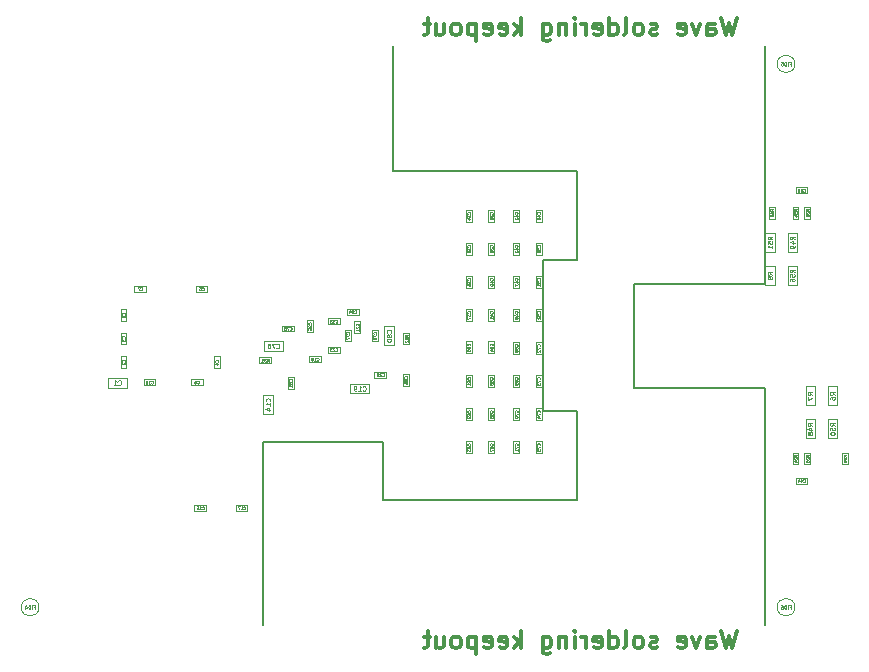
<source format=gbr>
G04 #@! TF.GenerationSoftware,KiCad,Pcbnew,7.0.7+dfsg-1*
G04 #@! TF.CreationDate,2023-10-06T03:56:53+00:00*
G04 #@! TF.ProjectId,glasgow,676c6173-676f-4772-9e6b-696361645f70,C3*
G04 #@! TF.SameCoordinates,Original*
G04 #@! TF.FileFunction,AssemblyDrawing,Bot*
%FSLAX46Y46*%
G04 Gerber Fmt 4.6, Leading zero omitted, Abs format (unit mm)*
G04 Created by KiCad (PCBNEW 7.0.7+dfsg-1) date 2023-10-06 03:56:53*
%MOMM*%
%LPD*%
G01*
G04 APERTURE LIST*
%ADD10C,0.200000*%
%ADD11C,0.300000*%
%ADD12C,0.050000*%
%ADD13C,0.040000*%
%ADD14C,0.060000*%
%ADD15C,0.100000*%
G04 APERTURE END LIST*
D10*
X104300000Y-89100000D02*
X104300000Y-81600000D01*
X120200000Y-91100000D02*
X109150000Y-91100000D01*
X104300000Y-81600000D02*
X88700000Y-81600000D01*
X88700000Y-81600000D02*
X88700000Y-71000000D01*
X120200000Y-91100000D02*
X120200000Y-71000000D01*
X109150000Y-99900000D02*
X109150000Y-91100000D01*
X120200000Y-99900000D02*
X109150000Y-99900000D01*
X104300000Y-89100000D02*
X101400000Y-89100000D01*
X77700000Y-104500000D02*
X77700000Y-120000000D01*
X87900000Y-104500000D02*
X77700000Y-104500000D01*
X101400000Y-101900000D02*
X104300000Y-101900000D01*
X104300000Y-109400000D02*
X87900000Y-109400000D01*
X87900000Y-109400000D02*
X87900000Y-104500000D01*
X120200000Y-99900000D02*
X120200000Y-120000000D01*
X104300000Y-101900000D02*
X104300000Y-109400000D01*
X101400000Y-89100000D02*
X101400000Y-101900000D01*
D11*
X117814285Y-68578328D02*
X117457142Y-70078328D01*
X117457142Y-70078328D02*
X117171428Y-69006900D01*
X117171428Y-69006900D02*
X116885713Y-70078328D01*
X116885713Y-70078328D02*
X116528571Y-68578328D01*
X115314285Y-70078328D02*
X115314285Y-69292614D01*
X115314285Y-69292614D02*
X115385713Y-69149757D01*
X115385713Y-69149757D02*
X115528570Y-69078328D01*
X115528570Y-69078328D02*
X115814285Y-69078328D01*
X115814285Y-69078328D02*
X115957142Y-69149757D01*
X115314285Y-70006900D02*
X115457142Y-70078328D01*
X115457142Y-70078328D02*
X115814285Y-70078328D01*
X115814285Y-70078328D02*
X115957142Y-70006900D01*
X115957142Y-70006900D02*
X116028570Y-69864042D01*
X116028570Y-69864042D02*
X116028570Y-69721185D01*
X116028570Y-69721185D02*
X115957142Y-69578328D01*
X115957142Y-69578328D02*
X115814285Y-69506900D01*
X115814285Y-69506900D02*
X115457142Y-69506900D01*
X115457142Y-69506900D02*
X115314285Y-69435471D01*
X114742856Y-69078328D02*
X114385713Y-70078328D01*
X114385713Y-70078328D02*
X114028570Y-69078328D01*
X112885713Y-70006900D02*
X113028570Y-70078328D01*
X113028570Y-70078328D02*
X113314285Y-70078328D01*
X113314285Y-70078328D02*
X113457142Y-70006900D01*
X113457142Y-70006900D02*
X113528570Y-69864042D01*
X113528570Y-69864042D02*
X113528570Y-69292614D01*
X113528570Y-69292614D02*
X113457142Y-69149757D01*
X113457142Y-69149757D02*
X113314285Y-69078328D01*
X113314285Y-69078328D02*
X113028570Y-69078328D01*
X113028570Y-69078328D02*
X112885713Y-69149757D01*
X112885713Y-69149757D02*
X112814285Y-69292614D01*
X112814285Y-69292614D02*
X112814285Y-69435471D01*
X112814285Y-69435471D02*
X113528570Y-69578328D01*
X111099999Y-70006900D02*
X110957142Y-70078328D01*
X110957142Y-70078328D02*
X110671428Y-70078328D01*
X110671428Y-70078328D02*
X110528571Y-70006900D01*
X110528571Y-70006900D02*
X110457142Y-69864042D01*
X110457142Y-69864042D02*
X110457142Y-69792614D01*
X110457142Y-69792614D02*
X110528571Y-69649757D01*
X110528571Y-69649757D02*
X110671428Y-69578328D01*
X110671428Y-69578328D02*
X110885714Y-69578328D01*
X110885714Y-69578328D02*
X111028571Y-69506900D01*
X111028571Y-69506900D02*
X111099999Y-69364042D01*
X111099999Y-69364042D02*
X111099999Y-69292614D01*
X111099999Y-69292614D02*
X111028571Y-69149757D01*
X111028571Y-69149757D02*
X110885714Y-69078328D01*
X110885714Y-69078328D02*
X110671428Y-69078328D01*
X110671428Y-69078328D02*
X110528571Y-69149757D01*
X109599999Y-70078328D02*
X109742856Y-70006900D01*
X109742856Y-70006900D02*
X109814285Y-69935471D01*
X109814285Y-69935471D02*
X109885713Y-69792614D01*
X109885713Y-69792614D02*
X109885713Y-69364042D01*
X109885713Y-69364042D02*
X109814285Y-69221185D01*
X109814285Y-69221185D02*
X109742856Y-69149757D01*
X109742856Y-69149757D02*
X109599999Y-69078328D01*
X109599999Y-69078328D02*
X109385713Y-69078328D01*
X109385713Y-69078328D02*
X109242856Y-69149757D01*
X109242856Y-69149757D02*
X109171428Y-69221185D01*
X109171428Y-69221185D02*
X109099999Y-69364042D01*
X109099999Y-69364042D02*
X109099999Y-69792614D01*
X109099999Y-69792614D02*
X109171428Y-69935471D01*
X109171428Y-69935471D02*
X109242856Y-70006900D01*
X109242856Y-70006900D02*
X109385713Y-70078328D01*
X109385713Y-70078328D02*
X109599999Y-70078328D01*
X108242856Y-70078328D02*
X108385713Y-70006900D01*
X108385713Y-70006900D02*
X108457142Y-69864042D01*
X108457142Y-69864042D02*
X108457142Y-68578328D01*
X107028571Y-70078328D02*
X107028571Y-68578328D01*
X107028571Y-70006900D02*
X107171428Y-70078328D01*
X107171428Y-70078328D02*
X107457142Y-70078328D01*
X107457142Y-70078328D02*
X107599999Y-70006900D01*
X107599999Y-70006900D02*
X107671428Y-69935471D01*
X107671428Y-69935471D02*
X107742856Y-69792614D01*
X107742856Y-69792614D02*
X107742856Y-69364042D01*
X107742856Y-69364042D02*
X107671428Y-69221185D01*
X107671428Y-69221185D02*
X107599999Y-69149757D01*
X107599999Y-69149757D02*
X107457142Y-69078328D01*
X107457142Y-69078328D02*
X107171428Y-69078328D01*
X107171428Y-69078328D02*
X107028571Y-69149757D01*
X105742856Y-70006900D02*
X105885713Y-70078328D01*
X105885713Y-70078328D02*
X106171428Y-70078328D01*
X106171428Y-70078328D02*
X106314285Y-70006900D01*
X106314285Y-70006900D02*
X106385713Y-69864042D01*
X106385713Y-69864042D02*
X106385713Y-69292614D01*
X106385713Y-69292614D02*
X106314285Y-69149757D01*
X106314285Y-69149757D02*
X106171428Y-69078328D01*
X106171428Y-69078328D02*
X105885713Y-69078328D01*
X105885713Y-69078328D02*
X105742856Y-69149757D01*
X105742856Y-69149757D02*
X105671428Y-69292614D01*
X105671428Y-69292614D02*
X105671428Y-69435471D01*
X105671428Y-69435471D02*
X106385713Y-69578328D01*
X105028571Y-70078328D02*
X105028571Y-69078328D01*
X105028571Y-69364042D02*
X104957142Y-69221185D01*
X104957142Y-69221185D02*
X104885714Y-69149757D01*
X104885714Y-69149757D02*
X104742856Y-69078328D01*
X104742856Y-69078328D02*
X104599999Y-69078328D01*
X104100000Y-70078328D02*
X104100000Y-69078328D01*
X104100000Y-68578328D02*
X104171428Y-68649757D01*
X104171428Y-68649757D02*
X104100000Y-68721185D01*
X104100000Y-68721185D02*
X104028571Y-68649757D01*
X104028571Y-68649757D02*
X104100000Y-68578328D01*
X104100000Y-68578328D02*
X104100000Y-68721185D01*
X103385714Y-69078328D02*
X103385714Y-70078328D01*
X103385714Y-69221185D02*
X103314285Y-69149757D01*
X103314285Y-69149757D02*
X103171428Y-69078328D01*
X103171428Y-69078328D02*
X102957142Y-69078328D01*
X102957142Y-69078328D02*
X102814285Y-69149757D01*
X102814285Y-69149757D02*
X102742857Y-69292614D01*
X102742857Y-69292614D02*
X102742857Y-70078328D01*
X101385714Y-69078328D02*
X101385714Y-70292614D01*
X101385714Y-70292614D02*
X101457142Y-70435471D01*
X101457142Y-70435471D02*
X101528571Y-70506900D01*
X101528571Y-70506900D02*
X101671428Y-70578328D01*
X101671428Y-70578328D02*
X101885714Y-70578328D01*
X101885714Y-70578328D02*
X102028571Y-70506900D01*
X101385714Y-70006900D02*
X101528571Y-70078328D01*
X101528571Y-70078328D02*
X101814285Y-70078328D01*
X101814285Y-70078328D02*
X101957142Y-70006900D01*
X101957142Y-70006900D02*
X102028571Y-69935471D01*
X102028571Y-69935471D02*
X102099999Y-69792614D01*
X102099999Y-69792614D02*
X102099999Y-69364042D01*
X102099999Y-69364042D02*
X102028571Y-69221185D01*
X102028571Y-69221185D02*
X101957142Y-69149757D01*
X101957142Y-69149757D02*
X101814285Y-69078328D01*
X101814285Y-69078328D02*
X101528571Y-69078328D01*
X101528571Y-69078328D02*
X101385714Y-69149757D01*
X99528571Y-70078328D02*
X99528571Y-68578328D01*
X99385714Y-69506900D02*
X98957142Y-70078328D01*
X98957142Y-69078328D02*
X99528571Y-69649757D01*
X97742856Y-70006900D02*
X97885713Y-70078328D01*
X97885713Y-70078328D02*
X98171428Y-70078328D01*
X98171428Y-70078328D02*
X98314285Y-70006900D01*
X98314285Y-70006900D02*
X98385713Y-69864042D01*
X98385713Y-69864042D02*
X98385713Y-69292614D01*
X98385713Y-69292614D02*
X98314285Y-69149757D01*
X98314285Y-69149757D02*
X98171428Y-69078328D01*
X98171428Y-69078328D02*
X97885713Y-69078328D01*
X97885713Y-69078328D02*
X97742856Y-69149757D01*
X97742856Y-69149757D02*
X97671428Y-69292614D01*
X97671428Y-69292614D02*
X97671428Y-69435471D01*
X97671428Y-69435471D02*
X98385713Y-69578328D01*
X96457142Y-70006900D02*
X96599999Y-70078328D01*
X96599999Y-70078328D02*
X96885714Y-70078328D01*
X96885714Y-70078328D02*
X97028571Y-70006900D01*
X97028571Y-70006900D02*
X97099999Y-69864042D01*
X97099999Y-69864042D02*
X97099999Y-69292614D01*
X97099999Y-69292614D02*
X97028571Y-69149757D01*
X97028571Y-69149757D02*
X96885714Y-69078328D01*
X96885714Y-69078328D02*
X96599999Y-69078328D01*
X96599999Y-69078328D02*
X96457142Y-69149757D01*
X96457142Y-69149757D02*
X96385714Y-69292614D01*
X96385714Y-69292614D02*
X96385714Y-69435471D01*
X96385714Y-69435471D02*
X97099999Y-69578328D01*
X95742857Y-69078328D02*
X95742857Y-70578328D01*
X95742857Y-69149757D02*
X95600000Y-69078328D01*
X95600000Y-69078328D02*
X95314285Y-69078328D01*
X95314285Y-69078328D02*
X95171428Y-69149757D01*
X95171428Y-69149757D02*
X95100000Y-69221185D01*
X95100000Y-69221185D02*
X95028571Y-69364042D01*
X95028571Y-69364042D02*
X95028571Y-69792614D01*
X95028571Y-69792614D02*
X95100000Y-69935471D01*
X95100000Y-69935471D02*
X95171428Y-70006900D01*
X95171428Y-70006900D02*
X95314285Y-70078328D01*
X95314285Y-70078328D02*
X95600000Y-70078328D01*
X95600000Y-70078328D02*
X95742857Y-70006900D01*
X94171428Y-70078328D02*
X94314285Y-70006900D01*
X94314285Y-70006900D02*
X94385714Y-69935471D01*
X94385714Y-69935471D02*
X94457142Y-69792614D01*
X94457142Y-69792614D02*
X94457142Y-69364042D01*
X94457142Y-69364042D02*
X94385714Y-69221185D01*
X94385714Y-69221185D02*
X94314285Y-69149757D01*
X94314285Y-69149757D02*
X94171428Y-69078328D01*
X94171428Y-69078328D02*
X93957142Y-69078328D01*
X93957142Y-69078328D02*
X93814285Y-69149757D01*
X93814285Y-69149757D02*
X93742857Y-69221185D01*
X93742857Y-69221185D02*
X93671428Y-69364042D01*
X93671428Y-69364042D02*
X93671428Y-69792614D01*
X93671428Y-69792614D02*
X93742857Y-69935471D01*
X93742857Y-69935471D02*
X93814285Y-70006900D01*
X93814285Y-70006900D02*
X93957142Y-70078328D01*
X93957142Y-70078328D02*
X94171428Y-70078328D01*
X92385714Y-69078328D02*
X92385714Y-70078328D01*
X93028571Y-69078328D02*
X93028571Y-69864042D01*
X93028571Y-69864042D02*
X92957142Y-70006900D01*
X92957142Y-70006900D02*
X92814285Y-70078328D01*
X92814285Y-70078328D02*
X92599999Y-70078328D01*
X92599999Y-70078328D02*
X92457142Y-70006900D01*
X92457142Y-70006900D02*
X92385714Y-69935471D01*
X91885713Y-69078328D02*
X91314285Y-69078328D01*
X91671428Y-68578328D02*
X91671428Y-69864042D01*
X91671428Y-69864042D02*
X91599999Y-70006900D01*
X91599999Y-70006900D02*
X91457142Y-70078328D01*
X91457142Y-70078328D02*
X91314285Y-70078328D01*
X117814285Y-120478328D02*
X117457142Y-121978328D01*
X117457142Y-121978328D02*
X117171428Y-120906900D01*
X117171428Y-120906900D02*
X116885713Y-121978328D01*
X116885713Y-121978328D02*
X116528571Y-120478328D01*
X115314285Y-121978328D02*
X115314285Y-121192614D01*
X115314285Y-121192614D02*
X115385713Y-121049757D01*
X115385713Y-121049757D02*
X115528570Y-120978328D01*
X115528570Y-120978328D02*
X115814285Y-120978328D01*
X115814285Y-120978328D02*
X115957142Y-121049757D01*
X115314285Y-121906900D02*
X115457142Y-121978328D01*
X115457142Y-121978328D02*
X115814285Y-121978328D01*
X115814285Y-121978328D02*
X115957142Y-121906900D01*
X115957142Y-121906900D02*
X116028570Y-121764042D01*
X116028570Y-121764042D02*
X116028570Y-121621185D01*
X116028570Y-121621185D02*
X115957142Y-121478328D01*
X115957142Y-121478328D02*
X115814285Y-121406900D01*
X115814285Y-121406900D02*
X115457142Y-121406900D01*
X115457142Y-121406900D02*
X115314285Y-121335471D01*
X114742856Y-120978328D02*
X114385713Y-121978328D01*
X114385713Y-121978328D02*
X114028570Y-120978328D01*
X112885713Y-121906900D02*
X113028570Y-121978328D01*
X113028570Y-121978328D02*
X113314285Y-121978328D01*
X113314285Y-121978328D02*
X113457142Y-121906900D01*
X113457142Y-121906900D02*
X113528570Y-121764042D01*
X113528570Y-121764042D02*
X113528570Y-121192614D01*
X113528570Y-121192614D02*
X113457142Y-121049757D01*
X113457142Y-121049757D02*
X113314285Y-120978328D01*
X113314285Y-120978328D02*
X113028570Y-120978328D01*
X113028570Y-120978328D02*
X112885713Y-121049757D01*
X112885713Y-121049757D02*
X112814285Y-121192614D01*
X112814285Y-121192614D02*
X112814285Y-121335471D01*
X112814285Y-121335471D02*
X113528570Y-121478328D01*
X111099999Y-121906900D02*
X110957142Y-121978328D01*
X110957142Y-121978328D02*
X110671428Y-121978328D01*
X110671428Y-121978328D02*
X110528571Y-121906900D01*
X110528571Y-121906900D02*
X110457142Y-121764042D01*
X110457142Y-121764042D02*
X110457142Y-121692614D01*
X110457142Y-121692614D02*
X110528571Y-121549757D01*
X110528571Y-121549757D02*
X110671428Y-121478328D01*
X110671428Y-121478328D02*
X110885714Y-121478328D01*
X110885714Y-121478328D02*
X111028571Y-121406900D01*
X111028571Y-121406900D02*
X111099999Y-121264042D01*
X111099999Y-121264042D02*
X111099999Y-121192614D01*
X111099999Y-121192614D02*
X111028571Y-121049757D01*
X111028571Y-121049757D02*
X110885714Y-120978328D01*
X110885714Y-120978328D02*
X110671428Y-120978328D01*
X110671428Y-120978328D02*
X110528571Y-121049757D01*
X109599999Y-121978328D02*
X109742856Y-121906900D01*
X109742856Y-121906900D02*
X109814285Y-121835471D01*
X109814285Y-121835471D02*
X109885713Y-121692614D01*
X109885713Y-121692614D02*
X109885713Y-121264042D01*
X109885713Y-121264042D02*
X109814285Y-121121185D01*
X109814285Y-121121185D02*
X109742856Y-121049757D01*
X109742856Y-121049757D02*
X109599999Y-120978328D01*
X109599999Y-120978328D02*
X109385713Y-120978328D01*
X109385713Y-120978328D02*
X109242856Y-121049757D01*
X109242856Y-121049757D02*
X109171428Y-121121185D01*
X109171428Y-121121185D02*
X109099999Y-121264042D01*
X109099999Y-121264042D02*
X109099999Y-121692614D01*
X109099999Y-121692614D02*
X109171428Y-121835471D01*
X109171428Y-121835471D02*
X109242856Y-121906900D01*
X109242856Y-121906900D02*
X109385713Y-121978328D01*
X109385713Y-121978328D02*
X109599999Y-121978328D01*
X108242856Y-121978328D02*
X108385713Y-121906900D01*
X108385713Y-121906900D02*
X108457142Y-121764042D01*
X108457142Y-121764042D02*
X108457142Y-120478328D01*
X107028571Y-121978328D02*
X107028571Y-120478328D01*
X107028571Y-121906900D02*
X107171428Y-121978328D01*
X107171428Y-121978328D02*
X107457142Y-121978328D01*
X107457142Y-121978328D02*
X107599999Y-121906900D01*
X107599999Y-121906900D02*
X107671428Y-121835471D01*
X107671428Y-121835471D02*
X107742856Y-121692614D01*
X107742856Y-121692614D02*
X107742856Y-121264042D01*
X107742856Y-121264042D02*
X107671428Y-121121185D01*
X107671428Y-121121185D02*
X107599999Y-121049757D01*
X107599999Y-121049757D02*
X107457142Y-120978328D01*
X107457142Y-120978328D02*
X107171428Y-120978328D01*
X107171428Y-120978328D02*
X107028571Y-121049757D01*
X105742856Y-121906900D02*
X105885713Y-121978328D01*
X105885713Y-121978328D02*
X106171428Y-121978328D01*
X106171428Y-121978328D02*
X106314285Y-121906900D01*
X106314285Y-121906900D02*
X106385713Y-121764042D01*
X106385713Y-121764042D02*
X106385713Y-121192614D01*
X106385713Y-121192614D02*
X106314285Y-121049757D01*
X106314285Y-121049757D02*
X106171428Y-120978328D01*
X106171428Y-120978328D02*
X105885713Y-120978328D01*
X105885713Y-120978328D02*
X105742856Y-121049757D01*
X105742856Y-121049757D02*
X105671428Y-121192614D01*
X105671428Y-121192614D02*
X105671428Y-121335471D01*
X105671428Y-121335471D02*
X106385713Y-121478328D01*
X105028571Y-121978328D02*
X105028571Y-120978328D01*
X105028571Y-121264042D02*
X104957142Y-121121185D01*
X104957142Y-121121185D02*
X104885714Y-121049757D01*
X104885714Y-121049757D02*
X104742856Y-120978328D01*
X104742856Y-120978328D02*
X104599999Y-120978328D01*
X104100000Y-121978328D02*
X104100000Y-120978328D01*
X104100000Y-120478328D02*
X104171428Y-120549757D01*
X104171428Y-120549757D02*
X104100000Y-120621185D01*
X104100000Y-120621185D02*
X104028571Y-120549757D01*
X104028571Y-120549757D02*
X104100000Y-120478328D01*
X104100000Y-120478328D02*
X104100000Y-120621185D01*
X103385714Y-120978328D02*
X103385714Y-121978328D01*
X103385714Y-121121185D02*
X103314285Y-121049757D01*
X103314285Y-121049757D02*
X103171428Y-120978328D01*
X103171428Y-120978328D02*
X102957142Y-120978328D01*
X102957142Y-120978328D02*
X102814285Y-121049757D01*
X102814285Y-121049757D02*
X102742857Y-121192614D01*
X102742857Y-121192614D02*
X102742857Y-121978328D01*
X101385714Y-120978328D02*
X101385714Y-122192614D01*
X101385714Y-122192614D02*
X101457142Y-122335471D01*
X101457142Y-122335471D02*
X101528571Y-122406900D01*
X101528571Y-122406900D02*
X101671428Y-122478328D01*
X101671428Y-122478328D02*
X101885714Y-122478328D01*
X101885714Y-122478328D02*
X102028571Y-122406900D01*
X101385714Y-121906900D02*
X101528571Y-121978328D01*
X101528571Y-121978328D02*
X101814285Y-121978328D01*
X101814285Y-121978328D02*
X101957142Y-121906900D01*
X101957142Y-121906900D02*
X102028571Y-121835471D01*
X102028571Y-121835471D02*
X102099999Y-121692614D01*
X102099999Y-121692614D02*
X102099999Y-121264042D01*
X102099999Y-121264042D02*
X102028571Y-121121185D01*
X102028571Y-121121185D02*
X101957142Y-121049757D01*
X101957142Y-121049757D02*
X101814285Y-120978328D01*
X101814285Y-120978328D02*
X101528571Y-120978328D01*
X101528571Y-120978328D02*
X101385714Y-121049757D01*
X99528571Y-121978328D02*
X99528571Y-120478328D01*
X99385714Y-121406900D02*
X98957142Y-121978328D01*
X98957142Y-120978328D02*
X99528571Y-121549757D01*
X97742856Y-121906900D02*
X97885713Y-121978328D01*
X97885713Y-121978328D02*
X98171428Y-121978328D01*
X98171428Y-121978328D02*
X98314285Y-121906900D01*
X98314285Y-121906900D02*
X98385713Y-121764042D01*
X98385713Y-121764042D02*
X98385713Y-121192614D01*
X98385713Y-121192614D02*
X98314285Y-121049757D01*
X98314285Y-121049757D02*
X98171428Y-120978328D01*
X98171428Y-120978328D02*
X97885713Y-120978328D01*
X97885713Y-120978328D02*
X97742856Y-121049757D01*
X97742856Y-121049757D02*
X97671428Y-121192614D01*
X97671428Y-121192614D02*
X97671428Y-121335471D01*
X97671428Y-121335471D02*
X98385713Y-121478328D01*
X96457142Y-121906900D02*
X96599999Y-121978328D01*
X96599999Y-121978328D02*
X96885714Y-121978328D01*
X96885714Y-121978328D02*
X97028571Y-121906900D01*
X97028571Y-121906900D02*
X97099999Y-121764042D01*
X97099999Y-121764042D02*
X97099999Y-121192614D01*
X97099999Y-121192614D02*
X97028571Y-121049757D01*
X97028571Y-121049757D02*
X96885714Y-120978328D01*
X96885714Y-120978328D02*
X96599999Y-120978328D01*
X96599999Y-120978328D02*
X96457142Y-121049757D01*
X96457142Y-121049757D02*
X96385714Y-121192614D01*
X96385714Y-121192614D02*
X96385714Y-121335471D01*
X96385714Y-121335471D02*
X97099999Y-121478328D01*
X95742857Y-120978328D02*
X95742857Y-122478328D01*
X95742857Y-121049757D02*
X95600000Y-120978328D01*
X95600000Y-120978328D02*
X95314285Y-120978328D01*
X95314285Y-120978328D02*
X95171428Y-121049757D01*
X95171428Y-121049757D02*
X95100000Y-121121185D01*
X95100000Y-121121185D02*
X95028571Y-121264042D01*
X95028571Y-121264042D02*
X95028571Y-121692614D01*
X95028571Y-121692614D02*
X95100000Y-121835471D01*
X95100000Y-121835471D02*
X95171428Y-121906900D01*
X95171428Y-121906900D02*
X95314285Y-121978328D01*
X95314285Y-121978328D02*
X95600000Y-121978328D01*
X95600000Y-121978328D02*
X95742857Y-121906900D01*
X94171428Y-121978328D02*
X94314285Y-121906900D01*
X94314285Y-121906900D02*
X94385714Y-121835471D01*
X94385714Y-121835471D02*
X94457142Y-121692614D01*
X94457142Y-121692614D02*
X94457142Y-121264042D01*
X94457142Y-121264042D02*
X94385714Y-121121185D01*
X94385714Y-121121185D02*
X94314285Y-121049757D01*
X94314285Y-121049757D02*
X94171428Y-120978328D01*
X94171428Y-120978328D02*
X93957142Y-120978328D01*
X93957142Y-120978328D02*
X93814285Y-121049757D01*
X93814285Y-121049757D02*
X93742857Y-121121185D01*
X93742857Y-121121185D02*
X93671428Y-121264042D01*
X93671428Y-121264042D02*
X93671428Y-121692614D01*
X93671428Y-121692614D02*
X93742857Y-121835471D01*
X93742857Y-121835471D02*
X93814285Y-121906900D01*
X93814285Y-121906900D02*
X93957142Y-121978328D01*
X93957142Y-121978328D02*
X94171428Y-121978328D01*
X92385714Y-120978328D02*
X92385714Y-121978328D01*
X93028571Y-120978328D02*
X93028571Y-121764042D01*
X93028571Y-121764042D02*
X92957142Y-121906900D01*
X92957142Y-121906900D02*
X92814285Y-121978328D01*
X92814285Y-121978328D02*
X92599999Y-121978328D01*
X92599999Y-121978328D02*
X92457142Y-121906900D01*
X92457142Y-121906900D02*
X92385714Y-121835471D01*
X91885713Y-120978328D02*
X91314285Y-120978328D01*
X91671428Y-120478328D02*
X91671428Y-121764042D01*
X91671428Y-121764042D02*
X91599999Y-121906900D01*
X91599999Y-121906900D02*
X91457142Y-121978328D01*
X91457142Y-121978328D02*
X91314285Y-121978328D01*
D12*
X58321428Y-118479042D02*
X58421428Y-118479042D01*
X58421428Y-118636185D02*
X58421428Y-118336185D01*
X58421428Y-118336185D02*
X58278571Y-118336185D01*
X58164285Y-118636185D02*
X58164285Y-118336185D01*
X58021428Y-118636185D02*
X58021428Y-118336185D01*
X58021428Y-118336185D02*
X57949999Y-118336185D01*
X57949999Y-118336185D02*
X57907142Y-118350471D01*
X57907142Y-118350471D02*
X57878571Y-118379042D01*
X57878571Y-118379042D02*
X57864285Y-118407614D01*
X57864285Y-118407614D02*
X57849999Y-118464757D01*
X57849999Y-118464757D02*
X57849999Y-118507614D01*
X57849999Y-118507614D02*
X57864285Y-118564757D01*
X57864285Y-118564757D02*
X57878571Y-118593328D01*
X57878571Y-118593328D02*
X57907142Y-118621900D01*
X57907142Y-118621900D02*
X57949999Y-118636185D01*
X57949999Y-118636185D02*
X58021428Y-118636185D01*
X57592857Y-118436185D02*
X57592857Y-118636185D01*
X57664285Y-118321900D02*
X57735714Y-118536185D01*
X57735714Y-118536185D02*
X57549999Y-118536185D01*
X122321428Y-72479042D02*
X122421428Y-72479042D01*
X122421428Y-72636185D02*
X122421428Y-72336185D01*
X122421428Y-72336185D02*
X122278571Y-72336185D01*
X122164285Y-72636185D02*
X122164285Y-72336185D01*
X122021428Y-72636185D02*
X122021428Y-72336185D01*
X122021428Y-72336185D02*
X121949999Y-72336185D01*
X121949999Y-72336185D02*
X121907142Y-72350471D01*
X121907142Y-72350471D02*
X121878571Y-72379042D01*
X121878571Y-72379042D02*
X121864285Y-72407614D01*
X121864285Y-72407614D02*
X121849999Y-72464757D01*
X121849999Y-72464757D02*
X121849999Y-72507614D01*
X121849999Y-72507614D02*
X121864285Y-72564757D01*
X121864285Y-72564757D02*
X121878571Y-72593328D01*
X121878571Y-72593328D02*
X121907142Y-72621900D01*
X121907142Y-72621900D02*
X121949999Y-72636185D01*
X121949999Y-72636185D02*
X122021428Y-72636185D01*
X121578571Y-72336185D02*
X121721428Y-72336185D01*
X121721428Y-72336185D02*
X121735714Y-72479042D01*
X121735714Y-72479042D02*
X121721428Y-72464757D01*
X121721428Y-72464757D02*
X121692857Y-72450471D01*
X121692857Y-72450471D02*
X121621428Y-72450471D01*
X121621428Y-72450471D02*
X121592857Y-72464757D01*
X121592857Y-72464757D02*
X121578571Y-72479042D01*
X121578571Y-72479042D02*
X121564285Y-72507614D01*
X121564285Y-72507614D02*
X121564285Y-72579042D01*
X121564285Y-72579042D02*
X121578571Y-72607614D01*
X121578571Y-72607614D02*
X121592857Y-72621900D01*
X121592857Y-72621900D02*
X121621428Y-72636185D01*
X121621428Y-72636185D02*
X121692857Y-72636185D01*
X121692857Y-72636185D02*
X121721428Y-72621900D01*
X121721428Y-72621900D02*
X121735714Y-72607614D01*
D13*
X83860714Y-96789765D02*
X83872618Y-96801670D01*
X83872618Y-96801670D02*
X83908333Y-96813574D01*
X83908333Y-96813574D02*
X83932142Y-96813574D01*
X83932142Y-96813574D02*
X83967856Y-96801670D01*
X83967856Y-96801670D02*
X83991666Y-96777860D01*
X83991666Y-96777860D02*
X84003571Y-96754050D01*
X84003571Y-96754050D02*
X84015475Y-96706431D01*
X84015475Y-96706431D02*
X84015475Y-96670717D01*
X84015475Y-96670717D02*
X84003571Y-96623098D01*
X84003571Y-96623098D02*
X83991666Y-96599289D01*
X83991666Y-96599289D02*
X83967856Y-96575479D01*
X83967856Y-96575479D02*
X83932142Y-96563574D01*
X83932142Y-96563574D02*
X83908333Y-96563574D01*
X83908333Y-96563574D02*
X83872618Y-96575479D01*
X83872618Y-96575479D02*
X83860714Y-96587384D01*
X83765475Y-96587384D02*
X83753571Y-96575479D01*
X83753571Y-96575479D02*
X83729761Y-96563574D01*
X83729761Y-96563574D02*
X83670237Y-96563574D01*
X83670237Y-96563574D02*
X83646428Y-96575479D01*
X83646428Y-96575479D02*
X83634523Y-96587384D01*
X83634523Y-96587384D02*
X83622618Y-96611193D01*
X83622618Y-96611193D02*
X83622618Y-96635003D01*
X83622618Y-96635003D02*
X83634523Y-96670717D01*
X83634523Y-96670717D02*
X83777380Y-96813574D01*
X83777380Y-96813574D02*
X83622618Y-96813574D01*
X83539285Y-96563574D02*
X83384523Y-96563574D01*
X83384523Y-96563574D02*
X83467857Y-96658812D01*
X83467857Y-96658812D02*
X83432142Y-96658812D01*
X83432142Y-96658812D02*
X83408333Y-96670717D01*
X83408333Y-96670717D02*
X83396428Y-96682622D01*
X83396428Y-96682622D02*
X83384523Y-96706431D01*
X83384523Y-96706431D02*
X83384523Y-96765955D01*
X83384523Y-96765955D02*
X83396428Y-96789765D01*
X83396428Y-96789765D02*
X83408333Y-96801670D01*
X83408333Y-96801670D02*
X83432142Y-96813574D01*
X83432142Y-96813574D02*
X83503571Y-96813574D01*
X83503571Y-96813574D02*
X83527380Y-96801670D01*
X83527380Y-96801670D02*
X83539285Y-96789765D01*
X84989765Y-95339285D02*
X85001670Y-95327381D01*
X85001670Y-95327381D02*
X85013574Y-95291666D01*
X85013574Y-95291666D02*
X85013574Y-95267857D01*
X85013574Y-95267857D02*
X85001670Y-95232143D01*
X85001670Y-95232143D02*
X84977860Y-95208333D01*
X84977860Y-95208333D02*
X84954050Y-95196428D01*
X84954050Y-95196428D02*
X84906431Y-95184524D01*
X84906431Y-95184524D02*
X84870717Y-95184524D01*
X84870717Y-95184524D02*
X84823098Y-95196428D01*
X84823098Y-95196428D02*
X84799289Y-95208333D01*
X84799289Y-95208333D02*
X84775479Y-95232143D01*
X84775479Y-95232143D02*
X84763574Y-95267857D01*
X84763574Y-95267857D02*
X84763574Y-95291666D01*
X84763574Y-95291666D02*
X84775479Y-95327381D01*
X84775479Y-95327381D02*
X84787384Y-95339285D01*
X84763574Y-95422619D02*
X84763574Y-95589285D01*
X84763574Y-95589285D02*
X85013574Y-95482143D01*
X84763574Y-95660714D02*
X84763574Y-95827380D01*
X84763574Y-95827380D02*
X85013574Y-95720238D01*
X99239765Y-93589285D02*
X99251670Y-93577381D01*
X99251670Y-93577381D02*
X99263574Y-93541666D01*
X99263574Y-93541666D02*
X99263574Y-93517857D01*
X99263574Y-93517857D02*
X99251670Y-93482143D01*
X99251670Y-93482143D02*
X99227860Y-93458333D01*
X99227860Y-93458333D02*
X99204050Y-93446428D01*
X99204050Y-93446428D02*
X99156431Y-93434524D01*
X99156431Y-93434524D02*
X99120717Y-93434524D01*
X99120717Y-93434524D02*
X99073098Y-93446428D01*
X99073098Y-93446428D02*
X99049289Y-93458333D01*
X99049289Y-93458333D02*
X99025479Y-93482143D01*
X99025479Y-93482143D02*
X99013574Y-93517857D01*
X99013574Y-93517857D02*
X99013574Y-93541666D01*
X99013574Y-93541666D02*
X99025479Y-93577381D01*
X99025479Y-93577381D02*
X99037384Y-93589285D01*
X99096908Y-93803571D02*
X99263574Y-93803571D01*
X99001670Y-93744047D02*
X99180241Y-93684524D01*
X99180241Y-93684524D02*
X99180241Y-93839285D01*
X99120717Y-93970238D02*
X99108812Y-93946428D01*
X99108812Y-93946428D02*
X99096908Y-93934523D01*
X99096908Y-93934523D02*
X99073098Y-93922619D01*
X99073098Y-93922619D02*
X99061193Y-93922619D01*
X99061193Y-93922619D02*
X99037384Y-93934523D01*
X99037384Y-93934523D02*
X99025479Y-93946428D01*
X99025479Y-93946428D02*
X99013574Y-93970238D01*
X99013574Y-93970238D02*
X99013574Y-94017857D01*
X99013574Y-94017857D02*
X99025479Y-94041666D01*
X99025479Y-94041666D02*
X99037384Y-94053571D01*
X99037384Y-94053571D02*
X99061193Y-94065476D01*
X99061193Y-94065476D02*
X99073098Y-94065476D01*
X99073098Y-94065476D02*
X99096908Y-94053571D01*
X99096908Y-94053571D02*
X99108812Y-94041666D01*
X99108812Y-94041666D02*
X99120717Y-94017857D01*
X99120717Y-94017857D02*
X99120717Y-93970238D01*
X99120717Y-93970238D02*
X99132622Y-93946428D01*
X99132622Y-93946428D02*
X99144527Y-93934523D01*
X99144527Y-93934523D02*
X99168336Y-93922619D01*
X99168336Y-93922619D02*
X99215955Y-93922619D01*
X99215955Y-93922619D02*
X99239765Y-93934523D01*
X99239765Y-93934523D02*
X99251670Y-93946428D01*
X99251670Y-93946428D02*
X99263574Y-93970238D01*
X99263574Y-93970238D02*
X99263574Y-94017857D01*
X99263574Y-94017857D02*
X99251670Y-94041666D01*
X99251670Y-94041666D02*
X99239765Y-94053571D01*
X99239765Y-94053571D02*
X99215955Y-94065476D01*
X99215955Y-94065476D02*
X99168336Y-94065476D01*
X99168336Y-94065476D02*
X99144527Y-94053571D01*
X99144527Y-94053571D02*
X99132622Y-94041666D01*
X99132622Y-94041666D02*
X99120717Y-94017857D01*
X101139765Y-85189285D02*
X101151670Y-85177381D01*
X101151670Y-85177381D02*
X101163574Y-85141666D01*
X101163574Y-85141666D02*
X101163574Y-85117857D01*
X101163574Y-85117857D02*
X101151670Y-85082143D01*
X101151670Y-85082143D02*
X101127860Y-85058333D01*
X101127860Y-85058333D02*
X101104050Y-85046428D01*
X101104050Y-85046428D02*
X101056431Y-85034524D01*
X101056431Y-85034524D02*
X101020717Y-85034524D01*
X101020717Y-85034524D02*
X100973098Y-85046428D01*
X100973098Y-85046428D02*
X100949289Y-85058333D01*
X100949289Y-85058333D02*
X100925479Y-85082143D01*
X100925479Y-85082143D02*
X100913574Y-85117857D01*
X100913574Y-85117857D02*
X100913574Y-85141666D01*
X100913574Y-85141666D02*
X100925479Y-85177381D01*
X100925479Y-85177381D02*
X100937384Y-85189285D01*
X100996908Y-85403571D02*
X101163574Y-85403571D01*
X100901670Y-85344047D02*
X101080241Y-85284524D01*
X101080241Y-85284524D02*
X101080241Y-85439285D01*
X101163574Y-85546428D02*
X101163574Y-85594047D01*
X101163574Y-85594047D02*
X101151670Y-85617857D01*
X101151670Y-85617857D02*
X101139765Y-85629761D01*
X101139765Y-85629761D02*
X101104050Y-85653571D01*
X101104050Y-85653571D02*
X101056431Y-85665476D01*
X101056431Y-85665476D02*
X100961193Y-85665476D01*
X100961193Y-85665476D02*
X100937384Y-85653571D01*
X100937384Y-85653571D02*
X100925479Y-85641666D01*
X100925479Y-85641666D02*
X100913574Y-85617857D01*
X100913574Y-85617857D02*
X100913574Y-85570238D01*
X100913574Y-85570238D02*
X100925479Y-85546428D01*
X100925479Y-85546428D02*
X100937384Y-85534523D01*
X100937384Y-85534523D02*
X100961193Y-85522619D01*
X100961193Y-85522619D02*
X101020717Y-85522619D01*
X101020717Y-85522619D02*
X101044527Y-85534523D01*
X101044527Y-85534523D02*
X101056431Y-85546428D01*
X101056431Y-85546428D02*
X101068336Y-85570238D01*
X101068336Y-85570238D02*
X101068336Y-85617857D01*
X101068336Y-85617857D02*
X101056431Y-85641666D01*
X101056431Y-85641666D02*
X101044527Y-85653571D01*
X101044527Y-85653571D02*
X101020717Y-85665476D01*
X101139765Y-93589285D02*
X101151670Y-93577381D01*
X101151670Y-93577381D02*
X101163574Y-93541666D01*
X101163574Y-93541666D02*
X101163574Y-93517857D01*
X101163574Y-93517857D02*
X101151670Y-93482143D01*
X101151670Y-93482143D02*
X101127860Y-93458333D01*
X101127860Y-93458333D02*
X101104050Y-93446428D01*
X101104050Y-93446428D02*
X101056431Y-93434524D01*
X101056431Y-93434524D02*
X101020717Y-93434524D01*
X101020717Y-93434524D02*
X100973098Y-93446428D01*
X100973098Y-93446428D02*
X100949289Y-93458333D01*
X100949289Y-93458333D02*
X100925479Y-93482143D01*
X100925479Y-93482143D02*
X100913574Y-93517857D01*
X100913574Y-93517857D02*
X100913574Y-93541666D01*
X100913574Y-93541666D02*
X100925479Y-93577381D01*
X100925479Y-93577381D02*
X100937384Y-93589285D01*
X100913574Y-93815476D02*
X100913574Y-93696428D01*
X100913574Y-93696428D02*
X101032622Y-93684524D01*
X101032622Y-93684524D02*
X101020717Y-93696428D01*
X101020717Y-93696428D02*
X101008812Y-93720238D01*
X101008812Y-93720238D02*
X101008812Y-93779762D01*
X101008812Y-93779762D02*
X101020717Y-93803571D01*
X101020717Y-93803571D02*
X101032622Y-93815476D01*
X101032622Y-93815476D02*
X101056431Y-93827381D01*
X101056431Y-93827381D02*
X101115955Y-93827381D01*
X101115955Y-93827381D02*
X101139765Y-93815476D01*
X101139765Y-93815476D02*
X101151670Y-93803571D01*
X101151670Y-93803571D02*
X101163574Y-93779762D01*
X101163574Y-93779762D02*
X101163574Y-93720238D01*
X101163574Y-93720238D02*
X101151670Y-93696428D01*
X101151670Y-93696428D02*
X101139765Y-93684524D01*
X100937384Y-93922619D02*
X100925479Y-93934523D01*
X100925479Y-93934523D02*
X100913574Y-93958333D01*
X100913574Y-93958333D02*
X100913574Y-94017857D01*
X100913574Y-94017857D02*
X100925479Y-94041666D01*
X100925479Y-94041666D02*
X100937384Y-94053571D01*
X100937384Y-94053571D02*
X100961193Y-94065476D01*
X100961193Y-94065476D02*
X100985003Y-94065476D01*
X100985003Y-94065476D02*
X101020717Y-94053571D01*
X101020717Y-94053571D02*
X101163574Y-93910714D01*
X101163574Y-93910714D02*
X101163574Y-94065476D01*
X97139765Y-96339285D02*
X97151670Y-96327381D01*
X97151670Y-96327381D02*
X97163574Y-96291666D01*
X97163574Y-96291666D02*
X97163574Y-96267857D01*
X97163574Y-96267857D02*
X97151670Y-96232143D01*
X97151670Y-96232143D02*
X97127860Y-96208333D01*
X97127860Y-96208333D02*
X97104050Y-96196428D01*
X97104050Y-96196428D02*
X97056431Y-96184524D01*
X97056431Y-96184524D02*
X97020717Y-96184524D01*
X97020717Y-96184524D02*
X96973098Y-96196428D01*
X96973098Y-96196428D02*
X96949289Y-96208333D01*
X96949289Y-96208333D02*
X96925479Y-96232143D01*
X96925479Y-96232143D02*
X96913574Y-96267857D01*
X96913574Y-96267857D02*
X96913574Y-96291666D01*
X96913574Y-96291666D02*
X96925479Y-96327381D01*
X96925479Y-96327381D02*
X96937384Y-96339285D01*
X96913574Y-96553571D02*
X96913574Y-96505952D01*
X96913574Y-96505952D02*
X96925479Y-96482143D01*
X96925479Y-96482143D02*
X96937384Y-96470238D01*
X96937384Y-96470238D02*
X96973098Y-96446428D01*
X96973098Y-96446428D02*
X97020717Y-96434524D01*
X97020717Y-96434524D02*
X97115955Y-96434524D01*
X97115955Y-96434524D02*
X97139765Y-96446428D01*
X97139765Y-96446428D02*
X97151670Y-96458333D01*
X97151670Y-96458333D02*
X97163574Y-96482143D01*
X97163574Y-96482143D02*
X97163574Y-96529762D01*
X97163574Y-96529762D02*
X97151670Y-96553571D01*
X97151670Y-96553571D02*
X97139765Y-96565476D01*
X97139765Y-96565476D02*
X97115955Y-96577381D01*
X97115955Y-96577381D02*
X97056431Y-96577381D01*
X97056431Y-96577381D02*
X97032622Y-96565476D01*
X97032622Y-96565476D02*
X97020717Y-96553571D01*
X97020717Y-96553571D02*
X97008812Y-96529762D01*
X97008812Y-96529762D02*
X97008812Y-96482143D01*
X97008812Y-96482143D02*
X97020717Y-96458333D01*
X97020717Y-96458333D02*
X97032622Y-96446428D01*
X97032622Y-96446428D02*
X97056431Y-96434524D01*
X96996908Y-96791666D02*
X97163574Y-96791666D01*
X96901670Y-96732142D02*
X97080241Y-96672619D01*
X97080241Y-96672619D02*
X97080241Y-96827380D01*
X97139765Y-90789285D02*
X97151670Y-90777381D01*
X97151670Y-90777381D02*
X97163574Y-90741666D01*
X97163574Y-90741666D02*
X97163574Y-90717857D01*
X97163574Y-90717857D02*
X97151670Y-90682143D01*
X97151670Y-90682143D02*
X97127860Y-90658333D01*
X97127860Y-90658333D02*
X97104050Y-90646428D01*
X97104050Y-90646428D02*
X97056431Y-90634524D01*
X97056431Y-90634524D02*
X97020717Y-90634524D01*
X97020717Y-90634524D02*
X96973098Y-90646428D01*
X96973098Y-90646428D02*
X96949289Y-90658333D01*
X96949289Y-90658333D02*
X96925479Y-90682143D01*
X96925479Y-90682143D02*
X96913574Y-90717857D01*
X96913574Y-90717857D02*
X96913574Y-90741666D01*
X96913574Y-90741666D02*
X96925479Y-90777381D01*
X96925479Y-90777381D02*
X96937384Y-90789285D01*
X96996908Y-91003571D02*
X97163574Y-91003571D01*
X96901670Y-90944047D02*
X97080241Y-90884524D01*
X97080241Y-90884524D02*
X97080241Y-91039285D01*
X96913574Y-91182142D02*
X96913574Y-91205952D01*
X96913574Y-91205952D02*
X96925479Y-91229761D01*
X96925479Y-91229761D02*
X96937384Y-91241666D01*
X96937384Y-91241666D02*
X96961193Y-91253571D01*
X96961193Y-91253571D02*
X97008812Y-91265476D01*
X97008812Y-91265476D02*
X97068336Y-91265476D01*
X97068336Y-91265476D02*
X97115955Y-91253571D01*
X97115955Y-91253571D02*
X97139765Y-91241666D01*
X97139765Y-91241666D02*
X97151670Y-91229761D01*
X97151670Y-91229761D02*
X97163574Y-91205952D01*
X97163574Y-91205952D02*
X97163574Y-91182142D01*
X97163574Y-91182142D02*
X97151670Y-91158333D01*
X97151670Y-91158333D02*
X97139765Y-91146428D01*
X97139765Y-91146428D02*
X97115955Y-91134523D01*
X97115955Y-91134523D02*
X97068336Y-91122619D01*
X97068336Y-91122619D02*
X97008812Y-91122619D01*
X97008812Y-91122619D02*
X96961193Y-91134523D01*
X96961193Y-91134523D02*
X96937384Y-91146428D01*
X96937384Y-91146428D02*
X96925479Y-91158333D01*
X96925479Y-91158333D02*
X96913574Y-91182142D01*
X99239765Y-96389285D02*
X99251670Y-96377381D01*
X99251670Y-96377381D02*
X99263574Y-96341666D01*
X99263574Y-96341666D02*
X99263574Y-96317857D01*
X99263574Y-96317857D02*
X99251670Y-96282143D01*
X99251670Y-96282143D02*
X99227860Y-96258333D01*
X99227860Y-96258333D02*
X99204050Y-96246428D01*
X99204050Y-96246428D02*
X99156431Y-96234524D01*
X99156431Y-96234524D02*
X99120717Y-96234524D01*
X99120717Y-96234524D02*
X99073098Y-96246428D01*
X99073098Y-96246428D02*
X99049289Y-96258333D01*
X99049289Y-96258333D02*
X99025479Y-96282143D01*
X99025479Y-96282143D02*
X99013574Y-96317857D01*
X99013574Y-96317857D02*
X99013574Y-96341666D01*
X99013574Y-96341666D02*
X99025479Y-96377381D01*
X99025479Y-96377381D02*
X99037384Y-96389285D01*
X99013574Y-96603571D02*
X99013574Y-96555952D01*
X99013574Y-96555952D02*
X99025479Y-96532143D01*
X99025479Y-96532143D02*
X99037384Y-96520238D01*
X99037384Y-96520238D02*
X99073098Y-96496428D01*
X99073098Y-96496428D02*
X99120717Y-96484524D01*
X99120717Y-96484524D02*
X99215955Y-96484524D01*
X99215955Y-96484524D02*
X99239765Y-96496428D01*
X99239765Y-96496428D02*
X99251670Y-96508333D01*
X99251670Y-96508333D02*
X99263574Y-96532143D01*
X99263574Y-96532143D02*
X99263574Y-96579762D01*
X99263574Y-96579762D02*
X99251670Y-96603571D01*
X99251670Y-96603571D02*
X99239765Y-96615476D01*
X99239765Y-96615476D02*
X99215955Y-96627381D01*
X99215955Y-96627381D02*
X99156431Y-96627381D01*
X99156431Y-96627381D02*
X99132622Y-96615476D01*
X99132622Y-96615476D02*
X99120717Y-96603571D01*
X99120717Y-96603571D02*
X99108812Y-96579762D01*
X99108812Y-96579762D02*
X99108812Y-96532143D01*
X99108812Y-96532143D02*
X99120717Y-96508333D01*
X99120717Y-96508333D02*
X99132622Y-96496428D01*
X99132622Y-96496428D02*
X99156431Y-96484524D01*
X99120717Y-96770238D02*
X99108812Y-96746428D01*
X99108812Y-96746428D02*
X99096908Y-96734523D01*
X99096908Y-96734523D02*
X99073098Y-96722619D01*
X99073098Y-96722619D02*
X99061193Y-96722619D01*
X99061193Y-96722619D02*
X99037384Y-96734523D01*
X99037384Y-96734523D02*
X99025479Y-96746428D01*
X99025479Y-96746428D02*
X99013574Y-96770238D01*
X99013574Y-96770238D02*
X99013574Y-96817857D01*
X99013574Y-96817857D02*
X99025479Y-96841666D01*
X99025479Y-96841666D02*
X99037384Y-96853571D01*
X99037384Y-96853571D02*
X99061193Y-96865476D01*
X99061193Y-96865476D02*
X99073098Y-96865476D01*
X99073098Y-96865476D02*
X99096908Y-96853571D01*
X99096908Y-96853571D02*
X99108812Y-96841666D01*
X99108812Y-96841666D02*
X99120717Y-96817857D01*
X99120717Y-96817857D02*
X99120717Y-96770238D01*
X99120717Y-96770238D02*
X99132622Y-96746428D01*
X99132622Y-96746428D02*
X99144527Y-96734523D01*
X99144527Y-96734523D02*
X99168336Y-96722619D01*
X99168336Y-96722619D02*
X99215955Y-96722619D01*
X99215955Y-96722619D02*
X99239765Y-96734523D01*
X99239765Y-96734523D02*
X99251670Y-96746428D01*
X99251670Y-96746428D02*
X99263574Y-96770238D01*
X99263574Y-96770238D02*
X99263574Y-96817857D01*
X99263574Y-96817857D02*
X99251670Y-96841666D01*
X99251670Y-96841666D02*
X99239765Y-96853571D01*
X99239765Y-96853571D02*
X99215955Y-96865476D01*
X99215955Y-96865476D02*
X99168336Y-96865476D01*
X99168336Y-96865476D02*
X99144527Y-96853571D01*
X99144527Y-96853571D02*
X99132622Y-96841666D01*
X99132622Y-96841666D02*
X99120717Y-96817857D01*
X99239765Y-99189285D02*
X99251670Y-99177381D01*
X99251670Y-99177381D02*
X99263574Y-99141666D01*
X99263574Y-99141666D02*
X99263574Y-99117857D01*
X99263574Y-99117857D02*
X99251670Y-99082143D01*
X99251670Y-99082143D02*
X99227860Y-99058333D01*
X99227860Y-99058333D02*
X99204050Y-99046428D01*
X99204050Y-99046428D02*
X99156431Y-99034524D01*
X99156431Y-99034524D02*
X99120717Y-99034524D01*
X99120717Y-99034524D02*
X99073098Y-99046428D01*
X99073098Y-99046428D02*
X99049289Y-99058333D01*
X99049289Y-99058333D02*
X99025479Y-99082143D01*
X99025479Y-99082143D02*
X99013574Y-99117857D01*
X99013574Y-99117857D02*
X99013574Y-99141666D01*
X99013574Y-99141666D02*
X99025479Y-99177381D01*
X99025479Y-99177381D02*
X99037384Y-99189285D01*
X99013574Y-99403571D02*
X99013574Y-99355952D01*
X99013574Y-99355952D02*
X99025479Y-99332143D01*
X99025479Y-99332143D02*
X99037384Y-99320238D01*
X99037384Y-99320238D02*
X99073098Y-99296428D01*
X99073098Y-99296428D02*
X99120717Y-99284524D01*
X99120717Y-99284524D02*
X99215955Y-99284524D01*
X99215955Y-99284524D02*
X99239765Y-99296428D01*
X99239765Y-99296428D02*
X99251670Y-99308333D01*
X99251670Y-99308333D02*
X99263574Y-99332143D01*
X99263574Y-99332143D02*
X99263574Y-99379762D01*
X99263574Y-99379762D02*
X99251670Y-99403571D01*
X99251670Y-99403571D02*
X99239765Y-99415476D01*
X99239765Y-99415476D02*
X99215955Y-99427381D01*
X99215955Y-99427381D02*
X99156431Y-99427381D01*
X99156431Y-99427381D02*
X99132622Y-99415476D01*
X99132622Y-99415476D02*
X99120717Y-99403571D01*
X99120717Y-99403571D02*
X99108812Y-99379762D01*
X99108812Y-99379762D02*
X99108812Y-99332143D01*
X99108812Y-99332143D02*
X99120717Y-99308333D01*
X99120717Y-99308333D02*
X99132622Y-99296428D01*
X99132622Y-99296428D02*
X99156431Y-99284524D01*
X99263574Y-99546428D02*
X99263574Y-99594047D01*
X99263574Y-99594047D02*
X99251670Y-99617857D01*
X99251670Y-99617857D02*
X99239765Y-99629761D01*
X99239765Y-99629761D02*
X99204050Y-99653571D01*
X99204050Y-99653571D02*
X99156431Y-99665476D01*
X99156431Y-99665476D02*
X99061193Y-99665476D01*
X99061193Y-99665476D02*
X99037384Y-99653571D01*
X99037384Y-99653571D02*
X99025479Y-99641666D01*
X99025479Y-99641666D02*
X99013574Y-99617857D01*
X99013574Y-99617857D02*
X99013574Y-99570238D01*
X99013574Y-99570238D02*
X99025479Y-99546428D01*
X99025479Y-99546428D02*
X99037384Y-99534523D01*
X99037384Y-99534523D02*
X99061193Y-99522619D01*
X99061193Y-99522619D02*
X99120717Y-99522619D01*
X99120717Y-99522619D02*
X99144527Y-99534523D01*
X99144527Y-99534523D02*
X99156431Y-99546428D01*
X99156431Y-99546428D02*
X99168336Y-99570238D01*
X99168336Y-99570238D02*
X99168336Y-99617857D01*
X99168336Y-99617857D02*
X99156431Y-99641666D01*
X99156431Y-99641666D02*
X99144527Y-99653571D01*
X99144527Y-99653571D02*
X99120717Y-99665476D01*
X99239765Y-101989285D02*
X99251670Y-101977381D01*
X99251670Y-101977381D02*
X99263574Y-101941666D01*
X99263574Y-101941666D02*
X99263574Y-101917857D01*
X99263574Y-101917857D02*
X99251670Y-101882143D01*
X99251670Y-101882143D02*
X99227860Y-101858333D01*
X99227860Y-101858333D02*
X99204050Y-101846428D01*
X99204050Y-101846428D02*
X99156431Y-101834524D01*
X99156431Y-101834524D02*
X99120717Y-101834524D01*
X99120717Y-101834524D02*
X99073098Y-101846428D01*
X99073098Y-101846428D02*
X99049289Y-101858333D01*
X99049289Y-101858333D02*
X99025479Y-101882143D01*
X99025479Y-101882143D02*
X99013574Y-101917857D01*
X99013574Y-101917857D02*
X99013574Y-101941666D01*
X99013574Y-101941666D02*
X99025479Y-101977381D01*
X99025479Y-101977381D02*
X99037384Y-101989285D01*
X99013574Y-102072619D02*
X99013574Y-102239285D01*
X99013574Y-102239285D02*
X99263574Y-102132143D01*
X99013574Y-102382142D02*
X99013574Y-102405952D01*
X99013574Y-102405952D02*
X99025479Y-102429761D01*
X99025479Y-102429761D02*
X99037384Y-102441666D01*
X99037384Y-102441666D02*
X99061193Y-102453571D01*
X99061193Y-102453571D02*
X99108812Y-102465476D01*
X99108812Y-102465476D02*
X99168336Y-102465476D01*
X99168336Y-102465476D02*
X99215955Y-102453571D01*
X99215955Y-102453571D02*
X99239765Y-102441666D01*
X99239765Y-102441666D02*
X99251670Y-102429761D01*
X99251670Y-102429761D02*
X99263574Y-102405952D01*
X99263574Y-102405952D02*
X99263574Y-102382142D01*
X99263574Y-102382142D02*
X99251670Y-102358333D01*
X99251670Y-102358333D02*
X99239765Y-102346428D01*
X99239765Y-102346428D02*
X99215955Y-102334523D01*
X99215955Y-102334523D02*
X99168336Y-102322619D01*
X99168336Y-102322619D02*
X99108812Y-102322619D01*
X99108812Y-102322619D02*
X99061193Y-102334523D01*
X99061193Y-102334523D02*
X99037384Y-102346428D01*
X99037384Y-102346428D02*
X99025479Y-102358333D01*
X99025479Y-102358333D02*
X99013574Y-102382142D01*
X99239765Y-104789285D02*
X99251670Y-104777381D01*
X99251670Y-104777381D02*
X99263574Y-104741666D01*
X99263574Y-104741666D02*
X99263574Y-104717857D01*
X99263574Y-104717857D02*
X99251670Y-104682143D01*
X99251670Y-104682143D02*
X99227860Y-104658333D01*
X99227860Y-104658333D02*
X99204050Y-104646428D01*
X99204050Y-104646428D02*
X99156431Y-104634524D01*
X99156431Y-104634524D02*
X99120717Y-104634524D01*
X99120717Y-104634524D02*
X99073098Y-104646428D01*
X99073098Y-104646428D02*
X99049289Y-104658333D01*
X99049289Y-104658333D02*
X99025479Y-104682143D01*
X99025479Y-104682143D02*
X99013574Y-104717857D01*
X99013574Y-104717857D02*
X99013574Y-104741666D01*
X99013574Y-104741666D02*
X99025479Y-104777381D01*
X99025479Y-104777381D02*
X99037384Y-104789285D01*
X99013574Y-104872619D02*
X99013574Y-105039285D01*
X99013574Y-105039285D02*
X99263574Y-104932143D01*
X99263574Y-105265476D02*
X99263574Y-105122619D01*
X99263574Y-105194047D02*
X99013574Y-105194047D01*
X99013574Y-105194047D02*
X99049289Y-105170238D01*
X99049289Y-105170238D02*
X99073098Y-105146428D01*
X99073098Y-105146428D02*
X99085003Y-105122619D01*
X101139765Y-96389285D02*
X101151670Y-96377381D01*
X101151670Y-96377381D02*
X101163574Y-96341666D01*
X101163574Y-96341666D02*
X101163574Y-96317857D01*
X101163574Y-96317857D02*
X101151670Y-96282143D01*
X101151670Y-96282143D02*
X101127860Y-96258333D01*
X101127860Y-96258333D02*
X101104050Y-96246428D01*
X101104050Y-96246428D02*
X101056431Y-96234524D01*
X101056431Y-96234524D02*
X101020717Y-96234524D01*
X101020717Y-96234524D02*
X100973098Y-96246428D01*
X100973098Y-96246428D02*
X100949289Y-96258333D01*
X100949289Y-96258333D02*
X100925479Y-96282143D01*
X100925479Y-96282143D02*
X100913574Y-96317857D01*
X100913574Y-96317857D02*
X100913574Y-96341666D01*
X100913574Y-96341666D02*
X100925479Y-96377381D01*
X100925479Y-96377381D02*
X100937384Y-96389285D01*
X100913574Y-96472619D02*
X100913574Y-96639285D01*
X100913574Y-96639285D02*
X101163574Y-96532143D01*
X100937384Y-96722619D02*
X100925479Y-96734523D01*
X100925479Y-96734523D02*
X100913574Y-96758333D01*
X100913574Y-96758333D02*
X100913574Y-96817857D01*
X100913574Y-96817857D02*
X100925479Y-96841666D01*
X100925479Y-96841666D02*
X100937384Y-96853571D01*
X100937384Y-96853571D02*
X100961193Y-96865476D01*
X100961193Y-96865476D02*
X100985003Y-96865476D01*
X100985003Y-96865476D02*
X101020717Y-96853571D01*
X101020717Y-96853571D02*
X101163574Y-96710714D01*
X101163574Y-96710714D02*
X101163574Y-96865476D01*
X101139765Y-99189285D02*
X101151670Y-99177381D01*
X101151670Y-99177381D02*
X101163574Y-99141666D01*
X101163574Y-99141666D02*
X101163574Y-99117857D01*
X101163574Y-99117857D02*
X101151670Y-99082143D01*
X101151670Y-99082143D02*
X101127860Y-99058333D01*
X101127860Y-99058333D02*
X101104050Y-99046428D01*
X101104050Y-99046428D02*
X101056431Y-99034524D01*
X101056431Y-99034524D02*
X101020717Y-99034524D01*
X101020717Y-99034524D02*
X100973098Y-99046428D01*
X100973098Y-99046428D02*
X100949289Y-99058333D01*
X100949289Y-99058333D02*
X100925479Y-99082143D01*
X100925479Y-99082143D02*
X100913574Y-99117857D01*
X100913574Y-99117857D02*
X100913574Y-99141666D01*
X100913574Y-99141666D02*
X100925479Y-99177381D01*
X100925479Y-99177381D02*
X100937384Y-99189285D01*
X100913574Y-99272619D02*
X100913574Y-99439285D01*
X100913574Y-99439285D02*
X101163574Y-99332143D01*
X100913574Y-99510714D02*
X100913574Y-99665476D01*
X100913574Y-99665476D02*
X101008812Y-99582142D01*
X101008812Y-99582142D02*
X101008812Y-99617857D01*
X101008812Y-99617857D02*
X101020717Y-99641666D01*
X101020717Y-99641666D02*
X101032622Y-99653571D01*
X101032622Y-99653571D02*
X101056431Y-99665476D01*
X101056431Y-99665476D02*
X101115955Y-99665476D01*
X101115955Y-99665476D02*
X101139765Y-99653571D01*
X101139765Y-99653571D02*
X101151670Y-99641666D01*
X101151670Y-99641666D02*
X101163574Y-99617857D01*
X101163574Y-99617857D02*
X101163574Y-99546428D01*
X101163574Y-99546428D02*
X101151670Y-99522619D01*
X101151670Y-99522619D02*
X101139765Y-99510714D01*
X101139765Y-101989285D02*
X101151670Y-101977381D01*
X101151670Y-101977381D02*
X101163574Y-101941666D01*
X101163574Y-101941666D02*
X101163574Y-101917857D01*
X101163574Y-101917857D02*
X101151670Y-101882143D01*
X101151670Y-101882143D02*
X101127860Y-101858333D01*
X101127860Y-101858333D02*
X101104050Y-101846428D01*
X101104050Y-101846428D02*
X101056431Y-101834524D01*
X101056431Y-101834524D02*
X101020717Y-101834524D01*
X101020717Y-101834524D02*
X100973098Y-101846428D01*
X100973098Y-101846428D02*
X100949289Y-101858333D01*
X100949289Y-101858333D02*
X100925479Y-101882143D01*
X100925479Y-101882143D02*
X100913574Y-101917857D01*
X100913574Y-101917857D02*
X100913574Y-101941666D01*
X100913574Y-101941666D02*
X100925479Y-101977381D01*
X100925479Y-101977381D02*
X100937384Y-101989285D01*
X100913574Y-102072619D02*
X100913574Y-102239285D01*
X100913574Y-102239285D02*
X101163574Y-102132143D01*
X100996908Y-102441666D02*
X101163574Y-102441666D01*
X100901670Y-102382142D02*
X101080241Y-102322619D01*
X101080241Y-102322619D02*
X101080241Y-102477380D01*
X82260714Y-97589765D02*
X82272618Y-97601670D01*
X82272618Y-97601670D02*
X82308333Y-97613574D01*
X82308333Y-97613574D02*
X82332142Y-97613574D01*
X82332142Y-97613574D02*
X82367856Y-97601670D01*
X82367856Y-97601670D02*
X82391666Y-97577860D01*
X82391666Y-97577860D02*
X82403571Y-97554050D01*
X82403571Y-97554050D02*
X82415475Y-97506431D01*
X82415475Y-97506431D02*
X82415475Y-97470717D01*
X82415475Y-97470717D02*
X82403571Y-97423098D01*
X82403571Y-97423098D02*
X82391666Y-97399289D01*
X82391666Y-97399289D02*
X82367856Y-97375479D01*
X82367856Y-97375479D02*
X82332142Y-97363574D01*
X82332142Y-97363574D02*
X82308333Y-97363574D01*
X82308333Y-97363574D02*
X82272618Y-97375479D01*
X82272618Y-97375479D02*
X82260714Y-97387384D01*
X82022618Y-97613574D02*
X82165475Y-97613574D01*
X82094047Y-97613574D02*
X82094047Y-97363574D01*
X82094047Y-97363574D02*
X82117856Y-97399289D01*
X82117856Y-97399289D02*
X82141666Y-97423098D01*
X82141666Y-97423098D02*
X82165475Y-97435003D01*
X81879761Y-97470717D02*
X81903571Y-97458812D01*
X81903571Y-97458812D02*
X81915476Y-97446908D01*
X81915476Y-97446908D02*
X81927380Y-97423098D01*
X81927380Y-97423098D02*
X81927380Y-97411193D01*
X81927380Y-97411193D02*
X81915476Y-97387384D01*
X81915476Y-97387384D02*
X81903571Y-97375479D01*
X81903571Y-97375479D02*
X81879761Y-97363574D01*
X81879761Y-97363574D02*
X81832142Y-97363574D01*
X81832142Y-97363574D02*
X81808333Y-97375479D01*
X81808333Y-97375479D02*
X81796428Y-97387384D01*
X81796428Y-97387384D02*
X81784523Y-97411193D01*
X81784523Y-97411193D02*
X81784523Y-97423098D01*
X81784523Y-97423098D02*
X81796428Y-97446908D01*
X81796428Y-97446908D02*
X81808333Y-97458812D01*
X81808333Y-97458812D02*
X81832142Y-97470717D01*
X81832142Y-97470717D02*
X81879761Y-97470717D01*
X81879761Y-97470717D02*
X81903571Y-97482622D01*
X81903571Y-97482622D02*
X81915476Y-97494527D01*
X81915476Y-97494527D02*
X81927380Y-97518336D01*
X81927380Y-97518336D02*
X81927380Y-97565955D01*
X81927380Y-97565955D02*
X81915476Y-97589765D01*
X81915476Y-97589765D02*
X81903571Y-97601670D01*
X81903571Y-97601670D02*
X81879761Y-97613574D01*
X81879761Y-97613574D02*
X81832142Y-97613574D01*
X81832142Y-97613574D02*
X81808333Y-97601670D01*
X81808333Y-97601670D02*
X81796428Y-97589765D01*
X81796428Y-97589765D02*
X81784523Y-97565955D01*
X81784523Y-97565955D02*
X81784523Y-97518336D01*
X81784523Y-97518336D02*
X81796428Y-97494527D01*
X81796428Y-97494527D02*
X81808333Y-97482622D01*
X81808333Y-97482622D02*
X81832142Y-97470717D01*
X83860714Y-94389765D02*
X83872618Y-94401670D01*
X83872618Y-94401670D02*
X83908333Y-94413574D01*
X83908333Y-94413574D02*
X83932142Y-94413574D01*
X83932142Y-94413574D02*
X83967856Y-94401670D01*
X83967856Y-94401670D02*
X83991666Y-94377860D01*
X83991666Y-94377860D02*
X84003571Y-94354050D01*
X84003571Y-94354050D02*
X84015475Y-94306431D01*
X84015475Y-94306431D02*
X84015475Y-94270717D01*
X84015475Y-94270717D02*
X84003571Y-94223098D01*
X84003571Y-94223098D02*
X83991666Y-94199289D01*
X83991666Y-94199289D02*
X83967856Y-94175479D01*
X83967856Y-94175479D02*
X83932142Y-94163574D01*
X83932142Y-94163574D02*
X83908333Y-94163574D01*
X83908333Y-94163574D02*
X83872618Y-94175479D01*
X83872618Y-94175479D02*
X83860714Y-94187384D01*
X83777380Y-94163574D02*
X83622618Y-94163574D01*
X83622618Y-94163574D02*
X83705952Y-94258812D01*
X83705952Y-94258812D02*
X83670237Y-94258812D01*
X83670237Y-94258812D02*
X83646428Y-94270717D01*
X83646428Y-94270717D02*
X83634523Y-94282622D01*
X83634523Y-94282622D02*
X83622618Y-94306431D01*
X83622618Y-94306431D02*
X83622618Y-94365955D01*
X83622618Y-94365955D02*
X83634523Y-94389765D01*
X83634523Y-94389765D02*
X83646428Y-94401670D01*
X83646428Y-94401670D02*
X83670237Y-94413574D01*
X83670237Y-94413574D02*
X83741666Y-94413574D01*
X83741666Y-94413574D02*
X83765475Y-94401670D01*
X83765475Y-94401670D02*
X83777380Y-94389765D01*
X83539285Y-94163574D02*
X83384523Y-94163574D01*
X83384523Y-94163574D02*
X83467857Y-94258812D01*
X83467857Y-94258812D02*
X83432142Y-94258812D01*
X83432142Y-94258812D02*
X83408333Y-94270717D01*
X83408333Y-94270717D02*
X83396428Y-94282622D01*
X83396428Y-94282622D02*
X83384523Y-94306431D01*
X83384523Y-94306431D02*
X83384523Y-94365955D01*
X83384523Y-94365955D02*
X83396428Y-94389765D01*
X83396428Y-94389765D02*
X83408333Y-94401670D01*
X83408333Y-94401670D02*
X83432142Y-94413574D01*
X83432142Y-94413574D02*
X83503571Y-94413574D01*
X83503571Y-94413574D02*
X83527380Y-94401670D01*
X83527380Y-94401670D02*
X83539285Y-94389765D01*
X79975714Y-94989765D02*
X79987618Y-95001670D01*
X79987618Y-95001670D02*
X80023333Y-95013574D01*
X80023333Y-95013574D02*
X80047142Y-95013574D01*
X80047142Y-95013574D02*
X80082856Y-95001670D01*
X80082856Y-95001670D02*
X80106666Y-94977860D01*
X80106666Y-94977860D02*
X80118571Y-94954050D01*
X80118571Y-94954050D02*
X80130475Y-94906431D01*
X80130475Y-94906431D02*
X80130475Y-94870717D01*
X80130475Y-94870717D02*
X80118571Y-94823098D01*
X80118571Y-94823098D02*
X80106666Y-94799289D01*
X80106666Y-94799289D02*
X80082856Y-94775479D01*
X80082856Y-94775479D02*
X80047142Y-94763574D01*
X80047142Y-94763574D02*
X80023333Y-94763574D01*
X80023333Y-94763574D02*
X79987618Y-94775479D01*
X79987618Y-94775479D02*
X79975714Y-94787384D01*
X79892380Y-94763574D02*
X79725714Y-94763574D01*
X79725714Y-94763574D02*
X79832856Y-95013574D01*
X79594761Y-94870717D02*
X79618571Y-94858812D01*
X79618571Y-94858812D02*
X79630476Y-94846908D01*
X79630476Y-94846908D02*
X79642380Y-94823098D01*
X79642380Y-94823098D02*
X79642380Y-94811193D01*
X79642380Y-94811193D02*
X79630476Y-94787384D01*
X79630476Y-94787384D02*
X79618571Y-94775479D01*
X79618571Y-94775479D02*
X79594761Y-94763574D01*
X79594761Y-94763574D02*
X79547142Y-94763574D01*
X79547142Y-94763574D02*
X79523333Y-94775479D01*
X79523333Y-94775479D02*
X79511428Y-94787384D01*
X79511428Y-94787384D02*
X79499523Y-94811193D01*
X79499523Y-94811193D02*
X79499523Y-94823098D01*
X79499523Y-94823098D02*
X79511428Y-94846908D01*
X79511428Y-94846908D02*
X79523333Y-94858812D01*
X79523333Y-94858812D02*
X79547142Y-94870717D01*
X79547142Y-94870717D02*
X79594761Y-94870717D01*
X79594761Y-94870717D02*
X79618571Y-94882622D01*
X79618571Y-94882622D02*
X79630476Y-94894527D01*
X79630476Y-94894527D02*
X79642380Y-94918336D01*
X79642380Y-94918336D02*
X79642380Y-94965955D01*
X79642380Y-94965955D02*
X79630476Y-94989765D01*
X79630476Y-94989765D02*
X79618571Y-95001670D01*
X79618571Y-95001670D02*
X79594761Y-95013574D01*
X79594761Y-95013574D02*
X79547142Y-95013574D01*
X79547142Y-95013574D02*
X79523333Y-95001670D01*
X79523333Y-95001670D02*
X79511428Y-94989765D01*
X79511428Y-94989765D02*
X79499523Y-94965955D01*
X79499523Y-94965955D02*
X79499523Y-94918336D01*
X79499523Y-94918336D02*
X79511428Y-94894527D01*
X79511428Y-94894527D02*
X79523333Y-94882622D01*
X79523333Y-94882622D02*
X79547142Y-94870717D01*
X78060714Y-97713574D02*
X78144047Y-97594527D01*
X78203571Y-97713574D02*
X78203571Y-97463574D01*
X78203571Y-97463574D02*
X78108333Y-97463574D01*
X78108333Y-97463574D02*
X78084523Y-97475479D01*
X78084523Y-97475479D02*
X78072618Y-97487384D01*
X78072618Y-97487384D02*
X78060714Y-97511193D01*
X78060714Y-97511193D02*
X78060714Y-97546908D01*
X78060714Y-97546908D02*
X78072618Y-97570717D01*
X78072618Y-97570717D02*
X78084523Y-97582622D01*
X78084523Y-97582622D02*
X78108333Y-97594527D01*
X78108333Y-97594527D02*
X78203571Y-97594527D01*
X77977380Y-97463574D02*
X77822618Y-97463574D01*
X77822618Y-97463574D02*
X77905952Y-97558812D01*
X77905952Y-97558812D02*
X77870237Y-97558812D01*
X77870237Y-97558812D02*
X77846428Y-97570717D01*
X77846428Y-97570717D02*
X77834523Y-97582622D01*
X77834523Y-97582622D02*
X77822618Y-97606431D01*
X77822618Y-97606431D02*
X77822618Y-97665955D01*
X77822618Y-97665955D02*
X77834523Y-97689765D01*
X77834523Y-97689765D02*
X77846428Y-97701670D01*
X77846428Y-97701670D02*
X77870237Y-97713574D01*
X77870237Y-97713574D02*
X77941666Y-97713574D01*
X77941666Y-97713574D02*
X77965475Y-97701670D01*
X77965475Y-97701670D02*
X77977380Y-97689765D01*
X77584523Y-97713574D02*
X77727380Y-97713574D01*
X77655952Y-97713574D02*
X77655952Y-97463574D01*
X77655952Y-97463574D02*
X77679761Y-97499289D01*
X77679761Y-97499289D02*
X77703571Y-97523098D01*
X77703571Y-97523098D02*
X77727380Y-97535003D01*
D14*
X78857142Y-96543832D02*
X78876190Y-96562880D01*
X78876190Y-96562880D02*
X78933332Y-96581927D01*
X78933332Y-96581927D02*
X78971428Y-96581927D01*
X78971428Y-96581927D02*
X79028571Y-96562880D01*
X79028571Y-96562880D02*
X79066666Y-96524784D01*
X79066666Y-96524784D02*
X79085713Y-96486689D01*
X79085713Y-96486689D02*
X79104761Y-96410499D01*
X79104761Y-96410499D02*
X79104761Y-96353356D01*
X79104761Y-96353356D02*
X79085713Y-96277165D01*
X79085713Y-96277165D02*
X79066666Y-96239070D01*
X79066666Y-96239070D02*
X79028571Y-96200975D01*
X79028571Y-96200975D02*
X78971428Y-96181927D01*
X78971428Y-96181927D02*
X78933332Y-96181927D01*
X78933332Y-96181927D02*
X78876190Y-96200975D01*
X78876190Y-96200975D02*
X78857142Y-96220022D01*
X78723809Y-96181927D02*
X78457142Y-96181927D01*
X78457142Y-96181927D02*
X78628571Y-96581927D01*
X78133333Y-96181927D02*
X78209523Y-96181927D01*
X78209523Y-96181927D02*
X78247619Y-96200975D01*
X78247619Y-96200975D02*
X78266666Y-96220022D01*
X78266666Y-96220022D02*
X78304761Y-96277165D01*
X78304761Y-96277165D02*
X78323809Y-96353356D01*
X78323809Y-96353356D02*
X78323809Y-96505737D01*
X78323809Y-96505737D02*
X78304761Y-96543832D01*
X78304761Y-96543832D02*
X78285714Y-96562880D01*
X78285714Y-96562880D02*
X78247619Y-96581927D01*
X78247619Y-96581927D02*
X78171428Y-96581927D01*
X78171428Y-96581927D02*
X78133333Y-96562880D01*
X78133333Y-96562880D02*
X78114285Y-96543832D01*
X78114285Y-96543832D02*
X78095238Y-96505737D01*
X78095238Y-96505737D02*
X78095238Y-96410499D01*
X78095238Y-96410499D02*
X78114285Y-96372403D01*
X78114285Y-96372403D02*
X78133333Y-96353356D01*
X78133333Y-96353356D02*
X78171428Y-96334308D01*
X78171428Y-96334308D02*
X78247619Y-96334308D01*
X78247619Y-96334308D02*
X78285714Y-96353356D01*
X78285714Y-96353356D02*
X78304761Y-96372403D01*
X78304761Y-96372403D02*
X78323809Y-96410499D01*
D13*
X85460714Y-93589765D02*
X85472618Y-93601670D01*
X85472618Y-93601670D02*
X85508333Y-93613574D01*
X85508333Y-93613574D02*
X85532142Y-93613574D01*
X85532142Y-93613574D02*
X85567856Y-93601670D01*
X85567856Y-93601670D02*
X85591666Y-93577860D01*
X85591666Y-93577860D02*
X85603571Y-93554050D01*
X85603571Y-93554050D02*
X85615475Y-93506431D01*
X85615475Y-93506431D02*
X85615475Y-93470717D01*
X85615475Y-93470717D02*
X85603571Y-93423098D01*
X85603571Y-93423098D02*
X85591666Y-93399289D01*
X85591666Y-93399289D02*
X85567856Y-93375479D01*
X85567856Y-93375479D02*
X85532142Y-93363574D01*
X85532142Y-93363574D02*
X85508333Y-93363574D01*
X85508333Y-93363574D02*
X85472618Y-93375479D01*
X85472618Y-93375479D02*
X85460714Y-93387384D01*
X85365475Y-93387384D02*
X85353571Y-93375479D01*
X85353571Y-93375479D02*
X85329761Y-93363574D01*
X85329761Y-93363574D02*
X85270237Y-93363574D01*
X85270237Y-93363574D02*
X85246428Y-93375479D01*
X85246428Y-93375479D02*
X85234523Y-93387384D01*
X85234523Y-93387384D02*
X85222618Y-93411193D01*
X85222618Y-93411193D02*
X85222618Y-93435003D01*
X85222618Y-93435003D02*
X85234523Y-93470717D01*
X85234523Y-93470717D02*
X85377380Y-93613574D01*
X85377380Y-93613574D02*
X85222618Y-93613574D01*
X85008333Y-93446908D02*
X85008333Y-93613574D01*
X85067857Y-93351670D02*
X85127380Y-93530241D01*
X85127380Y-93530241D02*
X84972619Y-93530241D01*
X67341666Y-91639765D02*
X67353570Y-91651670D01*
X67353570Y-91651670D02*
X67389285Y-91663574D01*
X67389285Y-91663574D02*
X67413094Y-91663574D01*
X67413094Y-91663574D02*
X67448808Y-91651670D01*
X67448808Y-91651670D02*
X67472618Y-91627860D01*
X67472618Y-91627860D02*
X67484523Y-91604050D01*
X67484523Y-91604050D02*
X67496427Y-91556431D01*
X67496427Y-91556431D02*
X67496427Y-91520717D01*
X67496427Y-91520717D02*
X67484523Y-91473098D01*
X67484523Y-91473098D02*
X67472618Y-91449289D01*
X67472618Y-91449289D02*
X67448808Y-91425479D01*
X67448808Y-91425479D02*
X67413094Y-91413574D01*
X67413094Y-91413574D02*
X67389285Y-91413574D01*
X67389285Y-91413574D02*
X67353570Y-91425479D01*
X67353570Y-91425479D02*
X67341666Y-91437384D01*
X67258332Y-91413574D02*
X67091666Y-91413574D01*
X67091666Y-91413574D02*
X67198808Y-91663574D01*
X72141666Y-99539765D02*
X72153570Y-99551670D01*
X72153570Y-99551670D02*
X72189285Y-99563574D01*
X72189285Y-99563574D02*
X72213094Y-99563574D01*
X72213094Y-99563574D02*
X72248808Y-99551670D01*
X72248808Y-99551670D02*
X72272618Y-99527860D01*
X72272618Y-99527860D02*
X72284523Y-99504050D01*
X72284523Y-99504050D02*
X72296427Y-99456431D01*
X72296427Y-99456431D02*
X72296427Y-99420717D01*
X72296427Y-99420717D02*
X72284523Y-99373098D01*
X72284523Y-99373098D02*
X72272618Y-99349289D01*
X72272618Y-99349289D02*
X72248808Y-99325479D01*
X72248808Y-99325479D02*
X72213094Y-99313574D01*
X72213094Y-99313574D02*
X72189285Y-99313574D01*
X72189285Y-99313574D02*
X72153570Y-99325479D01*
X72153570Y-99325479D02*
X72141666Y-99337384D01*
X71927380Y-99313574D02*
X71974999Y-99313574D01*
X71974999Y-99313574D02*
X71998808Y-99325479D01*
X71998808Y-99325479D02*
X72010713Y-99337384D01*
X72010713Y-99337384D02*
X72034523Y-99373098D01*
X72034523Y-99373098D02*
X72046427Y-99420717D01*
X72046427Y-99420717D02*
X72046427Y-99515955D01*
X72046427Y-99515955D02*
X72034523Y-99539765D01*
X72034523Y-99539765D02*
X72022618Y-99551670D01*
X72022618Y-99551670D02*
X71998808Y-99563574D01*
X71998808Y-99563574D02*
X71951189Y-99563574D01*
X71951189Y-99563574D02*
X71927380Y-99551670D01*
X71927380Y-99551670D02*
X71915475Y-99539765D01*
X71915475Y-99539765D02*
X71903570Y-99515955D01*
X71903570Y-99515955D02*
X71903570Y-99456431D01*
X71903570Y-99456431D02*
X71915475Y-99432622D01*
X71915475Y-99432622D02*
X71927380Y-99420717D01*
X71927380Y-99420717D02*
X71951189Y-99408812D01*
X71951189Y-99408812D02*
X71998808Y-99408812D01*
X71998808Y-99408812D02*
X72022618Y-99420717D01*
X72022618Y-99420717D02*
X72034523Y-99432622D01*
X72034523Y-99432622D02*
X72046427Y-99456431D01*
X65989765Y-93723333D02*
X66001670Y-93711429D01*
X66001670Y-93711429D02*
X66013574Y-93675714D01*
X66013574Y-93675714D02*
X66013574Y-93651905D01*
X66013574Y-93651905D02*
X66001670Y-93616191D01*
X66001670Y-93616191D02*
X65977860Y-93592381D01*
X65977860Y-93592381D02*
X65954050Y-93580476D01*
X65954050Y-93580476D02*
X65906431Y-93568572D01*
X65906431Y-93568572D02*
X65870717Y-93568572D01*
X65870717Y-93568572D02*
X65823098Y-93580476D01*
X65823098Y-93580476D02*
X65799289Y-93592381D01*
X65799289Y-93592381D02*
X65775479Y-93616191D01*
X65775479Y-93616191D02*
X65763574Y-93651905D01*
X65763574Y-93651905D02*
X65763574Y-93675714D01*
X65763574Y-93675714D02*
X65775479Y-93711429D01*
X65775479Y-93711429D02*
X65787384Y-93723333D01*
X66013574Y-93842381D02*
X66013574Y-93890000D01*
X66013574Y-93890000D02*
X66001670Y-93913810D01*
X66001670Y-93913810D02*
X65989765Y-93925714D01*
X65989765Y-93925714D02*
X65954050Y-93949524D01*
X65954050Y-93949524D02*
X65906431Y-93961429D01*
X65906431Y-93961429D02*
X65811193Y-93961429D01*
X65811193Y-93961429D02*
X65787384Y-93949524D01*
X65787384Y-93949524D02*
X65775479Y-93937619D01*
X65775479Y-93937619D02*
X65763574Y-93913810D01*
X65763574Y-93913810D02*
X65763574Y-93866191D01*
X65763574Y-93866191D02*
X65775479Y-93842381D01*
X65775479Y-93842381D02*
X65787384Y-93830476D01*
X65787384Y-93830476D02*
X65811193Y-93818572D01*
X65811193Y-93818572D02*
X65870717Y-93818572D01*
X65870717Y-93818572D02*
X65894527Y-93830476D01*
X65894527Y-93830476D02*
X65906431Y-93842381D01*
X65906431Y-93842381D02*
X65918336Y-93866191D01*
X65918336Y-93866191D02*
X65918336Y-93913810D01*
X65918336Y-93913810D02*
X65906431Y-93937619D01*
X65906431Y-93937619D02*
X65894527Y-93949524D01*
X65894527Y-93949524D02*
X65870717Y-93961429D01*
X68260714Y-99539765D02*
X68272618Y-99551670D01*
X68272618Y-99551670D02*
X68308333Y-99563574D01*
X68308333Y-99563574D02*
X68332142Y-99563574D01*
X68332142Y-99563574D02*
X68367856Y-99551670D01*
X68367856Y-99551670D02*
X68391666Y-99527860D01*
X68391666Y-99527860D02*
X68403571Y-99504050D01*
X68403571Y-99504050D02*
X68415475Y-99456431D01*
X68415475Y-99456431D02*
X68415475Y-99420717D01*
X68415475Y-99420717D02*
X68403571Y-99373098D01*
X68403571Y-99373098D02*
X68391666Y-99349289D01*
X68391666Y-99349289D02*
X68367856Y-99325479D01*
X68367856Y-99325479D02*
X68332142Y-99313574D01*
X68332142Y-99313574D02*
X68308333Y-99313574D01*
X68308333Y-99313574D02*
X68272618Y-99325479D01*
X68272618Y-99325479D02*
X68260714Y-99337384D01*
X68022618Y-99563574D02*
X68165475Y-99563574D01*
X68094047Y-99563574D02*
X68094047Y-99313574D01*
X68094047Y-99313574D02*
X68117856Y-99349289D01*
X68117856Y-99349289D02*
X68141666Y-99373098D01*
X68141666Y-99373098D02*
X68165475Y-99385003D01*
X67867857Y-99313574D02*
X67844047Y-99313574D01*
X67844047Y-99313574D02*
X67820238Y-99325479D01*
X67820238Y-99325479D02*
X67808333Y-99337384D01*
X67808333Y-99337384D02*
X67796428Y-99361193D01*
X67796428Y-99361193D02*
X67784523Y-99408812D01*
X67784523Y-99408812D02*
X67784523Y-99468336D01*
X67784523Y-99468336D02*
X67796428Y-99515955D01*
X67796428Y-99515955D02*
X67808333Y-99539765D01*
X67808333Y-99539765D02*
X67820238Y-99551670D01*
X67820238Y-99551670D02*
X67844047Y-99563574D01*
X67844047Y-99563574D02*
X67867857Y-99563574D01*
X67867857Y-99563574D02*
X67891666Y-99551670D01*
X67891666Y-99551670D02*
X67903571Y-99539765D01*
X67903571Y-99539765D02*
X67915476Y-99515955D01*
X67915476Y-99515955D02*
X67927380Y-99468336D01*
X67927380Y-99468336D02*
X67927380Y-99408812D01*
X67927380Y-99408812D02*
X67915476Y-99361193D01*
X67915476Y-99361193D02*
X67903571Y-99337384D01*
X67903571Y-99337384D02*
X67891666Y-99325479D01*
X67891666Y-99325479D02*
X67867857Y-99313574D01*
X72541666Y-91639765D02*
X72553570Y-91651670D01*
X72553570Y-91651670D02*
X72589285Y-91663574D01*
X72589285Y-91663574D02*
X72613094Y-91663574D01*
X72613094Y-91663574D02*
X72648808Y-91651670D01*
X72648808Y-91651670D02*
X72672618Y-91627860D01*
X72672618Y-91627860D02*
X72684523Y-91604050D01*
X72684523Y-91604050D02*
X72696427Y-91556431D01*
X72696427Y-91556431D02*
X72696427Y-91520717D01*
X72696427Y-91520717D02*
X72684523Y-91473098D01*
X72684523Y-91473098D02*
X72672618Y-91449289D01*
X72672618Y-91449289D02*
X72648808Y-91425479D01*
X72648808Y-91425479D02*
X72613094Y-91413574D01*
X72613094Y-91413574D02*
X72589285Y-91413574D01*
X72589285Y-91413574D02*
X72553570Y-91425479D01*
X72553570Y-91425479D02*
X72541666Y-91437384D01*
X72315475Y-91413574D02*
X72434523Y-91413574D01*
X72434523Y-91413574D02*
X72446427Y-91532622D01*
X72446427Y-91532622D02*
X72434523Y-91520717D01*
X72434523Y-91520717D02*
X72410713Y-91508812D01*
X72410713Y-91508812D02*
X72351189Y-91508812D01*
X72351189Y-91508812D02*
X72327380Y-91520717D01*
X72327380Y-91520717D02*
X72315475Y-91532622D01*
X72315475Y-91532622D02*
X72303570Y-91556431D01*
X72303570Y-91556431D02*
X72303570Y-91615955D01*
X72303570Y-91615955D02*
X72315475Y-91639765D01*
X72315475Y-91639765D02*
X72327380Y-91651670D01*
X72327380Y-91651670D02*
X72351189Y-91663574D01*
X72351189Y-91663574D02*
X72410713Y-91663574D01*
X72410713Y-91663574D02*
X72434523Y-91651670D01*
X72434523Y-91651670D02*
X72446427Y-91639765D01*
D14*
X65466666Y-99643832D02*
X65485714Y-99662880D01*
X65485714Y-99662880D02*
X65542856Y-99681927D01*
X65542856Y-99681927D02*
X65580952Y-99681927D01*
X65580952Y-99681927D02*
X65638095Y-99662880D01*
X65638095Y-99662880D02*
X65676190Y-99624784D01*
X65676190Y-99624784D02*
X65695237Y-99586689D01*
X65695237Y-99586689D02*
X65714285Y-99510499D01*
X65714285Y-99510499D02*
X65714285Y-99453356D01*
X65714285Y-99453356D02*
X65695237Y-99377165D01*
X65695237Y-99377165D02*
X65676190Y-99339070D01*
X65676190Y-99339070D02*
X65638095Y-99300975D01*
X65638095Y-99300975D02*
X65580952Y-99281927D01*
X65580952Y-99281927D02*
X65542856Y-99281927D01*
X65542856Y-99281927D02*
X65485714Y-99300975D01*
X65485714Y-99300975D02*
X65466666Y-99320022D01*
X65085714Y-99681927D02*
X65314285Y-99681927D01*
X65199999Y-99681927D02*
X65199999Y-99281927D01*
X65199999Y-99281927D02*
X65238095Y-99339070D01*
X65238095Y-99339070D02*
X65276190Y-99377165D01*
X65276190Y-99377165D02*
X65314285Y-99396213D01*
D13*
X65989765Y-97708333D02*
X66001670Y-97696429D01*
X66001670Y-97696429D02*
X66013574Y-97660714D01*
X66013574Y-97660714D02*
X66013574Y-97636905D01*
X66013574Y-97636905D02*
X66001670Y-97601191D01*
X66001670Y-97601191D02*
X65977860Y-97577381D01*
X65977860Y-97577381D02*
X65954050Y-97565476D01*
X65954050Y-97565476D02*
X65906431Y-97553572D01*
X65906431Y-97553572D02*
X65870717Y-97553572D01*
X65870717Y-97553572D02*
X65823098Y-97565476D01*
X65823098Y-97565476D02*
X65799289Y-97577381D01*
X65799289Y-97577381D02*
X65775479Y-97601191D01*
X65775479Y-97601191D02*
X65763574Y-97636905D01*
X65763574Y-97636905D02*
X65763574Y-97660714D01*
X65763574Y-97660714D02*
X65775479Y-97696429D01*
X65775479Y-97696429D02*
X65787384Y-97708333D01*
X65787384Y-97803572D02*
X65775479Y-97815476D01*
X65775479Y-97815476D02*
X65763574Y-97839286D01*
X65763574Y-97839286D02*
X65763574Y-97898810D01*
X65763574Y-97898810D02*
X65775479Y-97922619D01*
X65775479Y-97922619D02*
X65787384Y-97934524D01*
X65787384Y-97934524D02*
X65811193Y-97946429D01*
X65811193Y-97946429D02*
X65835003Y-97946429D01*
X65835003Y-97946429D02*
X65870717Y-97934524D01*
X65870717Y-97934524D02*
X66013574Y-97791667D01*
X66013574Y-97791667D02*
X66013574Y-97946429D01*
X65989765Y-95708333D02*
X66001670Y-95696429D01*
X66001670Y-95696429D02*
X66013574Y-95660714D01*
X66013574Y-95660714D02*
X66013574Y-95636905D01*
X66013574Y-95636905D02*
X66001670Y-95601191D01*
X66001670Y-95601191D02*
X65977860Y-95577381D01*
X65977860Y-95577381D02*
X65954050Y-95565476D01*
X65954050Y-95565476D02*
X65906431Y-95553572D01*
X65906431Y-95553572D02*
X65870717Y-95553572D01*
X65870717Y-95553572D02*
X65823098Y-95565476D01*
X65823098Y-95565476D02*
X65799289Y-95577381D01*
X65799289Y-95577381D02*
X65775479Y-95601191D01*
X65775479Y-95601191D02*
X65763574Y-95636905D01*
X65763574Y-95636905D02*
X65763574Y-95660714D01*
X65763574Y-95660714D02*
X65775479Y-95696429D01*
X65775479Y-95696429D02*
X65787384Y-95708333D01*
X65763574Y-95791667D02*
X65763574Y-95946429D01*
X65763574Y-95946429D02*
X65858812Y-95863095D01*
X65858812Y-95863095D02*
X65858812Y-95898810D01*
X65858812Y-95898810D02*
X65870717Y-95922619D01*
X65870717Y-95922619D02*
X65882622Y-95934524D01*
X65882622Y-95934524D02*
X65906431Y-95946429D01*
X65906431Y-95946429D02*
X65965955Y-95946429D01*
X65965955Y-95946429D02*
X65989765Y-95934524D01*
X65989765Y-95934524D02*
X66001670Y-95922619D01*
X66001670Y-95922619D02*
X66013574Y-95898810D01*
X66013574Y-95898810D02*
X66013574Y-95827381D01*
X66013574Y-95827381D02*
X66001670Y-95803572D01*
X66001670Y-95803572D02*
X65989765Y-95791667D01*
X73889765Y-97723333D02*
X73901670Y-97711429D01*
X73901670Y-97711429D02*
X73913574Y-97675714D01*
X73913574Y-97675714D02*
X73913574Y-97651905D01*
X73913574Y-97651905D02*
X73901670Y-97616191D01*
X73901670Y-97616191D02*
X73877860Y-97592381D01*
X73877860Y-97592381D02*
X73854050Y-97580476D01*
X73854050Y-97580476D02*
X73806431Y-97568572D01*
X73806431Y-97568572D02*
X73770717Y-97568572D01*
X73770717Y-97568572D02*
X73723098Y-97580476D01*
X73723098Y-97580476D02*
X73699289Y-97592381D01*
X73699289Y-97592381D02*
X73675479Y-97616191D01*
X73675479Y-97616191D02*
X73663574Y-97651905D01*
X73663574Y-97651905D02*
X73663574Y-97675714D01*
X73663574Y-97675714D02*
X73675479Y-97711429D01*
X73675479Y-97711429D02*
X73687384Y-97723333D01*
X73746908Y-97937619D02*
X73913574Y-97937619D01*
X73651670Y-97878095D02*
X73830241Y-97818572D01*
X73830241Y-97818572D02*
X73830241Y-97973333D01*
X80139765Y-99339285D02*
X80151670Y-99327381D01*
X80151670Y-99327381D02*
X80163574Y-99291666D01*
X80163574Y-99291666D02*
X80163574Y-99267857D01*
X80163574Y-99267857D02*
X80151670Y-99232143D01*
X80151670Y-99232143D02*
X80127860Y-99208333D01*
X80127860Y-99208333D02*
X80104050Y-99196428D01*
X80104050Y-99196428D02*
X80056431Y-99184524D01*
X80056431Y-99184524D02*
X80020717Y-99184524D01*
X80020717Y-99184524D02*
X79973098Y-99196428D01*
X79973098Y-99196428D02*
X79949289Y-99208333D01*
X79949289Y-99208333D02*
X79925479Y-99232143D01*
X79925479Y-99232143D02*
X79913574Y-99267857D01*
X79913574Y-99267857D02*
X79913574Y-99291666D01*
X79913574Y-99291666D02*
X79925479Y-99327381D01*
X79925479Y-99327381D02*
X79937384Y-99339285D01*
X80020717Y-99482143D02*
X80008812Y-99458333D01*
X80008812Y-99458333D02*
X79996908Y-99446428D01*
X79996908Y-99446428D02*
X79973098Y-99434524D01*
X79973098Y-99434524D02*
X79961193Y-99434524D01*
X79961193Y-99434524D02*
X79937384Y-99446428D01*
X79937384Y-99446428D02*
X79925479Y-99458333D01*
X79925479Y-99458333D02*
X79913574Y-99482143D01*
X79913574Y-99482143D02*
X79913574Y-99529762D01*
X79913574Y-99529762D02*
X79925479Y-99553571D01*
X79925479Y-99553571D02*
X79937384Y-99565476D01*
X79937384Y-99565476D02*
X79961193Y-99577381D01*
X79961193Y-99577381D02*
X79973098Y-99577381D01*
X79973098Y-99577381D02*
X79996908Y-99565476D01*
X79996908Y-99565476D02*
X80008812Y-99553571D01*
X80008812Y-99553571D02*
X80020717Y-99529762D01*
X80020717Y-99529762D02*
X80020717Y-99482143D01*
X80020717Y-99482143D02*
X80032622Y-99458333D01*
X80032622Y-99458333D02*
X80044527Y-99446428D01*
X80044527Y-99446428D02*
X80068336Y-99434524D01*
X80068336Y-99434524D02*
X80115955Y-99434524D01*
X80115955Y-99434524D02*
X80139765Y-99446428D01*
X80139765Y-99446428D02*
X80151670Y-99458333D01*
X80151670Y-99458333D02*
X80163574Y-99482143D01*
X80163574Y-99482143D02*
X80163574Y-99529762D01*
X80163574Y-99529762D02*
X80151670Y-99553571D01*
X80151670Y-99553571D02*
X80139765Y-99565476D01*
X80139765Y-99565476D02*
X80115955Y-99577381D01*
X80115955Y-99577381D02*
X80068336Y-99577381D01*
X80068336Y-99577381D02*
X80044527Y-99565476D01*
X80044527Y-99565476D02*
X80032622Y-99553571D01*
X80032622Y-99553571D02*
X80020717Y-99529762D01*
X80163574Y-99815476D02*
X80163574Y-99672619D01*
X80163574Y-99744047D02*
X79913574Y-99744047D01*
X79913574Y-99744047D02*
X79949289Y-99720238D01*
X79949289Y-99720238D02*
X79973098Y-99696428D01*
X79973098Y-99696428D02*
X79985003Y-99672619D01*
X89963574Y-95589285D02*
X89844527Y-95505952D01*
X89963574Y-95446428D02*
X89713574Y-95446428D01*
X89713574Y-95446428D02*
X89713574Y-95541666D01*
X89713574Y-95541666D02*
X89725479Y-95565476D01*
X89725479Y-95565476D02*
X89737384Y-95577381D01*
X89737384Y-95577381D02*
X89761193Y-95589285D01*
X89761193Y-95589285D02*
X89796908Y-95589285D01*
X89796908Y-95589285D02*
X89820717Y-95577381D01*
X89820717Y-95577381D02*
X89832622Y-95565476D01*
X89832622Y-95565476D02*
X89844527Y-95541666D01*
X89844527Y-95541666D02*
X89844527Y-95446428D01*
X89713574Y-95672619D02*
X89713574Y-95827381D01*
X89713574Y-95827381D02*
X89808812Y-95744047D01*
X89808812Y-95744047D02*
X89808812Y-95779762D01*
X89808812Y-95779762D02*
X89820717Y-95803571D01*
X89820717Y-95803571D02*
X89832622Y-95815476D01*
X89832622Y-95815476D02*
X89856431Y-95827381D01*
X89856431Y-95827381D02*
X89915955Y-95827381D01*
X89915955Y-95827381D02*
X89939765Y-95815476D01*
X89939765Y-95815476D02*
X89951670Y-95803571D01*
X89951670Y-95803571D02*
X89963574Y-95779762D01*
X89963574Y-95779762D02*
X89963574Y-95708333D01*
X89963574Y-95708333D02*
X89951670Y-95684524D01*
X89951670Y-95684524D02*
X89939765Y-95672619D01*
X89737384Y-95922619D02*
X89725479Y-95934523D01*
X89725479Y-95934523D02*
X89713574Y-95958333D01*
X89713574Y-95958333D02*
X89713574Y-96017857D01*
X89713574Y-96017857D02*
X89725479Y-96041666D01*
X89725479Y-96041666D02*
X89737384Y-96053571D01*
X89737384Y-96053571D02*
X89761193Y-96065476D01*
X89761193Y-96065476D02*
X89785003Y-96065476D01*
X89785003Y-96065476D02*
X89820717Y-96053571D01*
X89820717Y-96053571D02*
X89963574Y-95910714D01*
X89963574Y-95910714D02*
X89963574Y-96065476D01*
X97139765Y-85189285D02*
X97151670Y-85177381D01*
X97151670Y-85177381D02*
X97163574Y-85141666D01*
X97163574Y-85141666D02*
X97163574Y-85117857D01*
X97163574Y-85117857D02*
X97151670Y-85082143D01*
X97151670Y-85082143D02*
X97127860Y-85058333D01*
X97127860Y-85058333D02*
X97104050Y-85046428D01*
X97104050Y-85046428D02*
X97056431Y-85034524D01*
X97056431Y-85034524D02*
X97020717Y-85034524D01*
X97020717Y-85034524D02*
X96973098Y-85046428D01*
X96973098Y-85046428D02*
X96949289Y-85058333D01*
X96949289Y-85058333D02*
X96925479Y-85082143D01*
X96925479Y-85082143D02*
X96913574Y-85117857D01*
X96913574Y-85117857D02*
X96913574Y-85141666D01*
X96913574Y-85141666D02*
X96925479Y-85177381D01*
X96925479Y-85177381D02*
X96937384Y-85189285D01*
X96913574Y-85272619D02*
X96913574Y-85427381D01*
X96913574Y-85427381D02*
X97008812Y-85344047D01*
X97008812Y-85344047D02*
X97008812Y-85379762D01*
X97008812Y-85379762D02*
X97020717Y-85403571D01*
X97020717Y-85403571D02*
X97032622Y-85415476D01*
X97032622Y-85415476D02*
X97056431Y-85427381D01*
X97056431Y-85427381D02*
X97115955Y-85427381D01*
X97115955Y-85427381D02*
X97139765Y-85415476D01*
X97139765Y-85415476D02*
X97151670Y-85403571D01*
X97151670Y-85403571D02*
X97163574Y-85379762D01*
X97163574Y-85379762D02*
X97163574Y-85308333D01*
X97163574Y-85308333D02*
X97151670Y-85284524D01*
X97151670Y-85284524D02*
X97139765Y-85272619D01*
X97020717Y-85570238D02*
X97008812Y-85546428D01*
X97008812Y-85546428D02*
X96996908Y-85534523D01*
X96996908Y-85534523D02*
X96973098Y-85522619D01*
X96973098Y-85522619D02*
X96961193Y-85522619D01*
X96961193Y-85522619D02*
X96937384Y-85534523D01*
X96937384Y-85534523D02*
X96925479Y-85546428D01*
X96925479Y-85546428D02*
X96913574Y-85570238D01*
X96913574Y-85570238D02*
X96913574Y-85617857D01*
X96913574Y-85617857D02*
X96925479Y-85641666D01*
X96925479Y-85641666D02*
X96937384Y-85653571D01*
X96937384Y-85653571D02*
X96961193Y-85665476D01*
X96961193Y-85665476D02*
X96973098Y-85665476D01*
X96973098Y-85665476D02*
X96996908Y-85653571D01*
X96996908Y-85653571D02*
X97008812Y-85641666D01*
X97008812Y-85641666D02*
X97020717Y-85617857D01*
X97020717Y-85617857D02*
X97020717Y-85570238D01*
X97020717Y-85570238D02*
X97032622Y-85546428D01*
X97032622Y-85546428D02*
X97044527Y-85534523D01*
X97044527Y-85534523D02*
X97068336Y-85522619D01*
X97068336Y-85522619D02*
X97115955Y-85522619D01*
X97115955Y-85522619D02*
X97139765Y-85534523D01*
X97139765Y-85534523D02*
X97151670Y-85546428D01*
X97151670Y-85546428D02*
X97163574Y-85570238D01*
X97163574Y-85570238D02*
X97163574Y-85617857D01*
X97163574Y-85617857D02*
X97151670Y-85641666D01*
X97151670Y-85641666D02*
X97139765Y-85653571D01*
X97139765Y-85653571D02*
X97115955Y-85665476D01*
X97115955Y-85665476D02*
X97068336Y-85665476D01*
X97068336Y-85665476D02*
X97044527Y-85653571D01*
X97044527Y-85653571D02*
X97032622Y-85641666D01*
X97032622Y-85641666D02*
X97020717Y-85617857D01*
X95239765Y-85189285D02*
X95251670Y-85177381D01*
X95251670Y-85177381D02*
X95263574Y-85141666D01*
X95263574Y-85141666D02*
X95263574Y-85117857D01*
X95263574Y-85117857D02*
X95251670Y-85082143D01*
X95251670Y-85082143D02*
X95227860Y-85058333D01*
X95227860Y-85058333D02*
X95204050Y-85046428D01*
X95204050Y-85046428D02*
X95156431Y-85034524D01*
X95156431Y-85034524D02*
X95120717Y-85034524D01*
X95120717Y-85034524D02*
X95073098Y-85046428D01*
X95073098Y-85046428D02*
X95049289Y-85058333D01*
X95049289Y-85058333D02*
X95025479Y-85082143D01*
X95025479Y-85082143D02*
X95013574Y-85117857D01*
X95013574Y-85117857D02*
X95013574Y-85141666D01*
X95013574Y-85141666D02*
X95025479Y-85177381D01*
X95025479Y-85177381D02*
X95037384Y-85189285D01*
X95013574Y-85272619D02*
X95013574Y-85427381D01*
X95013574Y-85427381D02*
X95108812Y-85344047D01*
X95108812Y-85344047D02*
X95108812Y-85379762D01*
X95108812Y-85379762D02*
X95120717Y-85403571D01*
X95120717Y-85403571D02*
X95132622Y-85415476D01*
X95132622Y-85415476D02*
X95156431Y-85427381D01*
X95156431Y-85427381D02*
X95215955Y-85427381D01*
X95215955Y-85427381D02*
X95239765Y-85415476D01*
X95239765Y-85415476D02*
X95251670Y-85403571D01*
X95251670Y-85403571D02*
X95263574Y-85379762D01*
X95263574Y-85379762D02*
X95263574Y-85308333D01*
X95263574Y-85308333D02*
X95251670Y-85284524D01*
X95251670Y-85284524D02*
X95239765Y-85272619D01*
X95096908Y-85641666D02*
X95263574Y-85641666D01*
X95001670Y-85582142D02*
X95180241Y-85522619D01*
X95180241Y-85522619D02*
X95180241Y-85677380D01*
X95239765Y-96339285D02*
X95251670Y-96327381D01*
X95251670Y-96327381D02*
X95263574Y-96291666D01*
X95263574Y-96291666D02*
X95263574Y-96267857D01*
X95263574Y-96267857D02*
X95251670Y-96232143D01*
X95251670Y-96232143D02*
X95227860Y-96208333D01*
X95227860Y-96208333D02*
X95204050Y-96196428D01*
X95204050Y-96196428D02*
X95156431Y-96184524D01*
X95156431Y-96184524D02*
X95120717Y-96184524D01*
X95120717Y-96184524D02*
X95073098Y-96196428D01*
X95073098Y-96196428D02*
X95049289Y-96208333D01*
X95049289Y-96208333D02*
X95025479Y-96232143D01*
X95025479Y-96232143D02*
X95013574Y-96267857D01*
X95013574Y-96267857D02*
X95013574Y-96291666D01*
X95013574Y-96291666D02*
X95025479Y-96327381D01*
X95025479Y-96327381D02*
X95037384Y-96339285D01*
X95013574Y-96553571D02*
X95013574Y-96505952D01*
X95013574Y-96505952D02*
X95025479Y-96482143D01*
X95025479Y-96482143D02*
X95037384Y-96470238D01*
X95037384Y-96470238D02*
X95073098Y-96446428D01*
X95073098Y-96446428D02*
X95120717Y-96434524D01*
X95120717Y-96434524D02*
X95215955Y-96434524D01*
X95215955Y-96434524D02*
X95239765Y-96446428D01*
X95239765Y-96446428D02*
X95251670Y-96458333D01*
X95251670Y-96458333D02*
X95263574Y-96482143D01*
X95263574Y-96482143D02*
X95263574Y-96529762D01*
X95263574Y-96529762D02*
X95251670Y-96553571D01*
X95251670Y-96553571D02*
X95239765Y-96565476D01*
X95239765Y-96565476D02*
X95215955Y-96577381D01*
X95215955Y-96577381D02*
X95156431Y-96577381D01*
X95156431Y-96577381D02*
X95132622Y-96565476D01*
X95132622Y-96565476D02*
X95120717Y-96553571D01*
X95120717Y-96553571D02*
X95108812Y-96529762D01*
X95108812Y-96529762D02*
X95108812Y-96482143D01*
X95108812Y-96482143D02*
X95120717Y-96458333D01*
X95120717Y-96458333D02*
X95132622Y-96446428D01*
X95132622Y-96446428D02*
X95156431Y-96434524D01*
X95013574Y-96732142D02*
X95013574Y-96755952D01*
X95013574Y-96755952D02*
X95025479Y-96779761D01*
X95025479Y-96779761D02*
X95037384Y-96791666D01*
X95037384Y-96791666D02*
X95061193Y-96803571D01*
X95061193Y-96803571D02*
X95108812Y-96815476D01*
X95108812Y-96815476D02*
X95168336Y-96815476D01*
X95168336Y-96815476D02*
X95215955Y-96803571D01*
X95215955Y-96803571D02*
X95239765Y-96791666D01*
X95239765Y-96791666D02*
X95251670Y-96779761D01*
X95251670Y-96779761D02*
X95263574Y-96755952D01*
X95263574Y-96755952D02*
X95263574Y-96732142D01*
X95263574Y-96732142D02*
X95251670Y-96708333D01*
X95251670Y-96708333D02*
X95239765Y-96696428D01*
X95239765Y-96696428D02*
X95215955Y-96684523D01*
X95215955Y-96684523D02*
X95168336Y-96672619D01*
X95168336Y-96672619D02*
X95108812Y-96672619D01*
X95108812Y-96672619D02*
X95061193Y-96684523D01*
X95061193Y-96684523D02*
X95037384Y-96696428D01*
X95037384Y-96696428D02*
X95025479Y-96708333D01*
X95025479Y-96708333D02*
X95013574Y-96732142D01*
X97139765Y-99189285D02*
X97151670Y-99177381D01*
X97151670Y-99177381D02*
X97163574Y-99141666D01*
X97163574Y-99141666D02*
X97163574Y-99117857D01*
X97163574Y-99117857D02*
X97151670Y-99082143D01*
X97151670Y-99082143D02*
X97127860Y-99058333D01*
X97127860Y-99058333D02*
X97104050Y-99046428D01*
X97104050Y-99046428D02*
X97056431Y-99034524D01*
X97056431Y-99034524D02*
X97020717Y-99034524D01*
X97020717Y-99034524D02*
X96973098Y-99046428D01*
X96973098Y-99046428D02*
X96949289Y-99058333D01*
X96949289Y-99058333D02*
X96925479Y-99082143D01*
X96925479Y-99082143D02*
X96913574Y-99117857D01*
X96913574Y-99117857D02*
X96913574Y-99141666D01*
X96913574Y-99141666D02*
X96925479Y-99177381D01*
X96925479Y-99177381D02*
X96937384Y-99189285D01*
X96913574Y-99403571D02*
X96913574Y-99355952D01*
X96913574Y-99355952D02*
X96925479Y-99332143D01*
X96925479Y-99332143D02*
X96937384Y-99320238D01*
X96937384Y-99320238D02*
X96973098Y-99296428D01*
X96973098Y-99296428D02*
X97020717Y-99284524D01*
X97020717Y-99284524D02*
X97115955Y-99284524D01*
X97115955Y-99284524D02*
X97139765Y-99296428D01*
X97139765Y-99296428D02*
X97151670Y-99308333D01*
X97151670Y-99308333D02*
X97163574Y-99332143D01*
X97163574Y-99332143D02*
X97163574Y-99379762D01*
X97163574Y-99379762D02*
X97151670Y-99403571D01*
X97151670Y-99403571D02*
X97139765Y-99415476D01*
X97139765Y-99415476D02*
X97115955Y-99427381D01*
X97115955Y-99427381D02*
X97056431Y-99427381D01*
X97056431Y-99427381D02*
X97032622Y-99415476D01*
X97032622Y-99415476D02*
X97020717Y-99403571D01*
X97020717Y-99403571D02*
X97008812Y-99379762D01*
X97008812Y-99379762D02*
X97008812Y-99332143D01*
X97008812Y-99332143D02*
X97020717Y-99308333D01*
X97020717Y-99308333D02*
X97032622Y-99296428D01*
X97032622Y-99296428D02*
X97056431Y-99284524D01*
X96913574Y-99653571D02*
X96913574Y-99534523D01*
X96913574Y-99534523D02*
X97032622Y-99522619D01*
X97032622Y-99522619D02*
X97020717Y-99534523D01*
X97020717Y-99534523D02*
X97008812Y-99558333D01*
X97008812Y-99558333D02*
X97008812Y-99617857D01*
X97008812Y-99617857D02*
X97020717Y-99641666D01*
X97020717Y-99641666D02*
X97032622Y-99653571D01*
X97032622Y-99653571D02*
X97056431Y-99665476D01*
X97056431Y-99665476D02*
X97115955Y-99665476D01*
X97115955Y-99665476D02*
X97139765Y-99653571D01*
X97139765Y-99653571D02*
X97151670Y-99641666D01*
X97151670Y-99641666D02*
X97163574Y-99617857D01*
X97163574Y-99617857D02*
X97163574Y-99558333D01*
X97163574Y-99558333D02*
X97151670Y-99534523D01*
X97151670Y-99534523D02*
X97139765Y-99522619D01*
X95239765Y-99189285D02*
X95251670Y-99177381D01*
X95251670Y-99177381D02*
X95263574Y-99141666D01*
X95263574Y-99141666D02*
X95263574Y-99117857D01*
X95263574Y-99117857D02*
X95251670Y-99082143D01*
X95251670Y-99082143D02*
X95227860Y-99058333D01*
X95227860Y-99058333D02*
X95204050Y-99046428D01*
X95204050Y-99046428D02*
X95156431Y-99034524D01*
X95156431Y-99034524D02*
X95120717Y-99034524D01*
X95120717Y-99034524D02*
X95073098Y-99046428D01*
X95073098Y-99046428D02*
X95049289Y-99058333D01*
X95049289Y-99058333D02*
X95025479Y-99082143D01*
X95025479Y-99082143D02*
X95013574Y-99117857D01*
X95013574Y-99117857D02*
X95013574Y-99141666D01*
X95013574Y-99141666D02*
X95025479Y-99177381D01*
X95025479Y-99177381D02*
X95037384Y-99189285D01*
X95013574Y-99403571D02*
X95013574Y-99355952D01*
X95013574Y-99355952D02*
X95025479Y-99332143D01*
X95025479Y-99332143D02*
X95037384Y-99320238D01*
X95037384Y-99320238D02*
X95073098Y-99296428D01*
X95073098Y-99296428D02*
X95120717Y-99284524D01*
X95120717Y-99284524D02*
X95215955Y-99284524D01*
X95215955Y-99284524D02*
X95239765Y-99296428D01*
X95239765Y-99296428D02*
X95251670Y-99308333D01*
X95251670Y-99308333D02*
X95263574Y-99332143D01*
X95263574Y-99332143D02*
X95263574Y-99379762D01*
X95263574Y-99379762D02*
X95251670Y-99403571D01*
X95251670Y-99403571D02*
X95239765Y-99415476D01*
X95239765Y-99415476D02*
X95215955Y-99427381D01*
X95215955Y-99427381D02*
X95156431Y-99427381D01*
X95156431Y-99427381D02*
X95132622Y-99415476D01*
X95132622Y-99415476D02*
X95120717Y-99403571D01*
X95120717Y-99403571D02*
X95108812Y-99379762D01*
X95108812Y-99379762D02*
X95108812Y-99332143D01*
X95108812Y-99332143D02*
X95120717Y-99308333D01*
X95120717Y-99308333D02*
X95132622Y-99296428D01*
X95132622Y-99296428D02*
X95156431Y-99284524D01*
X95263574Y-99665476D02*
X95263574Y-99522619D01*
X95263574Y-99594047D02*
X95013574Y-99594047D01*
X95013574Y-99594047D02*
X95049289Y-99570238D01*
X95049289Y-99570238D02*
X95073098Y-99546428D01*
X95073098Y-99546428D02*
X95085003Y-99522619D01*
X95239765Y-101989285D02*
X95251670Y-101977381D01*
X95251670Y-101977381D02*
X95263574Y-101941666D01*
X95263574Y-101941666D02*
X95263574Y-101917857D01*
X95263574Y-101917857D02*
X95251670Y-101882143D01*
X95251670Y-101882143D02*
X95227860Y-101858333D01*
X95227860Y-101858333D02*
X95204050Y-101846428D01*
X95204050Y-101846428D02*
X95156431Y-101834524D01*
X95156431Y-101834524D02*
X95120717Y-101834524D01*
X95120717Y-101834524D02*
X95073098Y-101846428D01*
X95073098Y-101846428D02*
X95049289Y-101858333D01*
X95049289Y-101858333D02*
X95025479Y-101882143D01*
X95025479Y-101882143D02*
X95013574Y-101917857D01*
X95013574Y-101917857D02*
X95013574Y-101941666D01*
X95013574Y-101941666D02*
X95025479Y-101977381D01*
X95025479Y-101977381D02*
X95037384Y-101989285D01*
X95013574Y-102203571D02*
X95013574Y-102155952D01*
X95013574Y-102155952D02*
X95025479Y-102132143D01*
X95025479Y-102132143D02*
X95037384Y-102120238D01*
X95037384Y-102120238D02*
X95073098Y-102096428D01*
X95073098Y-102096428D02*
X95120717Y-102084524D01*
X95120717Y-102084524D02*
X95215955Y-102084524D01*
X95215955Y-102084524D02*
X95239765Y-102096428D01*
X95239765Y-102096428D02*
X95251670Y-102108333D01*
X95251670Y-102108333D02*
X95263574Y-102132143D01*
X95263574Y-102132143D02*
X95263574Y-102179762D01*
X95263574Y-102179762D02*
X95251670Y-102203571D01*
X95251670Y-102203571D02*
X95239765Y-102215476D01*
X95239765Y-102215476D02*
X95215955Y-102227381D01*
X95215955Y-102227381D02*
X95156431Y-102227381D01*
X95156431Y-102227381D02*
X95132622Y-102215476D01*
X95132622Y-102215476D02*
X95120717Y-102203571D01*
X95120717Y-102203571D02*
X95108812Y-102179762D01*
X95108812Y-102179762D02*
X95108812Y-102132143D01*
X95108812Y-102132143D02*
X95120717Y-102108333D01*
X95120717Y-102108333D02*
X95132622Y-102096428D01*
X95132622Y-102096428D02*
X95156431Y-102084524D01*
X95037384Y-102322619D02*
X95025479Y-102334523D01*
X95025479Y-102334523D02*
X95013574Y-102358333D01*
X95013574Y-102358333D02*
X95013574Y-102417857D01*
X95013574Y-102417857D02*
X95025479Y-102441666D01*
X95025479Y-102441666D02*
X95037384Y-102453571D01*
X95037384Y-102453571D02*
X95061193Y-102465476D01*
X95061193Y-102465476D02*
X95085003Y-102465476D01*
X95085003Y-102465476D02*
X95120717Y-102453571D01*
X95120717Y-102453571D02*
X95263574Y-102310714D01*
X95263574Y-102310714D02*
X95263574Y-102465476D01*
X97139765Y-101989285D02*
X97151670Y-101977381D01*
X97151670Y-101977381D02*
X97163574Y-101941666D01*
X97163574Y-101941666D02*
X97163574Y-101917857D01*
X97163574Y-101917857D02*
X97151670Y-101882143D01*
X97151670Y-101882143D02*
X97127860Y-101858333D01*
X97127860Y-101858333D02*
X97104050Y-101846428D01*
X97104050Y-101846428D02*
X97056431Y-101834524D01*
X97056431Y-101834524D02*
X97020717Y-101834524D01*
X97020717Y-101834524D02*
X96973098Y-101846428D01*
X96973098Y-101846428D02*
X96949289Y-101858333D01*
X96949289Y-101858333D02*
X96925479Y-101882143D01*
X96925479Y-101882143D02*
X96913574Y-101917857D01*
X96913574Y-101917857D02*
X96913574Y-101941666D01*
X96913574Y-101941666D02*
X96925479Y-101977381D01*
X96925479Y-101977381D02*
X96937384Y-101989285D01*
X96913574Y-102203571D02*
X96913574Y-102155952D01*
X96913574Y-102155952D02*
X96925479Y-102132143D01*
X96925479Y-102132143D02*
X96937384Y-102120238D01*
X96937384Y-102120238D02*
X96973098Y-102096428D01*
X96973098Y-102096428D02*
X97020717Y-102084524D01*
X97020717Y-102084524D02*
X97115955Y-102084524D01*
X97115955Y-102084524D02*
X97139765Y-102096428D01*
X97139765Y-102096428D02*
X97151670Y-102108333D01*
X97151670Y-102108333D02*
X97163574Y-102132143D01*
X97163574Y-102132143D02*
X97163574Y-102179762D01*
X97163574Y-102179762D02*
X97151670Y-102203571D01*
X97151670Y-102203571D02*
X97139765Y-102215476D01*
X97139765Y-102215476D02*
X97115955Y-102227381D01*
X97115955Y-102227381D02*
X97056431Y-102227381D01*
X97056431Y-102227381D02*
X97032622Y-102215476D01*
X97032622Y-102215476D02*
X97020717Y-102203571D01*
X97020717Y-102203571D02*
X97008812Y-102179762D01*
X97008812Y-102179762D02*
X97008812Y-102132143D01*
X97008812Y-102132143D02*
X97020717Y-102108333D01*
X97020717Y-102108333D02*
X97032622Y-102096428D01*
X97032622Y-102096428D02*
X97056431Y-102084524D01*
X96913574Y-102441666D02*
X96913574Y-102394047D01*
X96913574Y-102394047D02*
X96925479Y-102370238D01*
X96925479Y-102370238D02*
X96937384Y-102358333D01*
X96937384Y-102358333D02*
X96973098Y-102334523D01*
X96973098Y-102334523D02*
X97020717Y-102322619D01*
X97020717Y-102322619D02*
X97115955Y-102322619D01*
X97115955Y-102322619D02*
X97139765Y-102334523D01*
X97139765Y-102334523D02*
X97151670Y-102346428D01*
X97151670Y-102346428D02*
X97163574Y-102370238D01*
X97163574Y-102370238D02*
X97163574Y-102417857D01*
X97163574Y-102417857D02*
X97151670Y-102441666D01*
X97151670Y-102441666D02*
X97139765Y-102453571D01*
X97139765Y-102453571D02*
X97115955Y-102465476D01*
X97115955Y-102465476D02*
X97056431Y-102465476D01*
X97056431Y-102465476D02*
X97032622Y-102453571D01*
X97032622Y-102453571D02*
X97020717Y-102441666D01*
X97020717Y-102441666D02*
X97008812Y-102417857D01*
X97008812Y-102417857D02*
X97008812Y-102370238D01*
X97008812Y-102370238D02*
X97020717Y-102346428D01*
X97020717Y-102346428D02*
X97032622Y-102334523D01*
X97032622Y-102334523D02*
X97056431Y-102322619D01*
X95239765Y-104789285D02*
X95251670Y-104777381D01*
X95251670Y-104777381D02*
X95263574Y-104741666D01*
X95263574Y-104741666D02*
X95263574Y-104717857D01*
X95263574Y-104717857D02*
X95251670Y-104682143D01*
X95251670Y-104682143D02*
X95227860Y-104658333D01*
X95227860Y-104658333D02*
X95204050Y-104646428D01*
X95204050Y-104646428D02*
X95156431Y-104634524D01*
X95156431Y-104634524D02*
X95120717Y-104634524D01*
X95120717Y-104634524D02*
X95073098Y-104646428D01*
X95073098Y-104646428D02*
X95049289Y-104658333D01*
X95049289Y-104658333D02*
X95025479Y-104682143D01*
X95025479Y-104682143D02*
X95013574Y-104717857D01*
X95013574Y-104717857D02*
X95013574Y-104741666D01*
X95013574Y-104741666D02*
X95025479Y-104777381D01*
X95025479Y-104777381D02*
X95037384Y-104789285D01*
X95013574Y-105003571D02*
X95013574Y-104955952D01*
X95013574Y-104955952D02*
X95025479Y-104932143D01*
X95025479Y-104932143D02*
X95037384Y-104920238D01*
X95037384Y-104920238D02*
X95073098Y-104896428D01*
X95073098Y-104896428D02*
X95120717Y-104884524D01*
X95120717Y-104884524D02*
X95215955Y-104884524D01*
X95215955Y-104884524D02*
X95239765Y-104896428D01*
X95239765Y-104896428D02*
X95251670Y-104908333D01*
X95251670Y-104908333D02*
X95263574Y-104932143D01*
X95263574Y-104932143D02*
X95263574Y-104979762D01*
X95263574Y-104979762D02*
X95251670Y-105003571D01*
X95251670Y-105003571D02*
X95239765Y-105015476D01*
X95239765Y-105015476D02*
X95215955Y-105027381D01*
X95215955Y-105027381D02*
X95156431Y-105027381D01*
X95156431Y-105027381D02*
X95132622Y-105015476D01*
X95132622Y-105015476D02*
X95120717Y-105003571D01*
X95120717Y-105003571D02*
X95108812Y-104979762D01*
X95108812Y-104979762D02*
X95108812Y-104932143D01*
X95108812Y-104932143D02*
X95120717Y-104908333D01*
X95120717Y-104908333D02*
X95132622Y-104896428D01*
X95132622Y-104896428D02*
X95156431Y-104884524D01*
X95013574Y-105110714D02*
X95013574Y-105265476D01*
X95013574Y-105265476D02*
X95108812Y-105182142D01*
X95108812Y-105182142D02*
X95108812Y-105217857D01*
X95108812Y-105217857D02*
X95120717Y-105241666D01*
X95120717Y-105241666D02*
X95132622Y-105253571D01*
X95132622Y-105253571D02*
X95156431Y-105265476D01*
X95156431Y-105265476D02*
X95215955Y-105265476D01*
X95215955Y-105265476D02*
X95239765Y-105253571D01*
X95239765Y-105253571D02*
X95251670Y-105241666D01*
X95251670Y-105241666D02*
X95263574Y-105217857D01*
X95263574Y-105217857D02*
X95263574Y-105146428D01*
X95263574Y-105146428D02*
X95251670Y-105122619D01*
X95251670Y-105122619D02*
X95239765Y-105110714D01*
X97139765Y-104789285D02*
X97151670Y-104777381D01*
X97151670Y-104777381D02*
X97163574Y-104741666D01*
X97163574Y-104741666D02*
X97163574Y-104717857D01*
X97163574Y-104717857D02*
X97151670Y-104682143D01*
X97151670Y-104682143D02*
X97127860Y-104658333D01*
X97127860Y-104658333D02*
X97104050Y-104646428D01*
X97104050Y-104646428D02*
X97056431Y-104634524D01*
X97056431Y-104634524D02*
X97020717Y-104634524D01*
X97020717Y-104634524D02*
X96973098Y-104646428D01*
X96973098Y-104646428D02*
X96949289Y-104658333D01*
X96949289Y-104658333D02*
X96925479Y-104682143D01*
X96925479Y-104682143D02*
X96913574Y-104717857D01*
X96913574Y-104717857D02*
X96913574Y-104741666D01*
X96913574Y-104741666D02*
X96925479Y-104777381D01*
X96925479Y-104777381D02*
X96937384Y-104789285D01*
X96913574Y-105003571D02*
X96913574Y-104955952D01*
X96913574Y-104955952D02*
X96925479Y-104932143D01*
X96925479Y-104932143D02*
X96937384Y-104920238D01*
X96937384Y-104920238D02*
X96973098Y-104896428D01*
X96973098Y-104896428D02*
X97020717Y-104884524D01*
X97020717Y-104884524D02*
X97115955Y-104884524D01*
X97115955Y-104884524D02*
X97139765Y-104896428D01*
X97139765Y-104896428D02*
X97151670Y-104908333D01*
X97151670Y-104908333D02*
X97163574Y-104932143D01*
X97163574Y-104932143D02*
X97163574Y-104979762D01*
X97163574Y-104979762D02*
X97151670Y-105003571D01*
X97151670Y-105003571D02*
X97139765Y-105015476D01*
X97139765Y-105015476D02*
X97115955Y-105027381D01*
X97115955Y-105027381D02*
X97056431Y-105027381D01*
X97056431Y-105027381D02*
X97032622Y-105015476D01*
X97032622Y-105015476D02*
X97020717Y-105003571D01*
X97020717Y-105003571D02*
X97008812Y-104979762D01*
X97008812Y-104979762D02*
X97008812Y-104932143D01*
X97008812Y-104932143D02*
X97020717Y-104908333D01*
X97020717Y-104908333D02*
X97032622Y-104896428D01*
X97032622Y-104896428D02*
X97056431Y-104884524D01*
X96913574Y-105110714D02*
X96913574Y-105277380D01*
X96913574Y-105277380D02*
X97163574Y-105170238D01*
X95239765Y-87989285D02*
X95251670Y-87977381D01*
X95251670Y-87977381D02*
X95263574Y-87941666D01*
X95263574Y-87941666D02*
X95263574Y-87917857D01*
X95263574Y-87917857D02*
X95251670Y-87882143D01*
X95251670Y-87882143D02*
X95227860Y-87858333D01*
X95227860Y-87858333D02*
X95204050Y-87846428D01*
X95204050Y-87846428D02*
X95156431Y-87834524D01*
X95156431Y-87834524D02*
X95120717Y-87834524D01*
X95120717Y-87834524D02*
X95073098Y-87846428D01*
X95073098Y-87846428D02*
X95049289Y-87858333D01*
X95049289Y-87858333D02*
X95025479Y-87882143D01*
X95025479Y-87882143D02*
X95013574Y-87917857D01*
X95013574Y-87917857D02*
X95013574Y-87941666D01*
X95013574Y-87941666D02*
X95025479Y-87977381D01*
X95025479Y-87977381D02*
X95037384Y-87989285D01*
X95013574Y-88072619D02*
X95013574Y-88227381D01*
X95013574Y-88227381D02*
X95108812Y-88144047D01*
X95108812Y-88144047D02*
X95108812Y-88179762D01*
X95108812Y-88179762D02*
X95120717Y-88203571D01*
X95120717Y-88203571D02*
X95132622Y-88215476D01*
X95132622Y-88215476D02*
X95156431Y-88227381D01*
X95156431Y-88227381D02*
X95215955Y-88227381D01*
X95215955Y-88227381D02*
X95239765Y-88215476D01*
X95239765Y-88215476D02*
X95251670Y-88203571D01*
X95251670Y-88203571D02*
X95263574Y-88179762D01*
X95263574Y-88179762D02*
X95263574Y-88108333D01*
X95263574Y-88108333D02*
X95251670Y-88084524D01*
X95251670Y-88084524D02*
X95239765Y-88072619D01*
X95013574Y-88453571D02*
X95013574Y-88334523D01*
X95013574Y-88334523D02*
X95132622Y-88322619D01*
X95132622Y-88322619D02*
X95120717Y-88334523D01*
X95120717Y-88334523D02*
X95108812Y-88358333D01*
X95108812Y-88358333D02*
X95108812Y-88417857D01*
X95108812Y-88417857D02*
X95120717Y-88441666D01*
X95120717Y-88441666D02*
X95132622Y-88453571D01*
X95132622Y-88453571D02*
X95156431Y-88465476D01*
X95156431Y-88465476D02*
X95215955Y-88465476D01*
X95215955Y-88465476D02*
X95239765Y-88453571D01*
X95239765Y-88453571D02*
X95251670Y-88441666D01*
X95251670Y-88441666D02*
X95263574Y-88417857D01*
X95263574Y-88417857D02*
X95263574Y-88358333D01*
X95263574Y-88358333D02*
X95251670Y-88334523D01*
X95251670Y-88334523D02*
X95239765Y-88322619D01*
X95239765Y-93589285D02*
X95251670Y-93577381D01*
X95251670Y-93577381D02*
X95263574Y-93541666D01*
X95263574Y-93541666D02*
X95263574Y-93517857D01*
X95263574Y-93517857D02*
X95251670Y-93482143D01*
X95251670Y-93482143D02*
X95227860Y-93458333D01*
X95227860Y-93458333D02*
X95204050Y-93446428D01*
X95204050Y-93446428D02*
X95156431Y-93434524D01*
X95156431Y-93434524D02*
X95120717Y-93434524D01*
X95120717Y-93434524D02*
X95073098Y-93446428D01*
X95073098Y-93446428D02*
X95049289Y-93458333D01*
X95049289Y-93458333D02*
X95025479Y-93482143D01*
X95025479Y-93482143D02*
X95013574Y-93517857D01*
X95013574Y-93517857D02*
X95013574Y-93541666D01*
X95013574Y-93541666D02*
X95025479Y-93577381D01*
X95025479Y-93577381D02*
X95037384Y-93589285D01*
X95013574Y-93672619D02*
X95013574Y-93827381D01*
X95013574Y-93827381D02*
X95108812Y-93744047D01*
X95108812Y-93744047D02*
X95108812Y-93779762D01*
X95108812Y-93779762D02*
X95120717Y-93803571D01*
X95120717Y-93803571D02*
X95132622Y-93815476D01*
X95132622Y-93815476D02*
X95156431Y-93827381D01*
X95156431Y-93827381D02*
X95215955Y-93827381D01*
X95215955Y-93827381D02*
X95239765Y-93815476D01*
X95239765Y-93815476D02*
X95251670Y-93803571D01*
X95251670Y-93803571D02*
X95263574Y-93779762D01*
X95263574Y-93779762D02*
X95263574Y-93708333D01*
X95263574Y-93708333D02*
X95251670Y-93684524D01*
X95251670Y-93684524D02*
X95239765Y-93672619D01*
X95013574Y-93910714D02*
X95013574Y-94077380D01*
X95013574Y-94077380D02*
X95263574Y-93970238D01*
X95239765Y-90789285D02*
X95251670Y-90777381D01*
X95251670Y-90777381D02*
X95263574Y-90741666D01*
X95263574Y-90741666D02*
X95263574Y-90717857D01*
X95263574Y-90717857D02*
X95251670Y-90682143D01*
X95251670Y-90682143D02*
X95227860Y-90658333D01*
X95227860Y-90658333D02*
X95204050Y-90646428D01*
X95204050Y-90646428D02*
X95156431Y-90634524D01*
X95156431Y-90634524D02*
X95120717Y-90634524D01*
X95120717Y-90634524D02*
X95073098Y-90646428D01*
X95073098Y-90646428D02*
X95049289Y-90658333D01*
X95049289Y-90658333D02*
X95025479Y-90682143D01*
X95025479Y-90682143D02*
X95013574Y-90717857D01*
X95013574Y-90717857D02*
X95013574Y-90741666D01*
X95013574Y-90741666D02*
X95025479Y-90777381D01*
X95025479Y-90777381D02*
X95037384Y-90789285D01*
X95013574Y-90872619D02*
X95013574Y-91027381D01*
X95013574Y-91027381D02*
X95108812Y-90944047D01*
X95108812Y-90944047D02*
X95108812Y-90979762D01*
X95108812Y-90979762D02*
X95120717Y-91003571D01*
X95120717Y-91003571D02*
X95132622Y-91015476D01*
X95132622Y-91015476D02*
X95156431Y-91027381D01*
X95156431Y-91027381D02*
X95215955Y-91027381D01*
X95215955Y-91027381D02*
X95239765Y-91015476D01*
X95239765Y-91015476D02*
X95251670Y-91003571D01*
X95251670Y-91003571D02*
X95263574Y-90979762D01*
X95263574Y-90979762D02*
X95263574Y-90908333D01*
X95263574Y-90908333D02*
X95251670Y-90884524D01*
X95251670Y-90884524D02*
X95239765Y-90872619D01*
X95013574Y-91241666D02*
X95013574Y-91194047D01*
X95013574Y-91194047D02*
X95025479Y-91170238D01*
X95025479Y-91170238D02*
X95037384Y-91158333D01*
X95037384Y-91158333D02*
X95073098Y-91134523D01*
X95073098Y-91134523D02*
X95120717Y-91122619D01*
X95120717Y-91122619D02*
X95215955Y-91122619D01*
X95215955Y-91122619D02*
X95239765Y-91134523D01*
X95239765Y-91134523D02*
X95251670Y-91146428D01*
X95251670Y-91146428D02*
X95263574Y-91170238D01*
X95263574Y-91170238D02*
X95263574Y-91217857D01*
X95263574Y-91217857D02*
X95251670Y-91241666D01*
X95251670Y-91241666D02*
X95239765Y-91253571D01*
X95239765Y-91253571D02*
X95215955Y-91265476D01*
X95215955Y-91265476D02*
X95156431Y-91265476D01*
X95156431Y-91265476D02*
X95132622Y-91253571D01*
X95132622Y-91253571D02*
X95120717Y-91241666D01*
X95120717Y-91241666D02*
X95108812Y-91217857D01*
X95108812Y-91217857D02*
X95108812Y-91170238D01*
X95108812Y-91170238D02*
X95120717Y-91146428D01*
X95120717Y-91146428D02*
X95132622Y-91134523D01*
X95132622Y-91134523D02*
X95156431Y-91122619D01*
X81789765Y-94539285D02*
X81801670Y-94527381D01*
X81801670Y-94527381D02*
X81813574Y-94491666D01*
X81813574Y-94491666D02*
X81813574Y-94467857D01*
X81813574Y-94467857D02*
X81801670Y-94432143D01*
X81801670Y-94432143D02*
X81777860Y-94408333D01*
X81777860Y-94408333D02*
X81754050Y-94396428D01*
X81754050Y-94396428D02*
X81706431Y-94384524D01*
X81706431Y-94384524D02*
X81670717Y-94384524D01*
X81670717Y-94384524D02*
X81623098Y-94396428D01*
X81623098Y-94396428D02*
X81599289Y-94408333D01*
X81599289Y-94408333D02*
X81575479Y-94432143D01*
X81575479Y-94432143D02*
X81563574Y-94467857D01*
X81563574Y-94467857D02*
X81563574Y-94491666D01*
X81563574Y-94491666D02*
X81575479Y-94527381D01*
X81575479Y-94527381D02*
X81587384Y-94539285D01*
X81587384Y-94634524D02*
X81575479Y-94646428D01*
X81575479Y-94646428D02*
X81563574Y-94670238D01*
X81563574Y-94670238D02*
X81563574Y-94729762D01*
X81563574Y-94729762D02*
X81575479Y-94753571D01*
X81575479Y-94753571D02*
X81587384Y-94765476D01*
X81587384Y-94765476D02*
X81611193Y-94777381D01*
X81611193Y-94777381D02*
X81635003Y-94777381D01*
X81635003Y-94777381D02*
X81670717Y-94765476D01*
X81670717Y-94765476D02*
X81813574Y-94622619D01*
X81813574Y-94622619D02*
X81813574Y-94777381D01*
X81563574Y-95003571D02*
X81563574Y-94884523D01*
X81563574Y-94884523D02*
X81682622Y-94872619D01*
X81682622Y-94872619D02*
X81670717Y-94884523D01*
X81670717Y-94884523D02*
X81658812Y-94908333D01*
X81658812Y-94908333D02*
X81658812Y-94967857D01*
X81658812Y-94967857D02*
X81670717Y-94991666D01*
X81670717Y-94991666D02*
X81682622Y-95003571D01*
X81682622Y-95003571D02*
X81706431Y-95015476D01*
X81706431Y-95015476D02*
X81765955Y-95015476D01*
X81765955Y-95015476D02*
X81789765Y-95003571D01*
X81789765Y-95003571D02*
X81801670Y-94991666D01*
X81801670Y-94991666D02*
X81813574Y-94967857D01*
X81813574Y-94967857D02*
X81813574Y-94908333D01*
X81813574Y-94908333D02*
X81801670Y-94884523D01*
X81801670Y-94884523D02*
X81789765Y-94872619D01*
X99239765Y-85189285D02*
X99251670Y-85177381D01*
X99251670Y-85177381D02*
X99263574Y-85141666D01*
X99263574Y-85141666D02*
X99263574Y-85117857D01*
X99263574Y-85117857D02*
X99251670Y-85082143D01*
X99251670Y-85082143D02*
X99227860Y-85058333D01*
X99227860Y-85058333D02*
X99204050Y-85046428D01*
X99204050Y-85046428D02*
X99156431Y-85034524D01*
X99156431Y-85034524D02*
X99120717Y-85034524D01*
X99120717Y-85034524D02*
X99073098Y-85046428D01*
X99073098Y-85046428D02*
X99049289Y-85058333D01*
X99049289Y-85058333D02*
X99025479Y-85082143D01*
X99025479Y-85082143D02*
X99013574Y-85117857D01*
X99013574Y-85117857D02*
X99013574Y-85141666D01*
X99013574Y-85141666D02*
X99025479Y-85177381D01*
X99025479Y-85177381D02*
X99037384Y-85189285D01*
X99096908Y-85403571D02*
X99263574Y-85403571D01*
X99001670Y-85344047D02*
X99180241Y-85284524D01*
X99180241Y-85284524D02*
X99180241Y-85439285D01*
X99037384Y-85522619D02*
X99025479Y-85534523D01*
X99025479Y-85534523D02*
X99013574Y-85558333D01*
X99013574Y-85558333D02*
X99013574Y-85617857D01*
X99013574Y-85617857D02*
X99025479Y-85641666D01*
X99025479Y-85641666D02*
X99037384Y-85653571D01*
X99037384Y-85653571D02*
X99061193Y-85665476D01*
X99061193Y-85665476D02*
X99085003Y-85665476D01*
X99085003Y-85665476D02*
X99120717Y-85653571D01*
X99120717Y-85653571D02*
X99263574Y-85510714D01*
X99263574Y-85510714D02*
X99263574Y-85665476D01*
X99239765Y-87989285D02*
X99251670Y-87977381D01*
X99251670Y-87977381D02*
X99263574Y-87941666D01*
X99263574Y-87941666D02*
X99263574Y-87917857D01*
X99263574Y-87917857D02*
X99251670Y-87882143D01*
X99251670Y-87882143D02*
X99227860Y-87858333D01*
X99227860Y-87858333D02*
X99204050Y-87846428D01*
X99204050Y-87846428D02*
X99156431Y-87834524D01*
X99156431Y-87834524D02*
X99120717Y-87834524D01*
X99120717Y-87834524D02*
X99073098Y-87846428D01*
X99073098Y-87846428D02*
X99049289Y-87858333D01*
X99049289Y-87858333D02*
X99025479Y-87882143D01*
X99025479Y-87882143D02*
X99013574Y-87917857D01*
X99013574Y-87917857D02*
X99013574Y-87941666D01*
X99013574Y-87941666D02*
X99025479Y-87977381D01*
X99025479Y-87977381D02*
X99037384Y-87989285D01*
X99096908Y-88203571D02*
X99263574Y-88203571D01*
X99001670Y-88144047D02*
X99180241Y-88084524D01*
X99180241Y-88084524D02*
X99180241Y-88239285D01*
X99013574Y-88310714D02*
X99013574Y-88465476D01*
X99013574Y-88465476D02*
X99108812Y-88382142D01*
X99108812Y-88382142D02*
X99108812Y-88417857D01*
X99108812Y-88417857D02*
X99120717Y-88441666D01*
X99120717Y-88441666D02*
X99132622Y-88453571D01*
X99132622Y-88453571D02*
X99156431Y-88465476D01*
X99156431Y-88465476D02*
X99215955Y-88465476D01*
X99215955Y-88465476D02*
X99239765Y-88453571D01*
X99239765Y-88453571D02*
X99251670Y-88441666D01*
X99251670Y-88441666D02*
X99263574Y-88417857D01*
X99263574Y-88417857D02*
X99263574Y-88346428D01*
X99263574Y-88346428D02*
X99251670Y-88322619D01*
X99251670Y-88322619D02*
X99239765Y-88310714D01*
X99239765Y-90789285D02*
X99251670Y-90777381D01*
X99251670Y-90777381D02*
X99263574Y-90741666D01*
X99263574Y-90741666D02*
X99263574Y-90717857D01*
X99263574Y-90717857D02*
X99251670Y-90682143D01*
X99251670Y-90682143D02*
X99227860Y-90658333D01*
X99227860Y-90658333D02*
X99204050Y-90646428D01*
X99204050Y-90646428D02*
X99156431Y-90634524D01*
X99156431Y-90634524D02*
X99120717Y-90634524D01*
X99120717Y-90634524D02*
X99073098Y-90646428D01*
X99073098Y-90646428D02*
X99049289Y-90658333D01*
X99049289Y-90658333D02*
X99025479Y-90682143D01*
X99025479Y-90682143D02*
X99013574Y-90717857D01*
X99013574Y-90717857D02*
X99013574Y-90741666D01*
X99013574Y-90741666D02*
X99025479Y-90777381D01*
X99025479Y-90777381D02*
X99037384Y-90789285D01*
X99096908Y-91003571D02*
X99263574Y-91003571D01*
X99001670Y-90944047D02*
X99180241Y-90884524D01*
X99180241Y-90884524D02*
X99180241Y-91039285D01*
X99013574Y-91110714D02*
X99013574Y-91277380D01*
X99013574Y-91277380D02*
X99263574Y-91170238D01*
X97139765Y-93589285D02*
X97151670Y-93577381D01*
X97151670Y-93577381D02*
X97163574Y-93541666D01*
X97163574Y-93541666D02*
X97163574Y-93517857D01*
X97163574Y-93517857D02*
X97151670Y-93482143D01*
X97151670Y-93482143D02*
X97127860Y-93458333D01*
X97127860Y-93458333D02*
X97104050Y-93446428D01*
X97104050Y-93446428D02*
X97056431Y-93434524D01*
X97056431Y-93434524D02*
X97020717Y-93434524D01*
X97020717Y-93434524D02*
X96973098Y-93446428D01*
X96973098Y-93446428D02*
X96949289Y-93458333D01*
X96949289Y-93458333D02*
X96925479Y-93482143D01*
X96925479Y-93482143D02*
X96913574Y-93517857D01*
X96913574Y-93517857D02*
X96913574Y-93541666D01*
X96913574Y-93541666D02*
X96925479Y-93577381D01*
X96925479Y-93577381D02*
X96937384Y-93589285D01*
X96996908Y-93803571D02*
X97163574Y-93803571D01*
X96901670Y-93744047D02*
X97080241Y-93684524D01*
X97080241Y-93684524D02*
X97080241Y-93839285D01*
X97163574Y-94065476D02*
X97163574Y-93922619D01*
X97163574Y-93994047D02*
X96913574Y-93994047D01*
X96913574Y-93994047D02*
X96949289Y-93970238D01*
X96949289Y-93970238D02*
X96973098Y-93946428D01*
X96973098Y-93946428D02*
X96985003Y-93922619D01*
D12*
X122321428Y-118479042D02*
X122421428Y-118479042D01*
X122421428Y-118636185D02*
X122421428Y-118336185D01*
X122421428Y-118336185D02*
X122278571Y-118336185D01*
X122164285Y-118636185D02*
X122164285Y-118336185D01*
X122021428Y-118636185D02*
X122021428Y-118336185D01*
X122021428Y-118336185D02*
X121949999Y-118336185D01*
X121949999Y-118336185D02*
X121907142Y-118350471D01*
X121907142Y-118350471D02*
X121878571Y-118379042D01*
X121878571Y-118379042D02*
X121864285Y-118407614D01*
X121864285Y-118407614D02*
X121849999Y-118464757D01*
X121849999Y-118464757D02*
X121849999Y-118507614D01*
X121849999Y-118507614D02*
X121864285Y-118564757D01*
X121864285Y-118564757D02*
X121878571Y-118593328D01*
X121878571Y-118593328D02*
X121907142Y-118621900D01*
X121907142Y-118621900D02*
X121949999Y-118636185D01*
X121949999Y-118636185D02*
X122021428Y-118636185D01*
X121592857Y-118336185D02*
X121649999Y-118336185D01*
X121649999Y-118336185D02*
X121678571Y-118350471D01*
X121678571Y-118350471D02*
X121692857Y-118364757D01*
X121692857Y-118364757D02*
X121721428Y-118407614D01*
X121721428Y-118407614D02*
X121735714Y-118464757D01*
X121735714Y-118464757D02*
X121735714Y-118579042D01*
X121735714Y-118579042D02*
X121721428Y-118607614D01*
X121721428Y-118607614D02*
X121707142Y-118621900D01*
X121707142Y-118621900D02*
X121678571Y-118636185D01*
X121678571Y-118636185D02*
X121621428Y-118636185D01*
X121621428Y-118636185D02*
X121592857Y-118621900D01*
X121592857Y-118621900D02*
X121578571Y-118607614D01*
X121578571Y-118607614D02*
X121564285Y-118579042D01*
X121564285Y-118579042D02*
X121564285Y-118507614D01*
X121564285Y-118507614D02*
X121578571Y-118479042D01*
X121578571Y-118479042D02*
X121592857Y-118464757D01*
X121592857Y-118464757D02*
X121621428Y-118450471D01*
X121621428Y-118450471D02*
X121678571Y-118450471D01*
X121678571Y-118450471D02*
X121707142Y-118464757D01*
X121707142Y-118464757D02*
X121721428Y-118479042D01*
X121721428Y-118479042D02*
X121735714Y-118507614D01*
D14*
X86157142Y-100143832D02*
X86176190Y-100162880D01*
X86176190Y-100162880D02*
X86233332Y-100181927D01*
X86233332Y-100181927D02*
X86271428Y-100181927D01*
X86271428Y-100181927D02*
X86328571Y-100162880D01*
X86328571Y-100162880D02*
X86366666Y-100124784D01*
X86366666Y-100124784D02*
X86385713Y-100086689D01*
X86385713Y-100086689D02*
X86404761Y-100010499D01*
X86404761Y-100010499D02*
X86404761Y-99953356D01*
X86404761Y-99953356D02*
X86385713Y-99877165D01*
X86385713Y-99877165D02*
X86366666Y-99839070D01*
X86366666Y-99839070D02*
X86328571Y-99800975D01*
X86328571Y-99800975D02*
X86271428Y-99781927D01*
X86271428Y-99781927D02*
X86233332Y-99781927D01*
X86233332Y-99781927D02*
X86176190Y-99800975D01*
X86176190Y-99800975D02*
X86157142Y-99820022D01*
X85776190Y-100181927D02*
X86004761Y-100181927D01*
X85890475Y-100181927D02*
X85890475Y-99781927D01*
X85890475Y-99781927D02*
X85928571Y-99839070D01*
X85928571Y-99839070D02*
X85966666Y-99877165D01*
X85966666Y-99877165D02*
X86004761Y-99896213D01*
X85585714Y-100181927D02*
X85509523Y-100181927D01*
X85509523Y-100181927D02*
X85471428Y-100162880D01*
X85471428Y-100162880D02*
X85452380Y-100143832D01*
X85452380Y-100143832D02*
X85414285Y-100086689D01*
X85414285Y-100086689D02*
X85395238Y-100010499D01*
X85395238Y-100010499D02*
X85395238Y-99858118D01*
X85395238Y-99858118D02*
X85414285Y-99820022D01*
X85414285Y-99820022D02*
X85433333Y-99800975D01*
X85433333Y-99800975D02*
X85471428Y-99781927D01*
X85471428Y-99781927D02*
X85547619Y-99781927D01*
X85547619Y-99781927D02*
X85585714Y-99800975D01*
X85585714Y-99800975D02*
X85604761Y-99820022D01*
X85604761Y-99820022D02*
X85623809Y-99858118D01*
X85623809Y-99858118D02*
X85623809Y-99953356D01*
X85623809Y-99953356D02*
X85604761Y-99991451D01*
X85604761Y-99991451D02*
X85585714Y-100010499D01*
X85585714Y-100010499D02*
X85547619Y-100029546D01*
X85547619Y-100029546D02*
X85471428Y-100029546D01*
X85471428Y-100029546D02*
X85433333Y-100010499D01*
X85433333Y-100010499D02*
X85414285Y-99991451D01*
X85414285Y-99991451D02*
X85395238Y-99953356D01*
X88543832Y-95242857D02*
X88562880Y-95223809D01*
X88562880Y-95223809D02*
X88581927Y-95166667D01*
X88581927Y-95166667D02*
X88581927Y-95128571D01*
X88581927Y-95128571D02*
X88562880Y-95071428D01*
X88562880Y-95071428D02*
X88524784Y-95033333D01*
X88524784Y-95033333D02*
X88486689Y-95014286D01*
X88486689Y-95014286D02*
X88410499Y-94995238D01*
X88410499Y-94995238D02*
X88353356Y-94995238D01*
X88353356Y-94995238D02*
X88277165Y-95014286D01*
X88277165Y-95014286D02*
X88239070Y-95033333D01*
X88239070Y-95033333D02*
X88200975Y-95071428D01*
X88200975Y-95071428D02*
X88181927Y-95128571D01*
X88181927Y-95128571D02*
X88181927Y-95166667D01*
X88181927Y-95166667D02*
X88200975Y-95223809D01*
X88200975Y-95223809D02*
X88220022Y-95242857D01*
X88353356Y-95471428D02*
X88334308Y-95433333D01*
X88334308Y-95433333D02*
X88315260Y-95414286D01*
X88315260Y-95414286D02*
X88277165Y-95395238D01*
X88277165Y-95395238D02*
X88258118Y-95395238D01*
X88258118Y-95395238D02*
X88220022Y-95414286D01*
X88220022Y-95414286D02*
X88200975Y-95433333D01*
X88200975Y-95433333D02*
X88181927Y-95471428D01*
X88181927Y-95471428D02*
X88181927Y-95547619D01*
X88181927Y-95547619D02*
X88200975Y-95585714D01*
X88200975Y-95585714D02*
X88220022Y-95604762D01*
X88220022Y-95604762D02*
X88258118Y-95623809D01*
X88258118Y-95623809D02*
X88277165Y-95623809D01*
X88277165Y-95623809D02*
X88315260Y-95604762D01*
X88315260Y-95604762D02*
X88334308Y-95585714D01*
X88334308Y-95585714D02*
X88353356Y-95547619D01*
X88353356Y-95547619D02*
X88353356Y-95471428D01*
X88353356Y-95471428D02*
X88372403Y-95433333D01*
X88372403Y-95433333D02*
X88391451Y-95414286D01*
X88391451Y-95414286D02*
X88429546Y-95395238D01*
X88429546Y-95395238D02*
X88505737Y-95395238D01*
X88505737Y-95395238D02*
X88543832Y-95414286D01*
X88543832Y-95414286D02*
X88562880Y-95433333D01*
X88562880Y-95433333D02*
X88581927Y-95471428D01*
X88581927Y-95471428D02*
X88581927Y-95547619D01*
X88581927Y-95547619D02*
X88562880Y-95585714D01*
X88562880Y-95585714D02*
X88543832Y-95604762D01*
X88543832Y-95604762D02*
X88505737Y-95623809D01*
X88505737Y-95623809D02*
X88429546Y-95623809D01*
X88429546Y-95623809D02*
X88391451Y-95604762D01*
X88391451Y-95604762D02*
X88372403Y-95585714D01*
X88372403Y-95585714D02*
X88353356Y-95547619D01*
X88181927Y-95871428D02*
X88181927Y-95909523D01*
X88181927Y-95909523D02*
X88200975Y-95947619D01*
X88200975Y-95947619D02*
X88220022Y-95966666D01*
X88220022Y-95966666D02*
X88258118Y-95985714D01*
X88258118Y-95985714D02*
X88334308Y-96004761D01*
X88334308Y-96004761D02*
X88429546Y-96004761D01*
X88429546Y-96004761D02*
X88505737Y-95985714D01*
X88505737Y-95985714D02*
X88543832Y-95966666D01*
X88543832Y-95966666D02*
X88562880Y-95947619D01*
X88562880Y-95947619D02*
X88581927Y-95909523D01*
X88581927Y-95909523D02*
X88581927Y-95871428D01*
X88581927Y-95871428D02*
X88562880Y-95833333D01*
X88562880Y-95833333D02*
X88543832Y-95814285D01*
X88543832Y-95814285D02*
X88505737Y-95795238D01*
X88505737Y-95795238D02*
X88429546Y-95776190D01*
X88429546Y-95776190D02*
X88334308Y-95776190D01*
X88334308Y-95776190D02*
X88258118Y-95795238D01*
X88258118Y-95795238D02*
X88220022Y-95814285D01*
X88220022Y-95814285D02*
X88200975Y-95833333D01*
X88200975Y-95833333D02*
X88181927Y-95871428D01*
D13*
X89889765Y-99089285D02*
X89901670Y-99077381D01*
X89901670Y-99077381D02*
X89913574Y-99041666D01*
X89913574Y-99041666D02*
X89913574Y-99017857D01*
X89913574Y-99017857D02*
X89901670Y-98982143D01*
X89901670Y-98982143D02*
X89877860Y-98958333D01*
X89877860Y-98958333D02*
X89854050Y-98946428D01*
X89854050Y-98946428D02*
X89806431Y-98934524D01*
X89806431Y-98934524D02*
X89770717Y-98934524D01*
X89770717Y-98934524D02*
X89723098Y-98946428D01*
X89723098Y-98946428D02*
X89699289Y-98958333D01*
X89699289Y-98958333D02*
X89675479Y-98982143D01*
X89675479Y-98982143D02*
X89663574Y-99017857D01*
X89663574Y-99017857D02*
X89663574Y-99041666D01*
X89663574Y-99041666D02*
X89675479Y-99077381D01*
X89675479Y-99077381D02*
X89687384Y-99089285D01*
X89770717Y-99232143D02*
X89758812Y-99208333D01*
X89758812Y-99208333D02*
X89746908Y-99196428D01*
X89746908Y-99196428D02*
X89723098Y-99184524D01*
X89723098Y-99184524D02*
X89711193Y-99184524D01*
X89711193Y-99184524D02*
X89687384Y-99196428D01*
X89687384Y-99196428D02*
X89675479Y-99208333D01*
X89675479Y-99208333D02*
X89663574Y-99232143D01*
X89663574Y-99232143D02*
X89663574Y-99279762D01*
X89663574Y-99279762D02*
X89675479Y-99303571D01*
X89675479Y-99303571D02*
X89687384Y-99315476D01*
X89687384Y-99315476D02*
X89711193Y-99327381D01*
X89711193Y-99327381D02*
X89723098Y-99327381D01*
X89723098Y-99327381D02*
X89746908Y-99315476D01*
X89746908Y-99315476D02*
X89758812Y-99303571D01*
X89758812Y-99303571D02*
X89770717Y-99279762D01*
X89770717Y-99279762D02*
X89770717Y-99232143D01*
X89770717Y-99232143D02*
X89782622Y-99208333D01*
X89782622Y-99208333D02*
X89794527Y-99196428D01*
X89794527Y-99196428D02*
X89818336Y-99184524D01*
X89818336Y-99184524D02*
X89865955Y-99184524D01*
X89865955Y-99184524D02*
X89889765Y-99196428D01*
X89889765Y-99196428D02*
X89901670Y-99208333D01*
X89901670Y-99208333D02*
X89913574Y-99232143D01*
X89913574Y-99232143D02*
X89913574Y-99279762D01*
X89913574Y-99279762D02*
X89901670Y-99303571D01*
X89901670Y-99303571D02*
X89889765Y-99315476D01*
X89889765Y-99315476D02*
X89865955Y-99327381D01*
X89865955Y-99327381D02*
X89818336Y-99327381D01*
X89818336Y-99327381D02*
X89794527Y-99315476D01*
X89794527Y-99315476D02*
X89782622Y-99303571D01*
X89782622Y-99303571D02*
X89770717Y-99279762D01*
X89663574Y-99553571D02*
X89663574Y-99434523D01*
X89663574Y-99434523D02*
X89782622Y-99422619D01*
X89782622Y-99422619D02*
X89770717Y-99434523D01*
X89770717Y-99434523D02*
X89758812Y-99458333D01*
X89758812Y-99458333D02*
X89758812Y-99517857D01*
X89758812Y-99517857D02*
X89770717Y-99541666D01*
X89770717Y-99541666D02*
X89782622Y-99553571D01*
X89782622Y-99553571D02*
X89806431Y-99565476D01*
X89806431Y-99565476D02*
X89865955Y-99565476D01*
X89865955Y-99565476D02*
X89889765Y-99553571D01*
X89889765Y-99553571D02*
X89901670Y-99541666D01*
X89901670Y-99541666D02*
X89913574Y-99517857D01*
X89913574Y-99517857D02*
X89913574Y-99458333D01*
X89913574Y-99458333D02*
X89901670Y-99434523D01*
X89901670Y-99434523D02*
X89889765Y-99422619D01*
X85789765Y-94639285D02*
X85801670Y-94627381D01*
X85801670Y-94627381D02*
X85813574Y-94591666D01*
X85813574Y-94591666D02*
X85813574Y-94567857D01*
X85813574Y-94567857D02*
X85801670Y-94532143D01*
X85801670Y-94532143D02*
X85777860Y-94508333D01*
X85777860Y-94508333D02*
X85754050Y-94496428D01*
X85754050Y-94496428D02*
X85706431Y-94484524D01*
X85706431Y-94484524D02*
X85670717Y-94484524D01*
X85670717Y-94484524D02*
X85623098Y-94496428D01*
X85623098Y-94496428D02*
X85599289Y-94508333D01*
X85599289Y-94508333D02*
X85575479Y-94532143D01*
X85575479Y-94532143D02*
X85563574Y-94567857D01*
X85563574Y-94567857D02*
X85563574Y-94591666D01*
X85563574Y-94591666D02*
X85575479Y-94627381D01*
X85575479Y-94627381D02*
X85587384Y-94639285D01*
X85587384Y-94734524D02*
X85575479Y-94746428D01*
X85575479Y-94746428D02*
X85563574Y-94770238D01*
X85563574Y-94770238D02*
X85563574Y-94829762D01*
X85563574Y-94829762D02*
X85575479Y-94853571D01*
X85575479Y-94853571D02*
X85587384Y-94865476D01*
X85587384Y-94865476D02*
X85611193Y-94877381D01*
X85611193Y-94877381D02*
X85635003Y-94877381D01*
X85635003Y-94877381D02*
X85670717Y-94865476D01*
X85670717Y-94865476D02*
X85813574Y-94722619D01*
X85813574Y-94722619D02*
X85813574Y-94877381D01*
X85813574Y-95115476D02*
X85813574Y-94972619D01*
X85813574Y-95044047D02*
X85563574Y-95044047D01*
X85563574Y-95044047D02*
X85599289Y-95020238D01*
X85599289Y-95020238D02*
X85623098Y-94996428D01*
X85623098Y-94996428D02*
X85635003Y-94972619D01*
X87289765Y-95339285D02*
X87301670Y-95327381D01*
X87301670Y-95327381D02*
X87313574Y-95291666D01*
X87313574Y-95291666D02*
X87313574Y-95267857D01*
X87313574Y-95267857D02*
X87301670Y-95232143D01*
X87301670Y-95232143D02*
X87277860Y-95208333D01*
X87277860Y-95208333D02*
X87254050Y-95196428D01*
X87254050Y-95196428D02*
X87206431Y-95184524D01*
X87206431Y-95184524D02*
X87170717Y-95184524D01*
X87170717Y-95184524D02*
X87123098Y-95196428D01*
X87123098Y-95196428D02*
X87099289Y-95208333D01*
X87099289Y-95208333D02*
X87075479Y-95232143D01*
X87075479Y-95232143D02*
X87063574Y-95267857D01*
X87063574Y-95267857D02*
X87063574Y-95291666D01*
X87063574Y-95291666D02*
X87075479Y-95327381D01*
X87075479Y-95327381D02*
X87087384Y-95339285D01*
X87063574Y-95422619D02*
X87063574Y-95589285D01*
X87063574Y-95589285D02*
X87313574Y-95482143D01*
X87313574Y-95696428D02*
X87313574Y-95744047D01*
X87313574Y-95744047D02*
X87301670Y-95767857D01*
X87301670Y-95767857D02*
X87289765Y-95779761D01*
X87289765Y-95779761D02*
X87254050Y-95803571D01*
X87254050Y-95803571D02*
X87206431Y-95815476D01*
X87206431Y-95815476D02*
X87111193Y-95815476D01*
X87111193Y-95815476D02*
X87087384Y-95803571D01*
X87087384Y-95803571D02*
X87075479Y-95791666D01*
X87075479Y-95791666D02*
X87063574Y-95767857D01*
X87063574Y-95767857D02*
X87063574Y-95720238D01*
X87063574Y-95720238D02*
X87075479Y-95696428D01*
X87075479Y-95696428D02*
X87087384Y-95684523D01*
X87087384Y-95684523D02*
X87111193Y-95672619D01*
X87111193Y-95672619D02*
X87170717Y-95672619D01*
X87170717Y-95672619D02*
X87194527Y-95684523D01*
X87194527Y-95684523D02*
X87206431Y-95696428D01*
X87206431Y-95696428D02*
X87218336Y-95720238D01*
X87218336Y-95720238D02*
X87218336Y-95767857D01*
X87218336Y-95767857D02*
X87206431Y-95791666D01*
X87206431Y-95791666D02*
X87194527Y-95803571D01*
X87194527Y-95803571D02*
X87170717Y-95815476D01*
D14*
X124231927Y-103142857D02*
X124041451Y-103009524D01*
X124231927Y-102914286D02*
X123831927Y-102914286D01*
X123831927Y-102914286D02*
X123831927Y-103066667D01*
X123831927Y-103066667D02*
X123850975Y-103104762D01*
X123850975Y-103104762D02*
X123870022Y-103123809D01*
X123870022Y-103123809D02*
X123908118Y-103142857D01*
X123908118Y-103142857D02*
X123965260Y-103142857D01*
X123965260Y-103142857D02*
X124003356Y-103123809D01*
X124003356Y-103123809D02*
X124022403Y-103104762D01*
X124022403Y-103104762D02*
X124041451Y-103066667D01*
X124041451Y-103066667D02*
X124041451Y-102914286D01*
X123965260Y-103485714D02*
X124231927Y-103485714D01*
X123812880Y-103390476D02*
X124098594Y-103295238D01*
X124098594Y-103295238D02*
X124098594Y-103542857D01*
X124003356Y-103752380D02*
X123984308Y-103714285D01*
X123984308Y-103714285D02*
X123965260Y-103695238D01*
X123965260Y-103695238D02*
X123927165Y-103676190D01*
X123927165Y-103676190D02*
X123908118Y-103676190D01*
X123908118Y-103676190D02*
X123870022Y-103695238D01*
X123870022Y-103695238D02*
X123850975Y-103714285D01*
X123850975Y-103714285D02*
X123831927Y-103752380D01*
X123831927Y-103752380D02*
X123831927Y-103828571D01*
X123831927Y-103828571D02*
X123850975Y-103866666D01*
X123850975Y-103866666D02*
X123870022Y-103885714D01*
X123870022Y-103885714D02*
X123908118Y-103904761D01*
X123908118Y-103904761D02*
X123927165Y-103904761D01*
X123927165Y-103904761D02*
X123965260Y-103885714D01*
X123965260Y-103885714D02*
X123984308Y-103866666D01*
X123984308Y-103866666D02*
X124003356Y-103828571D01*
X124003356Y-103828571D02*
X124003356Y-103752380D01*
X124003356Y-103752380D02*
X124022403Y-103714285D01*
X124022403Y-103714285D02*
X124041451Y-103695238D01*
X124041451Y-103695238D02*
X124079546Y-103676190D01*
X124079546Y-103676190D02*
X124155737Y-103676190D01*
X124155737Y-103676190D02*
X124193832Y-103695238D01*
X124193832Y-103695238D02*
X124212880Y-103714285D01*
X124212880Y-103714285D02*
X124231927Y-103752380D01*
X124231927Y-103752380D02*
X124231927Y-103828571D01*
X124231927Y-103828571D02*
X124212880Y-103866666D01*
X124212880Y-103866666D02*
X124193832Y-103885714D01*
X124193832Y-103885714D02*
X124155737Y-103904761D01*
X124155737Y-103904761D02*
X124079546Y-103904761D01*
X124079546Y-103904761D02*
X124041451Y-103885714D01*
X124041451Y-103885714D02*
X124022403Y-103866666D01*
X124022403Y-103866666D02*
X124003356Y-103828571D01*
X122731927Y-87342857D02*
X122541451Y-87209524D01*
X122731927Y-87114286D02*
X122331927Y-87114286D01*
X122331927Y-87114286D02*
X122331927Y-87266667D01*
X122331927Y-87266667D02*
X122350975Y-87304762D01*
X122350975Y-87304762D02*
X122370022Y-87323809D01*
X122370022Y-87323809D02*
X122408118Y-87342857D01*
X122408118Y-87342857D02*
X122465260Y-87342857D01*
X122465260Y-87342857D02*
X122503356Y-87323809D01*
X122503356Y-87323809D02*
X122522403Y-87304762D01*
X122522403Y-87304762D02*
X122541451Y-87266667D01*
X122541451Y-87266667D02*
X122541451Y-87114286D01*
X122465260Y-87685714D02*
X122731927Y-87685714D01*
X122312880Y-87590476D02*
X122598594Y-87495238D01*
X122598594Y-87495238D02*
X122598594Y-87742857D01*
X122731927Y-87914285D02*
X122731927Y-87990476D01*
X122731927Y-87990476D02*
X122712880Y-88028571D01*
X122712880Y-88028571D02*
X122693832Y-88047619D01*
X122693832Y-88047619D02*
X122636689Y-88085714D01*
X122636689Y-88085714D02*
X122560499Y-88104761D01*
X122560499Y-88104761D02*
X122408118Y-88104761D01*
X122408118Y-88104761D02*
X122370022Y-88085714D01*
X122370022Y-88085714D02*
X122350975Y-88066666D01*
X122350975Y-88066666D02*
X122331927Y-88028571D01*
X122331927Y-88028571D02*
X122331927Y-87952380D01*
X122331927Y-87952380D02*
X122350975Y-87914285D01*
X122350975Y-87914285D02*
X122370022Y-87895238D01*
X122370022Y-87895238D02*
X122408118Y-87876190D01*
X122408118Y-87876190D02*
X122503356Y-87876190D01*
X122503356Y-87876190D02*
X122541451Y-87895238D01*
X122541451Y-87895238D02*
X122560499Y-87914285D01*
X122560499Y-87914285D02*
X122579546Y-87952380D01*
X122579546Y-87952380D02*
X122579546Y-88028571D01*
X122579546Y-88028571D02*
X122560499Y-88066666D01*
X122560499Y-88066666D02*
X122541451Y-88085714D01*
X122541451Y-88085714D02*
X122503356Y-88104761D01*
D13*
X101139765Y-104789285D02*
X101151670Y-104777381D01*
X101151670Y-104777381D02*
X101163574Y-104741666D01*
X101163574Y-104741666D02*
X101163574Y-104717857D01*
X101163574Y-104717857D02*
X101151670Y-104682143D01*
X101151670Y-104682143D02*
X101127860Y-104658333D01*
X101127860Y-104658333D02*
X101104050Y-104646428D01*
X101104050Y-104646428D02*
X101056431Y-104634524D01*
X101056431Y-104634524D02*
X101020717Y-104634524D01*
X101020717Y-104634524D02*
X100973098Y-104646428D01*
X100973098Y-104646428D02*
X100949289Y-104658333D01*
X100949289Y-104658333D02*
X100925479Y-104682143D01*
X100925479Y-104682143D02*
X100913574Y-104717857D01*
X100913574Y-104717857D02*
X100913574Y-104741666D01*
X100913574Y-104741666D02*
X100925479Y-104777381D01*
X100925479Y-104777381D02*
X100937384Y-104789285D01*
X100913574Y-104872619D02*
X100913574Y-105039285D01*
X100913574Y-105039285D02*
X101163574Y-104932143D01*
X100913574Y-105253571D02*
X100913574Y-105134523D01*
X100913574Y-105134523D02*
X101032622Y-105122619D01*
X101032622Y-105122619D02*
X101020717Y-105134523D01*
X101020717Y-105134523D02*
X101008812Y-105158333D01*
X101008812Y-105158333D02*
X101008812Y-105217857D01*
X101008812Y-105217857D02*
X101020717Y-105241666D01*
X101020717Y-105241666D02*
X101032622Y-105253571D01*
X101032622Y-105253571D02*
X101056431Y-105265476D01*
X101056431Y-105265476D02*
X101115955Y-105265476D01*
X101115955Y-105265476D02*
X101139765Y-105253571D01*
X101139765Y-105253571D02*
X101151670Y-105241666D01*
X101151670Y-105241666D02*
X101163574Y-105217857D01*
X101163574Y-105217857D02*
X101163574Y-105158333D01*
X101163574Y-105158333D02*
X101151670Y-105134523D01*
X101151670Y-105134523D02*
X101139765Y-105122619D01*
X101139765Y-90789285D02*
X101151670Y-90777381D01*
X101151670Y-90777381D02*
X101163574Y-90741666D01*
X101163574Y-90741666D02*
X101163574Y-90717857D01*
X101163574Y-90717857D02*
X101151670Y-90682143D01*
X101151670Y-90682143D02*
X101127860Y-90658333D01*
X101127860Y-90658333D02*
X101104050Y-90646428D01*
X101104050Y-90646428D02*
X101056431Y-90634524D01*
X101056431Y-90634524D02*
X101020717Y-90634524D01*
X101020717Y-90634524D02*
X100973098Y-90646428D01*
X100973098Y-90646428D02*
X100949289Y-90658333D01*
X100949289Y-90658333D02*
X100925479Y-90682143D01*
X100925479Y-90682143D02*
X100913574Y-90717857D01*
X100913574Y-90717857D02*
X100913574Y-90741666D01*
X100913574Y-90741666D02*
X100925479Y-90777381D01*
X100925479Y-90777381D02*
X100937384Y-90789285D01*
X100913574Y-91015476D02*
X100913574Y-90896428D01*
X100913574Y-90896428D02*
X101032622Y-90884524D01*
X101032622Y-90884524D02*
X101020717Y-90896428D01*
X101020717Y-90896428D02*
X101008812Y-90920238D01*
X101008812Y-90920238D02*
X101008812Y-90979762D01*
X101008812Y-90979762D02*
X101020717Y-91003571D01*
X101020717Y-91003571D02*
X101032622Y-91015476D01*
X101032622Y-91015476D02*
X101056431Y-91027381D01*
X101056431Y-91027381D02*
X101115955Y-91027381D01*
X101115955Y-91027381D02*
X101139765Y-91015476D01*
X101139765Y-91015476D02*
X101151670Y-91003571D01*
X101151670Y-91003571D02*
X101163574Y-90979762D01*
X101163574Y-90979762D02*
X101163574Y-90920238D01*
X101163574Y-90920238D02*
X101151670Y-90896428D01*
X101151670Y-90896428D02*
X101139765Y-90884524D01*
X101163574Y-91265476D02*
X101163574Y-91122619D01*
X101163574Y-91194047D02*
X100913574Y-91194047D01*
X100913574Y-91194047D02*
X100949289Y-91170238D01*
X100949289Y-91170238D02*
X100973098Y-91146428D01*
X100973098Y-91146428D02*
X100985003Y-91122619D01*
X97139765Y-87989285D02*
X97151670Y-87977381D01*
X97151670Y-87977381D02*
X97163574Y-87941666D01*
X97163574Y-87941666D02*
X97163574Y-87917857D01*
X97163574Y-87917857D02*
X97151670Y-87882143D01*
X97151670Y-87882143D02*
X97127860Y-87858333D01*
X97127860Y-87858333D02*
X97104050Y-87846428D01*
X97104050Y-87846428D02*
X97056431Y-87834524D01*
X97056431Y-87834524D02*
X97020717Y-87834524D01*
X97020717Y-87834524D02*
X96973098Y-87846428D01*
X96973098Y-87846428D02*
X96949289Y-87858333D01*
X96949289Y-87858333D02*
X96925479Y-87882143D01*
X96925479Y-87882143D02*
X96913574Y-87917857D01*
X96913574Y-87917857D02*
X96913574Y-87941666D01*
X96913574Y-87941666D02*
X96925479Y-87977381D01*
X96925479Y-87977381D02*
X96937384Y-87989285D01*
X96913574Y-88072619D02*
X96913574Y-88227381D01*
X96913574Y-88227381D02*
X97008812Y-88144047D01*
X97008812Y-88144047D02*
X97008812Y-88179762D01*
X97008812Y-88179762D02*
X97020717Y-88203571D01*
X97020717Y-88203571D02*
X97032622Y-88215476D01*
X97032622Y-88215476D02*
X97056431Y-88227381D01*
X97056431Y-88227381D02*
X97115955Y-88227381D01*
X97115955Y-88227381D02*
X97139765Y-88215476D01*
X97139765Y-88215476D02*
X97151670Y-88203571D01*
X97151670Y-88203571D02*
X97163574Y-88179762D01*
X97163574Y-88179762D02*
X97163574Y-88108333D01*
X97163574Y-88108333D02*
X97151670Y-88084524D01*
X97151670Y-88084524D02*
X97139765Y-88072619D01*
X97163574Y-88346428D02*
X97163574Y-88394047D01*
X97163574Y-88394047D02*
X97151670Y-88417857D01*
X97151670Y-88417857D02*
X97139765Y-88429761D01*
X97139765Y-88429761D02*
X97104050Y-88453571D01*
X97104050Y-88453571D02*
X97056431Y-88465476D01*
X97056431Y-88465476D02*
X96961193Y-88465476D01*
X96961193Y-88465476D02*
X96937384Y-88453571D01*
X96937384Y-88453571D02*
X96925479Y-88441666D01*
X96925479Y-88441666D02*
X96913574Y-88417857D01*
X96913574Y-88417857D02*
X96913574Y-88370238D01*
X96913574Y-88370238D02*
X96925479Y-88346428D01*
X96925479Y-88346428D02*
X96937384Y-88334523D01*
X96937384Y-88334523D02*
X96961193Y-88322619D01*
X96961193Y-88322619D02*
X97020717Y-88322619D01*
X97020717Y-88322619D02*
X97044527Y-88334523D01*
X97044527Y-88334523D02*
X97056431Y-88346428D01*
X97056431Y-88346428D02*
X97068336Y-88370238D01*
X97068336Y-88370238D02*
X97068336Y-88417857D01*
X97068336Y-88417857D02*
X97056431Y-88441666D01*
X97056431Y-88441666D02*
X97044527Y-88453571D01*
X97044527Y-88453571D02*
X97020717Y-88465476D01*
X101139765Y-87989285D02*
X101151670Y-87977381D01*
X101151670Y-87977381D02*
X101163574Y-87941666D01*
X101163574Y-87941666D02*
X101163574Y-87917857D01*
X101163574Y-87917857D02*
X101151670Y-87882143D01*
X101151670Y-87882143D02*
X101127860Y-87858333D01*
X101127860Y-87858333D02*
X101104050Y-87846428D01*
X101104050Y-87846428D02*
X101056431Y-87834524D01*
X101056431Y-87834524D02*
X101020717Y-87834524D01*
X101020717Y-87834524D02*
X100973098Y-87846428D01*
X100973098Y-87846428D02*
X100949289Y-87858333D01*
X100949289Y-87858333D02*
X100925479Y-87882143D01*
X100925479Y-87882143D02*
X100913574Y-87917857D01*
X100913574Y-87917857D02*
X100913574Y-87941666D01*
X100913574Y-87941666D02*
X100925479Y-87977381D01*
X100925479Y-87977381D02*
X100937384Y-87989285D01*
X100913574Y-88215476D02*
X100913574Y-88096428D01*
X100913574Y-88096428D02*
X101032622Y-88084524D01*
X101032622Y-88084524D02*
X101020717Y-88096428D01*
X101020717Y-88096428D02*
X101008812Y-88120238D01*
X101008812Y-88120238D02*
X101008812Y-88179762D01*
X101008812Y-88179762D02*
X101020717Y-88203571D01*
X101020717Y-88203571D02*
X101032622Y-88215476D01*
X101032622Y-88215476D02*
X101056431Y-88227381D01*
X101056431Y-88227381D02*
X101115955Y-88227381D01*
X101115955Y-88227381D02*
X101139765Y-88215476D01*
X101139765Y-88215476D02*
X101151670Y-88203571D01*
X101151670Y-88203571D02*
X101163574Y-88179762D01*
X101163574Y-88179762D02*
X101163574Y-88120238D01*
X101163574Y-88120238D02*
X101151670Y-88096428D01*
X101151670Y-88096428D02*
X101139765Y-88084524D01*
X100913574Y-88382142D02*
X100913574Y-88405952D01*
X100913574Y-88405952D02*
X100925479Y-88429761D01*
X100925479Y-88429761D02*
X100937384Y-88441666D01*
X100937384Y-88441666D02*
X100961193Y-88453571D01*
X100961193Y-88453571D02*
X101008812Y-88465476D01*
X101008812Y-88465476D02*
X101068336Y-88465476D01*
X101068336Y-88465476D02*
X101115955Y-88453571D01*
X101115955Y-88453571D02*
X101139765Y-88441666D01*
X101139765Y-88441666D02*
X101151670Y-88429761D01*
X101151670Y-88429761D02*
X101163574Y-88405952D01*
X101163574Y-88405952D02*
X101163574Y-88382142D01*
X101163574Y-88382142D02*
X101151670Y-88358333D01*
X101151670Y-88358333D02*
X101139765Y-88346428D01*
X101139765Y-88346428D02*
X101115955Y-88334523D01*
X101115955Y-88334523D02*
X101068336Y-88322619D01*
X101068336Y-88322619D02*
X101008812Y-88322619D01*
X101008812Y-88322619D02*
X100961193Y-88334523D01*
X100961193Y-88334523D02*
X100937384Y-88346428D01*
X100937384Y-88346428D02*
X100925479Y-88358333D01*
X100925479Y-88358333D02*
X100913574Y-88382142D01*
X123460714Y-107889765D02*
X123472618Y-107901670D01*
X123472618Y-107901670D02*
X123508333Y-107913574D01*
X123508333Y-107913574D02*
X123532142Y-107913574D01*
X123532142Y-107913574D02*
X123567856Y-107901670D01*
X123567856Y-107901670D02*
X123591666Y-107877860D01*
X123591666Y-107877860D02*
X123603571Y-107854050D01*
X123603571Y-107854050D02*
X123615475Y-107806431D01*
X123615475Y-107806431D02*
X123615475Y-107770717D01*
X123615475Y-107770717D02*
X123603571Y-107723098D01*
X123603571Y-107723098D02*
X123591666Y-107699289D01*
X123591666Y-107699289D02*
X123567856Y-107675479D01*
X123567856Y-107675479D02*
X123532142Y-107663574D01*
X123532142Y-107663574D02*
X123508333Y-107663574D01*
X123508333Y-107663574D02*
X123472618Y-107675479D01*
X123472618Y-107675479D02*
X123460714Y-107687384D01*
X123246428Y-107746908D02*
X123246428Y-107913574D01*
X123305952Y-107651670D02*
X123365475Y-107830241D01*
X123365475Y-107830241D02*
X123210714Y-107830241D01*
X123008333Y-107746908D02*
X123008333Y-107913574D01*
X123067857Y-107651670D02*
X123127380Y-107830241D01*
X123127380Y-107830241D02*
X122972619Y-107830241D01*
X123460714Y-83289765D02*
X123472618Y-83301670D01*
X123472618Y-83301670D02*
X123508333Y-83313574D01*
X123508333Y-83313574D02*
X123532142Y-83313574D01*
X123532142Y-83313574D02*
X123567856Y-83301670D01*
X123567856Y-83301670D02*
X123591666Y-83277860D01*
X123591666Y-83277860D02*
X123603571Y-83254050D01*
X123603571Y-83254050D02*
X123615475Y-83206431D01*
X123615475Y-83206431D02*
X123615475Y-83170717D01*
X123615475Y-83170717D02*
X123603571Y-83123098D01*
X123603571Y-83123098D02*
X123591666Y-83099289D01*
X123591666Y-83099289D02*
X123567856Y-83075479D01*
X123567856Y-83075479D02*
X123532142Y-83063574D01*
X123532142Y-83063574D02*
X123508333Y-83063574D01*
X123508333Y-83063574D02*
X123472618Y-83075479D01*
X123472618Y-83075479D02*
X123460714Y-83087384D01*
X123234523Y-83063574D02*
X123353571Y-83063574D01*
X123353571Y-83063574D02*
X123365475Y-83182622D01*
X123365475Y-83182622D02*
X123353571Y-83170717D01*
X123353571Y-83170717D02*
X123329761Y-83158812D01*
X123329761Y-83158812D02*
X123270237Y-83158812D01*
X123270237Y-83158812D02*
X123246428Y-83170717D01*
X123246428Y-83170717D02*
X123234523Y-83182622D01*
X123234523Y-83182622D02*
X123222618Y-83206431D01*
X123222618Y-83206431D02*
X123222618Y-83265955D01*
X123222618Y-83265955D02*
X123234523Y-83289765D01*
X123234523Y-83289765D02*
X123246428Y-83301670D01*
X123246428Y-83301670D02*
X123270237Y-83313574D01*
X123270237Y-83313574D02*
X123329761Y-83313574D01*
X123329761Y-83313574D02*
X123353571Y-83301670D01*
X123353571Y-83301670D02*
X123365475Y-83289765D01*
X123079761Y-83170717D02*
X123103571Y-83158812D01*
X123103571Y-83158812D02*
X123115476Y-83146908D01*
X123115476Y-83146908D02*
X123127380Y-83123098D01*
X123127380Y-83123098D02*
X123127380Y-83111193D01*
X123127380Y-83111193D02*
X123115476Y-83087384D01*
X123115476Y-83087384D02*
X123103571Y-83075479D01*
X123103571Y-83075479D02*
X123079761Y-83063574D01*
X123079761Y-83063574D02*
X123032142Y-83063574D01*
X123032142Y-83063574D02*
X123008333Y-83075479D01*
X123008333Y-83075479D02*
X122996428Y-83087384D01*
X122996428Y-83087384D02*
X122984523Y-83111193D01*
X122984523Y-83111193D02*
X122984523Y-83123098D01*
X122984523Y-83123098D02*
X122996428Y-83146908D01*
X122996428Y-83146908D02*
X123008333Y-83158812D01*
X123008333Y-83158812D02*
X123032142Y-83170717D01*
X123032142Y-83170717D02*
X123079761Y-83170717D01*
X123079761Y-83170717D02*
X123103571Y-83182622D01*
X123103571Y-83182622D02*
X123115476Y-83194527D01*
X123115476Y-83194527D02*
X123127380Y-83218336D01*
X123127380Y-83218336D02*
X123127380Y-83265955D01*
X123127380Y-83265955D02*
X123115476Y-83289765D01*
X123115476Y-83289765D02*
X123103571Y-83301670D01*
X123103571Y-83301670D02*
X123079761Y-83313574D01*
X123079761Y-83313574D02*
X123032142Y-83313574D01*
X123032142Y-83313574D02*
X123008333Y-83301670D01*
X123008333Y-83301670D02*
X122996428Y-83289765D01*
X122996428Y-83289765D02*
X122984523Y-83265955D01*
X122984523Y-83265955D02*
X122984523Y-83218336D01*
X122984523Y-83218336D02*
X122996428Y-83194527D01*
X122996428Y-83194527D02*
X123008333Y-83182622D01*
X123008333Y-83182622D02*
X123032142Y-83170717D01*
X123913574Y-105739285D02*
X123794527Y-105655952D01*
X123913574Y-105596428D02*
X123663574Y-105596428D01*
X123663574Y-105596428D02*
X123663574Y-105691666D01*
X123663574Y-105691666D02*
X123675479Y-105715476D01*
X123675479Y-105715476D02*
X123687384Y-105727381D01*
X123687384Y-105727381D02*
X123711193Y-105739285D01*
X123711193Y-105739285D02*
X123746908Y-105739285D01*
X123746908Y-105739285D02*
X123770717Y-105727381D01*
X123770717Y-105727381D02*
X123782622Y-105715476D01*
X123782622Y-105715476D02*
X123794527Y-105691666D01*
X123794527Y-105691666D02*
X123794527Y-105596428D01*
X123687384Y-105834524D02*
X123675479Y-105846428D01*
X123675479Y-105846428D02*
X123663574Y-105870238D01*
X123663574Y-105870238D02*
X123663574Y-105929762D01*
X123663574Y-105929762D02*
X123675479Y-105953571D01*
X123675479Y-105953571D02*
X123687384Y-105965476D01*
X123687384Y-105965476D02*
X123711193Y-105977381D01*
X123711193Y-105977381D02*
X123735003Y-105977381D01*
X123735003Y-105977381D02*
X123770717Y-105965476D01*
X123770717Y-105965476D02*
X123913574Y-105822619D01*
X123913574Y-105822619D02*
X123913574Y-105977381D01*
X123663574Y-106203571D02*
X123663574Y-106084523D01*
X123663574Y-106084523D02*
X123782622Y-106072619D01*
X123782622Y-106072619D02*
X123770717Y-106084523D01*
X123770717Y-106084523D02*
X123758812Y-106108333D01*
X123758812Y-106108333D02*
X123758812Y-106167857D01*
X123758812Y-106167857D02*
X123770717Y-106191666D01*
X123770717Y-106191666D02*
X123782622Y-106203571D01*
X123782622Y-106203571D02*
X123806431Y-106215476D01*
X123806431Y-106215476D02*
X123865955Y-106215476D01*
X123865955Y-106215476D02*
X123889765Y-106203571D01*
X123889765Y-106203571D02*
X123901670Y-106191666D01*
X123901670Y-106191666D02*
X123913574Y-106167857D01*
X123913574Y-106167857D02*
X123913574Y-106108333D01*
X123913574Y-106108333D02*
X123901670Y-106084523D01*
X123901670Y-106084523D02*
X123889765Y-106072619D01*
X122913574Y-84939285D02*
X122794527Y-84855952D01*
X122913574Y-84796428D02*
X122663574Y-84796428D01*
X122663574Y-84796428D02*
X122663574Y-84891666D01*
X122663574Y-84891666D02*
X122675479Y-84915476D01*
X122675479Y-84915476D02*
X122687384Y-84927381D01*
X122687384Y-84927381D02*
X122711193Y-84939285D01*
X122711193Y-84939285D02*
X122746908Y-84939285D01*
X122746908Y-84939285D02*
X122770717Y-84927381D01*
X122770717Y-84927381D02*
X122782622Y-84915476D01*
X122782622Y-84915476D02*
X122794527Y-84891666D01*
X122794527Y-84891666D02*
X122794527Y-84796428D01*
X122663574Y-85165476D02*
X122663574Y-85046428D01*
X122663574Y-85046428D02*
X122782622Y-85034524D01*
X122782622Y-85034524D02*
X122770717Y-85046428D01*
X122770717Y-85046428D02*
X122758812Y-85070238D01*
X122758812Y-85070238D02*
X122758812Y-85129762D01*
X122758812Y-85129762D02*
X122770717Y-85153571D01*
X122770717Y-85153571D02*
X122782622Y-85165476D01*
X122782622Y-85165476D02*
X122806431Y-85177381D01*
X122806431Y-85177381D02*
X122865955Y-85177381D01*
X122865955Y-85177381D02*
X122889765Y-85165476D01*
X122889765Y-85165476D02*
X122901670Y-85153571D01*
X122901670Y-85153571D02*
X122913574Y-85129762D01*
X122913574Y-85129762D02*
X122913574Y-85070238D01*
X122913574Y-85070238D02*
X122901670Y-85046428D01*
X122901670Y-85046428D02*
X122889765Y-85034524D01*
X122746908Y-85391666D02*
X122913574Y-85391666D01*
X122651670Y-85332142D02*
X122830241Y-85272619D01*
X122830241Y-85272619D02*
X122830241Y-85427380D01*
D14*
X126131927Y-100533333D02*
X125941451Y-100400000D01*
X126131927Y-100304762D02*
X125731927Y-100304762D01*
X125731927Y-100304762D02*
X125731927Y-100457143D01*
X125731927Y-100457143D02*
X125750975Y-100495238D01*
X125750975Y-100495238D02*
X125770022Y-100514285D01*
X125770022Y-100514285D02*
X125808118Y-100533333D01*
X125808118Y-100533333D02*
X125865260Y-100533333D01*
X125865260Y-100533333D02*
X125903356Y-100514285D01*
X125903356Y-100514285D02*
X125922403Y-100495238D01*
X125922403Y-100495238D02*
X125941451Y-100457143D01*
X125941451Y-100457143D02*
X125941451Y-100304762D01*
X125731927Y-100876190D02*
X125731927Y-100800000D01*
X125731927Y-100800000D02*
X125750975Y-100761904D01*
X125750975Y-100761904D02*
X125770022Y-100742857D01*
X125770022Y-100742857D02*
X125827165Y-100704762D01*
X125827165Y-100704762D02*
X125903356Y-100685714D01*
X125903356Y-100685714D02*
X126055737Y-100685714D01*
X126055737Y-100685714D02*
X126093832Y-100704762D01*
X126093832Y-100704762D02*
X126112880Y-100723809D01*
X126112880Y-100723809D02*
X126131927Y-100761904D01*
X126131927Y-100761904D02*
X126131927Y-100838095D01*
X126131927Y-100838095D02*
X126112880Y-100876190D01*
X126112880Y-100876190D02*
X126093832Y-100895238D01*
X126093832Y-100895238D02*
X126055737Y-100914285D01*
X126055737Y-100914285D02*
X125960499Y-100914285D01*
X125960499Y-100914285D02*
X125922403Y-100895238D01*
X125922403Y-100895238D02*
X125903356Y-100876190D01*
X125903356Y-100876190D02*
X125884308Y-100838095D01*
X125884308Y-100838095D02*
X125884308Y-100761904D01*
X125884308Y-100761904D02*
X125903356Y-100723809D01*
X125903356Y-100723809D02*
X125922403Y-100704762D01*
X125922403Y-100704762D02*
X125960499Y-100685714D01*
X124231927Y-100533333D02*
X124041451Y-100400000D01*
X124231927Y-100304762D02*
X123831927Y-100304762D01*
X123831927Y-100304762D02*
X123831927Y-100457143D01*
X123831927Y-100457143D02*
X123850975Y-100495238D01*
X123850975Y-100495238D02*
X123870022Y-100514285D01*
X123870022Y-100514285D02*
X123908118Y-100533333D01*
X123908118Y-100533333D02*
X123965260Y-100533333D01*
X123965260Y-100533333D02*
X124003356Y-100514285D01*
X124003356Y-100514285D02*
X124022403Y-100495238D01*
X124022403Y-100495238D02*
X124041451Y-100457143D01*
X124041451Y-100457143D02*
X124041451Y-100304762D01*
X123831927Y-100666666D02*
X123831927Y-100933333D01*
X123831927Y-100933333D02*
X124231927Y-100761904D01*
X120831927Y-90333333D02*
X120641451Y-90200000D01*
X120831927Y-90104762D02*
X120431927Y-90104762D01*
X120431927Y-90104762D02*
X120431927Y-90257143D01*
X120431927Y-90257143D02*
X120450975Y-90295238D01*
X120450975Y-90295238D02*
X120470022Y-90314285D01*
X120470022Y-90314285D02*
X120508118Y-90333333D01*
X120508118Y-90333333D02*
X120565260Y-90333333D01*
X120565260Y-90333333D02*
X120603356Y-90314285D01*
X120603356Y-90314285D02*
X120622403Y-90295238D01*
X120622403Y-90295238D02*
X120641451Y-90257143D01*
X120641451Y-90257143D02*
X120641451Y-90104762D01*
X120603356Y-90561904D02*
X120584308Y-90523809D01*
X120584308Y-90523809D02*
X120565260Y-90504762D01*
X120565260Y-90504762D02*
X120527165Y-90485714D01*
X120527165Y-90485714D02*
X120508118Y-90485714D01*
X120508118Y-90485714D02*
X120470022Y-90504762D01*
X120470022Y-90504762D02*
X120450975Y-90523809D01*
X120450975Y-90523809D02*
X120431927Y-90561904D01*
X120431927Y-90561904D02*
X120431927Y-90638095D01*
X120431927Y-90638095D02*
X120450975Y-90676190D01*
X120450975Y-90676190D02*
X120470022Y-90695238D01*
X120470022Y-90695238D02*
X120508118Y-90714285D01*
X120508118Y-90714285D02*
X120527165Y-90714285D01*
X120527165Y-90714285D02*
X120565260Y-90695238D01*
X120565260Y-90695238D02*
X120584308Y-90676190D01*
X120584308Y-90676190D02*
X120603356Y-90638095D01*
X120603356Y-90638095D02*
X120603356Y-90561904D01*
X120603356Y-90561904D02*
X120622403Y-90523809D01*
X120622403Y-90523809D02*
X120641451Y-90504762D01*
X120641451Y-90504762D02*
X120679546Y-90485714D01*
X120679546Y-90485714D02*
X120755737Y-90485714D01*
X120755737Y-90485714D02*
X120793832Y-90504762D01*
X120793832Y-90504762D02*
X120812880Y-90523809D01*
X120812880Y-90523809D02*
X120831927Y-90561904D01*
X120831927Y-90561904D02*
X120831927Y-90638095D01*
X120831927Y-90638095D02*
X120812880Y-90676190D01*
X120812880Y-90676190D02*
X120793832Y-90695238D01*
X120793832Y-90695238D02*
X120755737Y-90714285D01*
X120755737Y-90714285D02*
X120679546Y-90714285D01*
X120679546Y-90714285D02*
X120641451Y-90695238D01*
X120641451Y-90695238D02*
X120622403Y-90676190D01*
X120622403Y-90676190D02*
X120603356Y-90638095D01*
X122731927Y-90142857D02*
X122541451Y-90009524D01*
X122731927Y-89914286D02*
X122331927Y-89914286D01*
X122331927Y-89914286D02*
X122331927Y-90066667D01*
X122331927Y-90066667D02*
X122350975Y-90104762D01*
X122350975Y-90104762D02*
X122370022Y-90123809D01*
X122370022Y-90123809D02*
X122408118Y-90142857D01*
X122408118Y-90142857D02*
X122465260Y-90142857D01*
X122465260Y-90142857D02*
X122503356Y-90123809D01*
X122503356Y-90123809D02*
X122522403Y-90104762D01*
X122522403Y-90104762D02*
X122541451Y-90066667D01*
X122541451Y-90066667D02*
X122541451Y-89914286D01*
X122331927Y-90504762D02*
X122331927Y-90314286D01*
X122331927Y-90314286D02*
X122522403Y-90295238D01*
X122522403Y-90295238D02*
X122503356Y-90314286D01*
X122503356Y-90314286D02*
X122484308Y-90352381D01*
X122484308Y-90352381D02*
X122484308Y-90447619D01*
X122484308Y-90447619D02*
X122503356Y-90485714D01*
X122503356Y-90485714D02*
X122522403Y-90504762D01*
X122522403Y-90504762D02*
X122560499Y-90523809D01*
X122560499Y-90523809D02*
X122655737Y-90523809D01*
X122655737Y-90523809D02*
X122693832Y-90504762D01*
X122693832Y-90504762D02*
X122712880Y-90485714D01*
X122712880Y-90485714D02*
X122731927Y-90447619D01*
X122731927Y-90447619D02*
X122731927Y-90352381D01*
X122731927Y-90352381D02*
X122712880Y-90314286D01*
X122712880Y-90314286D02*
X122693832Y-90295238D01*
X122331927Y-90866666D02*
X122331927Y-90790476D01*
X122331927Y-90790476D02*
X122350975Y-90752380D01*
X122350975Y-90752380D02*
X122370022Y-90733333D01*
X122370022Y-90733333D02*
X122427165Y-90695238D01*
X122427165Y-90695238D02*
X122503356Y-90676190D01*
X122503356Y-90676190D02*
X122655737Y-90676190D01*
X122655737Y-90676190D02*
X122693832Y-90695238D01*
X122693832Y-90695238D02*
X122712880Y-90714285D01*
X122712880Y-90714285D02*
X122731927Y-90752380D01*
X122731927Y-90752380D02*
X122731927Y-90828571D01*
X122731927Y-90828571D02*
X122712880Y-90866666D01*
X122712880Y-90866666D02*
X122693832Y-90885714D01*
X122693832Y-90885714D02*
X122655737Y-90904761D01*
X122655737Y-90904761D02*
X122560499Y-90904761D01*
X122560499Y-90904761D02*
X122522403Y-90885714D01*
X122522403Y-90885714D02*
X122503356Y-90866666D01*
X122503356Y-90866666D02*
X122484308Y-90828571D01*
X122484308Y-90828571D02*
X122484308Y-90752380D01*
X122484308Y-90752380D02*
X122503356Y-90714285D01*
X122503356Y-90714285D02*
X122522403Y-90695238D01*
X122522403Y-90695238D02*
X122560499Y-90676190D01*
D13*
X76060714Y-110189765D02*
X76072618Y-110201670D01*
X76072618Y-110201670D02*
X76108333Y-110213574D01*
X76108333Y-110213574D02*
X76132142Y-110213574D01*
X76132142Y-110213574D02*
X76167856Y-110201670D01*
X76167856Y-110201670D02*
X76191666Y-110177860D01*
X76191666Y-110177860D02*
X76203571Y-110154050D01*
X76203571Y-110154050D02*
X76215475Y-110106431D01*
X76215475Y-110106431D02*
X76215475Y-110070717D01*
X76215475Y-110070717D02*
X76203571Y-110023098D01*
X76203571Y-110023098D02*
X76191666Y-109999289D01*
X76191666Y-109999289D02*
X76167856Y-109975479D01*
X76167856Y-109975479D02*
X76132142Y-109963574D01*
X76132142Y-109963574D02*
X76108333Y-109963574D01*
X76108333Y-109963574D02*
X76072618Y-109975479D01*
X76072618Y-109975479D02*
X76060714Y-109987384D01*
X75822618Y-110213574D02*
X75965475Y-110213574D01*
X75894047Y-110213574D02*
X75894047Y-109963574D01*
X75894047Y-109963574D02*
X75917856Y-109999289D01*
X75917856Y-109999289D02*
X75941666Y-110023098D01*
X75941666Y-110023098D02*
X75965475Y-110035003D01*
X75739285Y-109963574D02*
X75572619Y-109963574D01*
X75572619Y-109963574D02*
X75679761Y-110213574D01*
X72560714Y-110189765D02*
X72572618Y-110201670D01*
X72572618Y-110201670D02*
X72608333Y-110213574D01*
X72608333Y-110213574D02*
X72632142Y-110213574D01*
X72632142Y-110213574D02*
X72667856Y-110201670D01*
X72667856Y-110201670D02*
X72691666Y-110177860D01*
X72691666Y-110177860D02*
X72703571Y-110154050D01*
X72703571Y-110154050D02*
X72715475Y-110106431D01*
X72715475Y-110106431D02*
X72715475Y-110070717D01*
X72715475Y-110070717D02*
X72703571Y-110023098D01*
X72703571Y-110023098D02*
X72691666Y-109999289D01*
X72691666Y-109999289D02*
X72667856Y-109975479D01*
X72667856Y-109975479D02*
X72632142Y-109963574D01*
X72632142Y-109963574D02*
X72608333Y-109963574D01*
X72608333Y-109963574D02*
X72572618Y-109975479D01*
X72572618Y-109975479D02*
X72560714Y-109987384D01*
X72322618Y-110213574D02*
X72465475Y-110213574D01*
X72394047Y-110213574D02*
X72394047Y-109963574D01*
X72394047Y-109963574D02*
X72417856Y-109999289D01*
X72417856Y-109999289D02*
X72441666Y-110023098D01*
X72441666Y-110023098D02*
X72465475Y-110035003D01*
X72096428Y-109963574D02*
X72215476Y-109963574D01*
X72215476Y-109963574D02*
X72227380Y-110082622D01*
X72227380Y-110082622D02*
X72215476Y-110070717D01*
X72215476Y-110070717D02*
X72191666Y-110058812D01*
X72191666Y-110058812D02*
X72132142Y-110058812D01*
X72132142Y-110058812D02*
X72108333Y-110070717D01*
X72108333Y-110070717D02*
X72096428Y-110082622D01*
X72096428Y-110082622D02*
X72084523Y-110106431D01*
X72084523Y-110106431D02*
X72084523Y-110165955D01*
X72084523Y-110165955D02*
X72096428Y-110189765D01*
X72096428Y-110189765D02*
X72108333Y-110201670D01*
X72108333Y-110201670D02*
X72132142Y-110213574D01*
X72132142Y-110213574D02*
X72191666Y-110213574D01*
X72191666Y-110213574D02*
X72215476Y-110201670D01*
X72215476Y-110201670D02*
X72227380Y-110189765D01*
X87810714Y-98889765D02*
X87822618Y-98901670D01*
X87822618Y-98901670D02*
X87858333Y-98913574D01*
X87858333Y-98913574D02*
X87882142Y-98913574D01*
X87882142Y-98913574D02*
X87917856Y-98901670D01*
X87917856Y-98901670D02*
X87941666Y-98877860D01*
X87941666Y-98877860D02*
X87953571Y-98854050D01*
X87953571Y-98854050D02*
X87965475Y-98806431D01*
X87965475Y-98806431D02*
X87965475Y-98770717D01*
X87965475Y-98770717D02*
X87953571Y-98723098D01*
X87953571Y-98723098D02*
X87941666Y-98699289D01*
X87941666Y-98699289D02*
X87917856Y-98675479D01*
X87917856Y-98675479D02*
X87882142Y-98663574D01*
X87882142Y-98663574D02*
X87858333Y-98663574D01*
X87858333Y-98663574D02*
X87822618Y-98675479D01*
X87822618Y-98675479D02*
X87810714Y-98687384D01*
X87715475Y-98687384D02*
X87703571Y-98675479D01*
X87703571Y-98675479D02*
X87679761Y-98663574D01*
X87679761Y-98663574D02*
X87620237Y-98663574D01*
X87620237Y-98663574D02*
X87596428Y-98675479D01*
X87596428Y-98675479D02*
X87584523Y-98687384D01*
X87584523Y-98687384D02*
X87572618Y-98711193D01*
X87572618Y-98711193D02*
X87572618Y-98735003D01*
X87572618Y-98735003D02*
X87584523Y-98770717D01*
X87584523Y-98770717D02*
X87727380Y-98913574D01*
X87727380Y-98913574D02*
X87572618Y-98913574D01*
X87417857Y-98663574D02*
X87394047Y-98663574D01*
X87394047Y-98663574D02*
X87370238Y-98675479D01*
X87370238Y-98675479D02*
X87358333Y-98687384D01*
X87358333Y-98687384D02*
X87346428Y-98711193D01*
X87346428Y-98711193D02*
X87334523Y-98758812D01*
X87334523Y-98758812D02*
X87334523Y-98818336D01*
X87334523Y-98818336D02*
X87346428Y-98865955D01*
X87346428Y-98865955D02*
X87358333Y-98889765D01*
X87358333Y-98889765D02*
X87370238Y-98901670D01*
X87370238Y-98901670D02*
X87394047Y-98913574D01*
X87394047Y-98913574D02*
X87417857Y-98913574D01*
X87417857Y-98913574D02*
X87441666Y-98901670D01*
X87441666Y-98901670D02*
X87453571Y-98889765D01*
X87453571Y-98889765D02*
X87465476Y-98865955D01*
X87465476Y-98865955D02*
X87477380Y-98818336D01*
X87477380Y-98818336D02*
X87477380Y-98758812D01*
X87477380Y-98758812D02*
X87465476Y-98711193D01*
X87465476Y-98711193D02*
X87453571Y-98687384D01*
X87453571Y-98687384D02*
X87441666Y-98675479D01*
X87441666Y-98675479D02*
X87417857Y-98663574D01*
D14*
X78293832Y-101067857D02*
X78312880Y-101048809D01*
X78312880Y-101048809D02*
X78331927Y-100991667D01*
X78331927Y-100991667D02*
X78331927Y-100953571D01*
X78331927Y-100953571D02*
X78312880Y-100896428D01*
X78312880Y-100896428D02*
X78274784Y-100858333D01*
X78274784Y-100858333D02*
X78236689Y-100839286D01*
X78236689Y-100839286D02*
X78160499Y-100820238D01*
X78160499Y-100820238D02*
X78103356Y-100820238D01*
X78103356Y-100820238D02*
X78027165Y-100839286D01*
X78027165Y-100839286D02*
X77989070Y-100858333D01*
X77989070Y-100858333D02*
X77950975Y-100896428D01*
X77950975Y-100896428D02*
X77931927Y-100953571D01*
X77931927Y-100953571D02*
X77931927Y-100991667D01*
X77931927Y-100991667D02*
X77950975Y-101048809D01*
X77950975Y-101048809D02*
X77970022Y-101067857D01*
X78331927Y-101448809D02*
X78331927Y-101220238D01*
X78331927Y-101334524D02*
X77931927Y-101334524D01*
X77931927Y-101334524D02*
X77989070Y-101296428D01*
X77989070Y-101296428D02*
X78027165Y-101258333D01*
X78027165Y-101258333D02*
X78046213Y-101220238D01*
X78065260Y-101791666D02*
X78331927Y-101791666D01*
X77912880Y-101696428D02*
X78198594Y-101601190D01*
X78198594Y-101601190D02*
X78198594Y-101848809D01*
D13*
X122913574Y-105739285D02*
X122794527Y-105655952D01*
X122913574Y-105596428D02*
X122663574Y-105596428D01*
X122663574Y-105596428D02*
X122663574Y-105691666D01*
X122663574Y-105691666D02*
X122675479Y-105715476D01*
X122675479Y-105715476D02*
X122687384Y-105727381D01*
X122687384Y-105727381D02*
X122711193Y-105739285D01*
X122711193Y-105739285D02*
X122746908Y-105739285D01*
X122746908Y-105739285D02*
X122770717Y-105727381D01*
X122770717Y-105727381D02*
X122782622Y-105715476D01*
X122782622Y-105715476D02*
X122794527Y-105691666D01*
X122794527Y-105691666D02*
X122794527Y-105596428D01*
X122687384Y-105834524D02*
X122675479Y-105846428D01*
X122675479Y-105846428D02*
X122663574Y-105870238D01*
X122663574Y-105870238D02*
X122663574Y-105929762D01*
X122663574Y-105929762D02*
X122675479Y-105953571D01*
X122675479Y-105953571D02*
X122687384Y-105965476D01*
X122687384Y-105965476D02*
X122711193Y-105977381D01*
X122711193Y-105977381D02*
X122735003Y-105977381D01*
X122735003Y-105977381D02*
X122770717Y-105965476D01*
X122770717Y-105965476D02*
X122913574Y-105822619D01*
X122913574Y-105822619D02*
X122913574Y-105977381D01*
X122746908Y-106191666D02*
X122913574Y-106191666D01*
X122651670Y-106132142D02*
X122830241Y-106072619D01*
X122830241Y-106072619D02*
X122830241Y-106227380D01*
X123913574Y-84939285D02*
X123794527Y-84855952D01*
X123913574Y-84796428D02*
X123663574Y-84796428D01*
X123663574Y-84796428D02*
X123663574Y-84891666D01*
X123663574Y-84891666D02*
X123675479Y-84915476D01*
X123675479Y-84915476D02*
X123687384Y-84927381D01*
X123687384Y-84927381D02*
X123711193Y-84939285D01*
X123711193Y-84939285D02*
X123746908Y-84939285D01*
X123746908Y-84939285D02*
X123770717Y-84927381D01*
X123770717Y-84927381D02*
X123782622Y-84915476D01*
X123782622Y-84915476D02*
X123794527Y-84891666D01*
X123794527Y-84891666D02*
X123794527Y-84796428D01*
X123663574Y-85022619D02*
X123663574Y-85177381D01*
X123663574Y-85177381D02*
X123758812Y-85094047D01*
X123758812Y-85094047D02*
X123758812Y-85129762D01*
X123758812Y-85129762D02*
X123770717Y-85153571D01*
X123770717Y-85153571D02*
X123782622Y-85165476D01*
X123782622Y-85165476D02*
X123806431Y-85177381D01*
X123806431Y-85177381D02*
X123865955Y-85177381D01*
X123865955Y-85177381D02*
X123889765Y-85165476D01*
X123889765Y-85165476D02*
X123901670Y-85153571D01*
X123901670Y-85153571D02*
X123913574Y-85129762D01*
X123913574Y-85129762D02*
X123913574Y-85058333D01*
X123913574Y-85058333D02*
X123901670Y-85034524D01*
X123901670Y-85034524D02*
X123889765Y-85022619D01*
X123663574Y-85332142D02*
X123663574Y-85355952D01*
X123663574Y-85355952D02*
X123675479Y-85379761D01*
X123675479Y-85379761D02*
X123687384Y-85391666D01*
X123687384Y-85391666D02*
X123711193Y-85403571D01*
X123711193Y-85403571D02*
X123758812Y-85415476D01*
X123758812Y-85415476D02*
X123818336Y-85415476D01*
X123818336Y-85415476D02*
X123865955Y-85403571D01*
X123865955Y-85403571D02*
X123889765Y-85391666D01*
X123889765Y-85391666D02*
X123901670Y-85379761D01*
X123901670Y-85379761D02*
X123913574Y-85355952D01*
X123913574Y-85355952D02*
X123913574Y-85332142D01*
X123913574Y-85332142D02*
X123901670Y-85308333D01*
X123901670Y-85308333D02*
X123889765Y-85296428D01*
X123889765Y-85296428D02*
X123865955Y-85284523D01*
X123865955Y-85284523D02*
X123818336Y-85272619D01*
X123818336Y-85272619D02*
X123758812Y-85272619D01*
X123758812Y-85272619D02*
X123711193Y-85284523D01*
X123711193Y-85284523D02*
X123687384Y-85296428D01*
X123687384Y-85296428D02*
X123675479Y-85308333D01*
X123675479Y-85308333D02*
X123663574Y-85332142D01*
X127113574Y-105739285D02*
X126994527Y-105655952D01*
X127113574Y-105596428D02*
X126863574Y-105596428D01*
X126863574Y-105596428D02*
X126863574Y-105691666D01*
X126863574Y-105691666D02*
X126875479Y-105715476D01*
X126875479Y-105715476D02*
X126887384Y-105727381D01*
X126887384Y-105727381D02*
X126911193Y-105739285D01*
X126911193Y-105739285D02*
X126946908Y-105739285D01*
X126946908Y-105739285D02*
X126970717Y-105727381D01*
X126970717Y-105727381D02*
X126982622Y-105715476D01*
X126982622Y-105715476D02*
X126994527Y-105691666D01*
X126994527Y-105691666D02*
X126994527Y-105596428D01*
X126863574Y-105965476D02*
X126863574Y-105846428D01*
X126863574Y-105846428D02*
X126982622Y-105834524D01*
X126982622Y-105834524D02*
X126970717Y-105846428D01*
X126970717Y-105846428D02*
X126958812Y-105870238D01*
X126958812Y-105870238D02*
X126958812Y-105929762D01*
X126958812Y-105929762D02*
X126970717Y-105953571D01*
X126970717Y-105953571D02*
X126982622Y-105965476D01*
X126982622Y-105965476D02*
X127006431Y-105977381D01*
X127006431Y-105977381D02*
X127065955Y-105977381D01*
X127065955Y-105977381D02*
X127089765Y-105965476D01*
X127089765Y-105965476D02*
X127101670Y-105953571D01*
X127101670Y-105953571D02*
X127113574Y-105929762D01*
X127113574Y-105929762D02*
X127113574Y-105870238D01*
X127113574Y-105870238D02*
X127101670Y-105846428D01*
X127101670Y-105846428D02*
X127089765Y-105834524D01*
X127113574Y-106096428D02*
X127113574Y-106144047D01*
X127113574Y-106144047D02*
X127101670Y-106167857D01*
X127101670Y-106167857D02*
X127089765Y-106179761D01*
X127089765Y-106179761D02*
X127054050Y-106203571D01*
X127054050Y-106203571D02*
X127006431Y-106215476D01*
X127006431Y-106215476D02*
X126911193Y-106215476D01*
X126911193Y-106215476D02*
X126887384Y-106203571D01*
X126887384Y-106203571D02*
X126875479Y-106191666D01*
X126875479Y-106191666D02*
X126863574Y-106167857D01*
X126863574Y-106167857D02*
X126863574Y-106120238D01*
X126863574Y-106120238D02*
X126875479Y-106096428D01*
X126875479Y-106096428D02*
X126887384Y-106084523D01*
X126887384Y-106084523D02*
X126911193Y-106072619D01*
X126911193Y-106072619D02*
X126970717Y-106072619D01*
X126970717Y-106072619D02*
X126994527Y-106084523D01*
X126994527Y-106084523D02*
X127006431Y-106096428D01*
X127006431Y-106096428D02*
X127018336Y-106120238D01*
X127018336Y-106120238D02*
X127018336Y-106167857D01*
X127018336Y-106167857D02*
X127006431Y-106191666D01*
X127006431Y-106191666D02*
X126994527Y-106203571D01*
X126994527Y-106203571D02*
X126970717Y-106215476D01*
X120913574Y-84939285D02*
X120794527Y-84855952D01*
X120913574Y-84796428D02*
X120663574Y-84796428D01*
X120663574Y-84796428D02*
X120663574Y-84891666D01*
X120663574Y-84891666D02*
X120675479Y-84915476D01*
X120675479Y-84915476D02*
X120687384Y-84927381D01*
X120687384Y-84927381D02*
X120711193Y-84939285D01*
X120711193Y-84939285D02*
X120746908Y-84939285D01*
X120746908Y-84939285D02*
X120770717Y-84927381D01*
X120770717Y-84927381D02*
X120782622Y-84915476D01*
X120782622Y-84915476D02*
X120794527Y-84891666D01*
X120794527Y-84891666D02*
X120794527Y-84796428D01*
X120663574Y-85153571D02*
X120663574Y-85105952D01*
X120663574Y-85105952D02*
X120675479Y-85082143D01*
X120675479Y-85082143D02*
X120687384Y-85070238D01*
X120687384Y-85070238D02*
X120723098Y-85046428D01*
X120723098Y-85046428D02*
X120770717Y-85034524D01*
X120770717Y-85034524D02*
X120865955Y-85034524D01*
X120865955Y-85034524D02*
X120889765Y-85046428D01*
X120889765Y-85046428D02*
X120901670Y-85058333D01*
X120901670Y-85058333D02*
X120913574Y-85082143D01*
X120913574Y-85082143D02*
X120913574Y-85129762D01*
X120913574Y-85129762D02*
X120901670Y-85153571D01*
X120901670Y-85153571D02*
X120889765Y-85165476D01*
X120889765Y-85165476D02*
X120865955Y-85177381D01*
X120865955Y-85177381D02*
X120806431Y-85177381D01*
X120806431Y-85177381D02*
X120782622Y-85165476D01*
X120782622Y-85165476D02*
X120770717Y-85153571D01*
X120770717Y-85153571D02*
X120758812Y-85129762D01*
X120758812Y-85129762D02*
X120758812Y-85082143D01*
X120758812Y-85082143D02*
X120770717Y-85058333D01*
X120770717Y-85058333D02*
X120782622Y-85046428D01*
X120782622Y-85046428D02*
X120806431Y-85034524D01*
X120663574Y-85332142D02*
X120663574Y-85355952D01*
X120663574Y-85355952D02*
X120675479Y-85379761D01*
X120675479Y-85379761D02*
X120687384Y-85391666D01*
X120687384Y-85391666D02*
X120711193Y-85403571D01*
X120711193Y-85403571D02*
X120758812Y-85415476D01*
X120758812Y-85415476D02*
X120818336Y-85415476D01*
X120818336Y-85415476D02*
X120865955Y-85403571D01*
X120865955Y-85403571D02*
X120889765Y-85391666D01*
X120889765Y-85391666D02*
X120901670Y-85379761D01*
X120901670Y-85379761D02*
X120913574Y-85355952D01*
X120913574Y-85355952D02*
X120913574Y-85332142D01*
X120913574Y-85332142D02*
X120901670Y-85308333D01*
X120901670Y-85308333D02*
X120889765Y-85296428D01*
X120889765Y-85296428D02*
X120865955Y-85284523D01*
X120865955Y-85284523D02*
X120818336Y-85272619D01*
X120818336Y-85272619D02*
X120758812Y-85272619D01*
X120758812Y-85272619D02*
X120711193Y-85284523D01*
X120711193Y-85284523D02*
X120687384Y-85296428D01*
X120687384Y-85296428D02*
X120675479Y-85308333D01*
X120675479Y-85308333D02*
X120663574Y-85332142D01*
D14*
X126131927Y-103142857D02*
X125941451Y-103009524D01*
X126131927Y-102914286D02*
X125731927Y-102914286D01*
X125731927Y-102914286D02*
X125731927Y-103066667D01*
X125731927Y-103066667D02*
X125750975Y-103104762D01*
X125750975Y-103104762D02*
X125770022Y-103123809D01*
X125770022Y-103123809D02*
X125808118Y-103142857D01*
X125808118Y-103142857D02*
X125865260Y-103142857D01*
X125865260Y-103142857D02*
X125903356Y-103123809D01*
X125903356Y-103123809D02*
X125922403Y-103104762D01*
X125922403Y-103104762D02*
X125941451Y-103066667D01*
X125941451Y-103066667D02*
X125941451Y-102914286D01*
X125731927Y-103504762D02*
X125731927Y-103314286D01*
X125731927Y-103314286D02*
X125922403Y-103295238D01*
X125922403Y-103295238D02*
X125903356Y-103314286D01*
X125903356Y-103314286D02*
X125884308Y-103352381D01*
X125884308Y-103352381D02*
X125884308Y-103447619D01*
X125884308Y-103447619D02*
X125903356Y-103485714D01*
X125903356Y-103485714D02*
X125922403Y-103504762D01*
X125922403Y-103504762D02*
X125960499Y-103523809D01*
X125960499Y-103523809D02*
X126055737Y-103523809D01*
X126055737Y-103523809D02*
X126093832Y-103504762D01*
X126093832Y-103504762D02*
X126112880Y-103485714D01*
X126112880Y-103485714D02*
X126131927Y-103447619D01*
X126131927Y-103447619D02*
X126131927Y-103352381D01*
X126131927Y-103352381D02*
X126112880Y-103314286D01*
X126112880Y-103314286D02*
X126093832Y-103295238D01*
X125731927Y-103771428D02*
X125731927Y-103809523D01*
X125731927Y-103809523D02*
X125750975Y-103847619D01*
X125750975Y-103847619D02*
X125770022Y-103866666D01*
X125770022Y-103866666D02*
X125808118Y-103885714D01*
X125808118Y-103885714D02*
X125884308Y-103904761D01*
X125884308Y-103904761D02*
X125979546Y-103904761D01*
X125979546Y-103904761D02*
X126055737Y-103885714D01*
X126055737Y-103885714D02*
X126093832Y-103866666D01*
X126093832Y-103866666D02*
X126112880Y-103847619D01*
X126112880Y-103847619D02*
X126131927Y-103809523D01*
X126131927Y-103809523D02*
X126131927Y-103771428D01*
X126131927Y-103771428D02*
X126112880Y-103733333D01*
X126112880Y-103733333D02*
X126093832Y-103714285D01*
X126093832Y-103714285D02*
X126055737Y-103695238D01*
X126055737Y-103695238D02*
X125979546Y-103676190D01*
X125979546Y-103676190D02*
X125884308Y-103676190D01*
X125884308Y-103676190D02*
X125808118Y-103695238D01*
X125808118Y-103695238D02*
X125770022Y-103714285D01*
X125770022Y-103714285D02*
X125750975Y-103733333D01*
X125750975Y-103733333D02*
X125731927Y-103771428D01*
X120831927Y-87342857D02*
X120641451Y-87209524D01*
X120831927Y-87114286D02*
X120431927Y-87114286D01*
X120431927Y-87114286D02*
X120431927Y-87266667D01*
X120431927Y-87266667D02*
X120450975Y-87304762D01*
X120450975Y-87304762D02*
X120470022Y-87323809D01*
X120470022Y-87323809D02*
X120508118Y-87342857D01*
X120508118Y-87342857D02*
X120565260Y-87342857D01*
X120565260Y-87342857D02*
X120603356Y-87323809D01*
X120603356Y-87323809D02*
X120622403Y-87304762D01*
X120622403Y-87304762D02*
X120641451Y-87266667D01*
X120641451Y-87266667D02*
X120641451Y-87114286D01*
X120431927Y-87704762D02*
X120431927Y-87514286D01*
X120431927Y-87514286D02*
X120622403Y-87495238D01*
X120622403Y-87495238D02*
X120603356Y-87514286D01*
X120603356Y-87514286D02*
X120584308Y-87552381D01*
X120584308Y-87552381D02*
X120584308Y-87647619D01*
X120584308Y-87647619D02*
X120603356Y-87685714D01*
X120603356Y-87685714D02*
X120622403Y-87704762D01*
X120622403Y-87704762D02*
X120660499Y-87723809D01*
X120660499Y-87723809D02*
X120755737Y-87723809D01*
X120755737Y-87723809D02*
X120793832Y-87704762D01*
X120793832Y-87704762D02*
X120812880Y-87685714D01*
X120812880Y-87685714D02*
X120831927Y-87647619D01*
X120831927Y-87647619D02*
X120831927Y-87552381D01*
X120831927Y-87552381D02*
X120812880Y-87514286D01*
X120812880Y-87514286D02*
X120793832Y-87495238D01*
X120831927Y-88104761D02*
X120831927Y-87876190D01*
X120831927Y-87990476D02*
X120431927Y-87990476D01*
X120431927Y-87990476D02*
X120489070Y-87952380D01*
X120489070Y-87952380D02*
X120527165Y-87914285D01*
X120527165Y-87914285D02*
X120546213Y-87876190D01*
D15*
X58750000Y-118500000D02*
G75*
G03*
X58750000Y-118500000I-750000J0D01*
G01*
X122750000Y-72500000D02*
G75*
G03*
X122750000Y-72500000I-750000J0D01*
G01*
X84200000Y-96950000D02*
X84200000Y-96450000D01*
X84200000Y-96450000D02*
X83200000Y-96450000D01*
X83200000Y-96950000D02*
X84200000Y-96950000D01*
X83200000Y-96450000D02*
X83200000Y-96950000D01*
X84650000Y-96000000D02*
X85150000Y-96000000D01*
X85150000Y-96000000D02*
X85150000Y-95000000D01*
X84650000Y-95000000D02*
X84650000Y-96000000D01*
X85150000Y-95000000D02*
X84650000Y-95000000D01*
X99400000Y-93250000D02*
X98900000Y-93250000D01*
X98900000Y-93250000D02*
X98900000Y-94250000D01*
X99400000Y-94250000D02*
X99400000Y-93250000D01*
X98900000Y-94250000D02*
X99400000Y-94250000D01*
X101300000Y-84850000D02*
X100800000Y-84850000D01*
X100800000Y-84850000D02*
X100800000Y-85850000D01*
X101300000Y-85850000D02*
X101300000Y-84850000D01*
X100800000Y-85850000D02*
X101300000Y-85850000D01*
X101300000Y-93250000D02*
X100800000Y-93250000D01*
X100800000Y-93250000D02*
X100800000Y-94250000D01*
X101300000Y-94250000D02*
X101300000Y-93250000D01*
X100800000Y-94250000D02*
X101300000Y-94250000D01*
X97300000Y-96000000D02*
X96800000Y-96000000D01*
X96800000Y-96000000D02*
X96800000Y-97000000D01*
X97300000Y-97000000D02*
X97300000Y-96000000D01*
X96800000Y-97000000D02*
X97300000Y-97000000D01*
X97300000Y-90450000D02*
X96800000Y-90450000D01*
X96800000Y-90450000D02*
X96800000Y-91450000D01*
X97300000Y-91450000D02*
X97300000Y-90450000D01*
X96800000Y-91450000D02*
X97300000Y-91450000D01*
X99400000Y-96050000D02*
X98900000Y-96050000D01*
X98900000Y-96050000D02*
X98900000Y-97050000D01*
X99400000Y-97050000D02*
X99400000Y-96050000D01*
X98900000Y-97050000D02*
X99400000Y-97050000D01*
X99400000Y-98850000D02*
X98900000Y-98850000D01*
X98900000Y-98850000D02*
X98900000Y-99850000D01*
X99400000Y-99850000D02*
X99400000Y-98850000D01*
X98900000Y-99850000D02*
X99400000Y-99850000D01*
X99400000Y-101650000D02*
X98900000Y-101650000D01*
X98900000Y-101650000D02*
X98900000Y-102650000D01*
X99400000Y-102650000D02*
X99400000Y-101650000D01*
X98900000Y-102650000D02*
X99400000Y-102650000D01*
X99400000Y-104450000D02*
X98900000Y-104450000D01*
X98900000Y-104450000D02*
X98900000Y-105450000D01*
X99400000Y-105450000D02*
X99400000Y-104450000D01*
X98900000Y-105450000D02*
X99400000Y-105450000D01*
X101300000Y-96050000D02*
X100800000Y-96050000D01*
X100800000Y-96050000D02*
X100800000Y-97050000D01*
X101300000Y-97050000D02*
X101300000Y-96050000D01*
X100800000Y-97050000D02*
X101300000Y-97050000D01*
X101300000Y-98850000D02*
X100800000Y-98850000D01*
X100800000Y-98850000D02*
X100800000Y-99850000D01*
X101300000Y-99850000D02*
X101300000Y-98850000D01*
X100800000Y-99850000D02*
X101300000Y-99850000D01*
X101300000Y-101650000D02*
X100800000Y-101650000D01*
X100800000Y-101650000D02*
X100800000Y-102650000D01*
X101300000Y-102650000D02*
X101300000Y-101650000D01*
X100800000Y-102650000D02*
X101300000Y-102650000D01*
X81600000Y-97250000D02*
X81600000Y-97750000D01*
X81600000Y-97750000D02*
X82600000Y-97750000D01*
X82600000Y-97250000D02*
X81600000Y-97250000D01*
X82600000Y-97750000D02*
X82600000Y-97250000D01*
X84200000Y-94550000D02*
X84200000Y-94050000D01*
X84200000Y-94050000D02*
X83200000Y-94050000D01*
X83200000Y-94550000D02*
X84200000Y-94550000D01*
X83200000Y-94050000D02*
X83200000Y-94550000D01*
X80315000Y-95150000D02*
X80315000Y-94650000D01*
X80315000Y-94650000D02*
X79315000Y-94650000D01*
X79315000Y-95150000D02*
X80315000Y-95150000D01*
X79315000Y-94650000D02*
X79315000Y-95150000D01*
X78400000Y-97850000D02*
X78400000Y-97350000D01*
X78400000Y-97350000D02*
X77400000Y-97350000D01*
X77400000Y-97850000D02*
X78400000Y-97850000D01*
X77400000Y-97350000D02*
X77400000Y-97850000D01*
X79400000Y-96800000D02*
X79400000Y-96000000D01*
X79400000Y-96000000D02*
X77800000Y-96000000D01*
X77800000Y-96800000D02*
X79400000Y-96800000D01*
X77800000Y-96000000D02*
X77800000Y-96800000D01*
X84800000Y-93250000D02*
X84800000Y-93750000D01*
X84800000Y-93750000D02*
X85800000Y-93750000D01*
X85800000Y-93250000D02*
X84800000Y-93250000D01*
X85800000Y-93750000D02*
X85800000Y-93250000D01*
X66800000Y-91300000D02*
X66800000Y-91800000D01*
X66800000Y-91800000D02*
X67800000Y-91800000D01*
X67800000Y-91300000D02*
X66800000Y-91300000D01*
X67800000Y-91800000D02*
X67800000Y-91300000D01*
X72600000Y-99700000D02*
X72600000Y-99200000D01*
X72600000Y-99200000D02*
X71600000Y-99200000D01*
X71600000Y-99700000D02*
X72600000Y-99700000D01*
X71600000Y-99200000D02*
X71600000Y-99700000D01*
X66150000Y-93265000D02*
X65650000Y-93265000D01*
X65650000Y-93265000D02*
X65650000Y-94265000D01*
X66150000Y-94265000D02*
X66150000Y-93265000D01*
X65650000Y-94265000D02*
X66150000Y-94265000D01*
X67600000Y-99200000D02*
X67600000Y-99700000D01*
X67600000Y-99700000D02*
X68600000Y-99700000D01*
X68600000Y-99200000D02*
X67600000Y-99200000D01*
X68600000Y-99700000D02*
X68600000Y-99200000D01*
X73000000Y-91800000D02*
X73000000Y-91300000D01*
X73000000Y-91300000D02*
X72000000Y-91300000D01*
X72000000Y-91800000D02*
X73000000Y-91800000D01*
X72000000Y-91300000D02*
X72000000Y-91800000D01*
X64600000Y-99100000D02*
X64600000Y-99900000D01*
X64600000Y-99900000D02*
X66200000Y-99900000D01*
X66200000Y-99100000D02*
X64600000Y-99100000D01*
X66200000Y-99900000D02*
X66200000Y-99100000D01*
X66150000Y-97250000D02*
X65650000Y-97250000D01*
X65650000Y-97250000D02*
X65650000Y-98250000D01*
X66150000Y-98250000D02*
X66150000Y-97250000D01*
X65650000Y-98250000D02*
X66150000Y-98250000D01*
X66150000Y-95250000D02*
X65650000Y-95250000D01*
X65650000Y-95250000D02*
X65650000Y-96250000D01*
X66150000Y-96250000D02*
X66150000Y-95250000D01*
X65650000Y-96250000D02*
X66150000Y-96250000D01*
X74050000Y-97265000D02*
X73550000Y-97265000D01*
X73550000Y-97265000D02*
X73550000Y-98265000D01*
X74050000Y-98265000D02*
X74050000Y-97265000D01*
X73550000Y-98265000D02*
X74050000Y-98265000D01*
X79800000Y-100000000D02*
X80300000Y-100000000D01*
X80300000Y-100000000D02*
X80300000Y-99000000D01*
X79800000Y-99000000D02*
X79800000Y-100000000D01*
X80300000Y-99000000D02*
X79800000Y-99000000D01*
X89600000Y-96250000D02*
X90100000Y-96250000D01*
X90100000Y-96250000D02*
X90100000Y-95250000D01*
X89600000Y-95250000D02*
X89600000Y-96250000D01*
X90100000Y-95250000D02*
X89600000Y-95250000D01*
X97300000Y-84850000D02*
X96800000Y-84850000D01*
X96800000Y-84850000D02*
X96800000Y-85850000D01*
X97300000Y-85850000D02*
X97300000Y-84850000D01*
X96800000Y-85850000D02*
X97300000Y-85850000D01*
X95400000Y-84850000D02*
X94900000Y-84850000D01*
X94900000Y-84850000D02*
X94900000Y-85850000D01*
X95400000Y-85850000D02*
X95400000Y-84850000D01*
X94900000Y-85850000D02*
X95400000Y-85850000D01*
X95400000Y-96000000D02*
X94900000Y-96000000D01*
X94900000Y-96000000D02*
X94900000Y-97000000D01*
X95400000Y-97000000D02*
X95400000Y-96000000D01*
X94900000Y-97000000D02*
X95400000Y-97000000D01*
X97300000Y-98850000D02*
X96800000Y-98850000D01*
X96800000Y-98850000D02*
X96800000Y-99850000D01*
X97300000Y-99850000D02*
X97300000Y-98850000D01*
X96800000Y-99850000D02*
X97300000Y-99850000D01*
X95400000Y-98850000D02*
X94900000Y-98850000D01*
X94900000Y-98850000D02*
X94900000Y-99850000D01*
X95400000Y-99850000D02*
X95400000Y-98850000D01*
X94900000Y-99850000D02*
X95400000Y-99850000D01*
X95400000Y-101650000D02*
X94900000Y-101650000D01*
X94900000Y-101650000D02*
X94900000Y-102650000D01*
X95400000Y-102650000D02*
X95400000Y-101650000D01*
X94900000Y-102650000D02*
X95400000Y-102650000D01*
X97300000Y-101650000D02*
X96800000Y-101650000D01*
X96800000Y-101650000D02*
X96800000Y-102650000D01*
X97300000Y-102650000D02*
X97300000Y-101650000D01*
X96800000Y-102650000D02*
X97300000Y-102650000D01*
X95400000Y-104450000D02*
X94900000Y-104450000D01*
X94900000Y-104450000D02*
X94900000Y-105450000D01*
X95400000Y-105450000D02*
X95400000Y-104450000D01*
X94900000Y-105450000D02*
X95400000Y-105450000D01*
X97300000Y-104450000D02*
X96800000Y-104450000D01*
X96800000Y-104450000D02*
X96800000Y-105450000D01*
X97300000Y-105450000D02*
X97300000Y-104450000D01*
X96800000Y-105450000D02*
X97300000Y-105450000D01*
X95400000Y-87650000D02*
X94900000Y-87650000D01*
X94900000Y-87650000D02*
X94900000Y-88650000D01*
X95400000Y-88650000D02*
X95400000Y-87650000D01*
X94900000Y-88650000D02*
X95400000Y-88650000D01*
X95400000Y-93250000D02*
X94900000Y-93250000D01*
X94900000Y-93250000D02*
X94900000Y-94250000D01*
X95400000Y-94250000D02*
X95400000Y-93250000D01*
X94900000Y-94250000D02*
X95400000Y-94250000D01*
X95400000Y-90450000D02*
X94900000Y-90450000D01*
X94900000Y-90450000D02*
X94900000Y-91450000D01*
X95400000Y-91450000D02*
X95400000Y-90450000D01*
X94900000Y-91450000D02*
X95400000Y-91450000D01*
X81950000Y-94200000D02*
X81450000Y-94200000D01*
X81450000Y-94200000D02*
X81450000Y-95200000D01*
X81950000Y-95200000D02*
X81950000Y-94200000D01*
X81450000Y-95200000D02*
X81950000Y-95200000D01*
X99400000Y-84850000D02*
X98900000Y-84850000D01*
X98900000Y-84850000D02*
X98900000Y-85850000D01*
X99400000Y-85850000D02*
X99400000Y-84850000D01*
X98900000Y-85850000D02*
X99400000Y-85850000D01*
X99400000Y-87650000D02*
X98900000Y-87650000D01*
X98900000Y-87650000D02*
X98900000Y-88650000D01*
X99400000Y-88650000D02*
X99400000Y-87650000D01*
X98900000Y-88650000D02*
X99400000Y-88650000D01*
X99400000Y-90450000D02*
X98900000Y-90450000D01*
X98900000Y-90450000D02*
X98900000Y-91450000D01*
X99400000Y-91450000D02*
X99400000Y-90450000D01*
X98900000Y-91450000D02*
X99400000Y-91450000D01*
X97300000Y-93250000D02*
X96800000Y-93250000D01*
X96800000Y-93250000D02*
X96800000Y-94250000D01*
X97300000Y-94250000D02*
X97300000Y-93250000D01*
X96800000Y-94250000D02*
X97300000Y-94250000D01*
X122750000Y-118500000D02*
G75*
G03*
X122750000Y-118500000I-750000J0D01*
G01*
X85100000Y-99600000D02*
X85100000Y-100400000D01*
X85100000Y-100400000D02*
X86700000Y-100400000D01*
X86700000Y-99600000D02*
X85100000Y-99600000D01*
X86700000Y-100400000D02*
X86700000Y-99600000D01*
X88000000Y-96300000D02*
X88800000Y-96300000D01*
X88800000Y-96300000D02*
X88800000Y-94700000D01*
X88000000Y-94700000D02*
X88000000Y-96300000D01*
X88800000Y-94700000D02*
X88000000Y-94700000D01*
X90050000Y-98750000D02*
X89550000Y-98750000D01*
X89550000Y-98750000D02*
X89550000Y-99750000D01*
X90050000Y-99750000D02*
X90050000Y-98750000D01*
X89550000Y-99750000D02*
X90050000Y-99750000D01*
X85450000Y-95300000D02*
X85950000Y-95300000D01*
X85950000Y-95300000D02*
X85950000Y-94300000D01*
X85450000Y-94300000D02*
X85450000Y-95300000D01*
X85950000Y-94300000D02*
X85450000Y-94300000D01*
X86950000Y-96000000D02*
X87450000Y-96000000D01*
X87450000Y-96000000D02*
X87450000Y-95000000D01*
X86950000Y-95000000D02*
X86950000Y-96000000D01*
X87450000Y-95000000D02*
X86950000Y-95000000D01*
X124450000Y-102600000D02*
X123650000Y-102600000D01*
X123650000Y-102600000D02*
X123650000Y-104200000D01*
X124450000Y-104200000D02*
X124450000Y-102600000D01*
X123650000Y-104200000D02*
X124450000Y-104200000D01*
X122150000Y-88400000D02*
X122950000Y-88400000D01*
X122950000Y-88400000D02*
X122950000Y-86800000D01*
X122150000Y-86800000D02*
X122150000Y-88400000D01*
X122950000Y-86800000D02*
X122150000Y-86800000D01*
X101300000Y-104450000D02*
X100800000Y-104450000D01*
X100800000Y-104450000D02*
X100800000Y-105450000D01*
X101300000Y-105450000D02*
X101300000Y-104450000D01*
X100800000Y-105450000D02*
X101300000Y-105450000D01*
X101300000Y-90450000D02*
X100800000Y-90450000D01*
X100800000Y-90450000D02*
X100800000Y-91450000D01*
X101300000Y-91450000D02*
X101300000Y-90450000D01*
X100800000Y-91450000D02*
X101300000Y-91450000D01*
X97300000Y-87650000D02*
X96800000Y-87650000D01*
X96800000Y-87650000D02*
X96800000Y-88650000D01*
X97300000Y-88650000D02*
X97300000Y-87650000D01*
X96800000Y-88650000D02*
X97300000Y-88650000D01*
X101300000Y-87650000D02*
X100800000Y-87650000D01*
X100800000Y-87650000D02*
X100800000Y-88650000D01*
X101300000Y-88650000D02*
X101300000Y-87650000D01*
X100800000Y-88650000D02*
X101300000Y-88650000D01*
X123800000Y-108050000D02*
X123800000Y-107550000D01*
X123800000Y-107550000D02*
X122800000Y-107550000D01*
X122800000Y-108050000D02*
X123800000Y-108050000D01*
X122800000Y-107550000D02*
X122800000Y-108050000D01*
X122800000Y-82950000D02*
X122800000Y-83450000D01*
X122800000Y-83450000D02*
X123800000Y-83450000D01*
X123800000Y-82950000D02*
X122800000Y-82950000D01*
X123800000Y-83450000D02*
X123800000Y-82950000D01*
X124050000Y-105400000D02*
X123550000Y-105400000D01*
X123550000Y-105400000D02*
X123550000Y-106400000D01*
X124050000Y-106400000D02*
X124050000Y-105400000D01*
X123550000Y-106400000D02*
X124050000Y-106400000D01*
X122550000Y-85600000D02*
X123050000Y-85600000D01*
X123050000Y-85600000D02*
X123050000Y-84600000D01*
X122550000Y-84600000D02*
X122550000Y-85600000D01*
X123050000Y-84600000D02*
X122550000Y-84600000D01*
X126350000Y-99800000D02*
X125550000Y-99800000D01*
X125550000Y-99800000D02*
X125550000Y-101400000D01*
X126350000Y-101400000D02*
X126350000Y-99800000D01*
X125550000Y-101400000D02*
X126350000Y-101400000D01*
X124450000Y-99800000D02*
X123650000Y-99800000D01*
X123650000Y-99800000D02*
X123650000Y-101400000D01*
X124450000Y-101400000D02*
X124450000Y-99800000D01*
X123650000Y-101400000D02*
X124450000Y-101400000D01*
X120250000Y-91200000D02*
X121050000Y-91200000D01*
X121050000Y-91200000D02*
X121050000Y-89600000D01*
X120250000Y-89600000D02*
X120250000Y-91200000D01*
X121050000Y-89600000D02*
X120250000Y-89600000D01*
X122150000Y-91200000D02*
X122950000Y-91200000D01*
X122950000Y-91200000D02*
X122950000Y-89600000D01*
X122150000Y-89600000D02*
X122150000Y-91200000D01*
X122950000Y-89600000D02*
X122150000Y-89600000D01*
X75400000Y-109850000D02*
X75400000Y-110350000D01*
X75400000Y-110350000D02*
X76400000Y-110350000D01*
X76400000Y-109850000D02*
X75400000Y-109850000D01*
X76400000Y-110350000D02*
X76400000Y-109850000D01*
X71900000Y-109850000D02*
X71900000Y-110350000D01*
X71900000Y-110350000D02*
X72900000Y-110350000D01*
X72900000Y-109850000D02*
X71900000Y-109850000D01*
X72900000Y-110350000D02*
X72900000Y-109850000D01*
X87150000Y-98550000D02*
X87150000Y-99050000D01*
X87150000Y-99050000D02*
X88150000Y-99050000D01*
X88150000Y-98550000D02*
X87150000Y-98550000D01*
X88150000Y-99050000D02*
X88150000Y-98550000D01*
X78550000Y-100525000D02*
X77750000Y-100525000D01*
X77750000Y-100525000D02*
X77750000Y-102125000D01*
X78550000Y-102125000D02*
X78550000Y-100525000D01*
X77750000Y-102125000D02*
X78550000Y-102125000D01*
X123050000Y-105400000D02*
X122550000Y-105400000D01*
X122550000Y-105400000D02*
X122550000Y-106400000D01*
X123050000Y-106400000D02*
X123050000Y-105400000D01*
X122550000Y-106400000D02*
X123050000Y-106400000D01*
X123550000Y-85600000D02*
X124050000Y-85600000D01*
X124050000Y-85600000D02*
X124050000Y-84600000D01*
X123550000Y-84600000D02*
X123550000Y-85600000D01*
X124050000Y-84600000D02*
X123550000Y-84600000D01*
X126750000Y-106400000D02*
X127250000Y-106400000D01*
X127250000Y-106400000D02*
X127250000Y-105400000D01*
X126750000Y-105400000D02*
X126750000Y-106400000D01*
X127250000Y-105400000D02*
X126750000Y-105400000D01*
X121050000Y-84600000D02*
X120550000Y-84600000D01*
X120550000Y-84600000D02*
X120550000Y-85600000D01*
X121050000Y-85600000D02*
X121050000Y-84600000D01*
X120550000Y-85600000D02*
X121050000Y-85600000D01*
X126350000Y-102600000D02*
X125550000Y-102600000D01*
X125550000Y-102600000D02*
X125550000Y-104200000D01*
X126350000Y-104200000D02*
X126350000Y-102600000D01*
X125550000Y-104200000D02*
X126350000Y-104200000D01*
X120250000Y-88400000D02*
X121050000Y-88400000D01*
X121050000Y-88400000D02*
X121050000Y-86800000D01*
X120250000Y-86800000D02*
X120250000Y-88400000D01*
X121050000Y-86800000D02*
X120250000Y-86800000D01*
M02*

</source>
